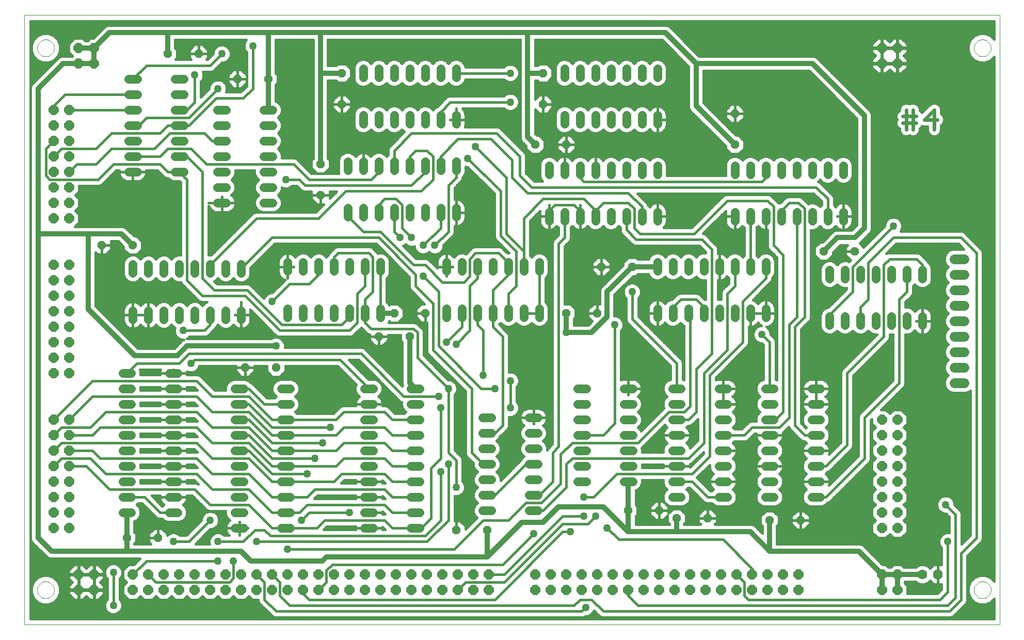
<source format=gtl>
G75*
%MOIN*%
%OFA0B0*%
%FSLAX24Y24*%
%IPPOS*%
%LPD*%
%AMOC8*
5,1,8,0,0,1.08239X$1,22.5*
%
%ADD10C,0.0000*%
%ADD11C,0.0230*%
%ADD12C,0.0560*%
%ADD13OC8,0.0560*%
%ADD14OC8,0.0630*%
%ADD15C,0.0630*%
%ADD16OC8,0.0640*%
%ADD17C,0.0640*%
%ADD18C,0.0160*%
%ADD19C,0.0500*%
%ADD20C,0.0320*%
D10*
X003890Y003890D02*
X003890Y043260D01*
X066882Y043260D01*
X066882Y003890D01*
X003890Y003890D01*
X004715Y006140D02*
X004717Y006187D01*
X004723Y006233D01*
X004733Y006279D01*
X004746Y006323D01*
X004764Y006367D01*
X004785Y006408D01*
X004809Y006448D01*
X004837Y006486D01*
X004868Y006521D01*
X004902Y006553D01*
X004938Y006582D01*
X004977Y006608D01*
X005017Y006631D01*
X005060Y006650D01*
X005104Y006666D01*
X005149Y006678D01*
X005195Y006686D01*
X005242Y006690D01*
X005288Y006690D01*
X005335Y006686D01*
X005381Y006678D01*
X005426Y006666D01*
X005470Y006650D01*
X005513Y006631D01*
X005553Y006608D01*
X005592Y006582D01*
X005628Y006553D01*
X005662Y006521D01*
X005693Y006486D01*
X005721Y006448D01*
X005745Y006408D01*
X005766Y006367D01*
X005784Y006323D01*
X005797Y006279D01*
X005807Y006233D01*
X005813Y006187D01*
X005815Y006140D01*
X005813Y006093D01*
X005807Y006047D01*
X005797Y006001D01*
X005784Y005957D01*
X005766Y005913D01*
X005745Y005872D01*
X005721Y005832D01*
X005693Y005794D01*
X005662Y005759D01*
X005628Y005727D01*
X005592Y005698D01*
X005553Y005672D01*
X005513Y005649D01*
X005470Y005630D01*
X005426Y005614D01*
X005381Y005602D01*
X005335Y005594D01*
X005288Y005590D01*
X005242Y005590D01*
X005195Y005594D01*
X005149Y005602D01*
X005104Y005614D01*
X005060Y005630D01*
X005017Y005649D01*
X004977Y005672D01*
X004938Y005698D01*
X004902Y005727D01*
X004868Y005759D01*
X004837Y005794D01*
X004809Y005832D01*
X004785Y005872D01*
X004764Y005913D01*
X004746Y005957D01*
X004733Y006001D01*
X004723Y006047D01*
X004717Y006093D01*
X004715Y006140D01*
X004715Y041140D02*
X004717Y041187D01*
X004723Y041233D01*
X004733Y041279D01*
X004746Y041323D01*
X004764Y041367D01*
X004785Y041408D01*
X004809Y041448D01*
X004837Y041486D01*
X004868Y041521D01*
X004902Y041553D01*
X004938Y041582D01*
X004977Y041608D01*
X005017Y041631D01*
X005060Y041650D01*
X005104Y041666D01*
X005149Y041678D01*
X005195Y041686D01*
X005242Y041690D01*
X005288Y041690D01*
X005335Y041686D01*
X005381Y041678D01*
X005426Y041666D01*
X005470Y041650D01*
X005513Y041631D01*
X005553Y041608D01*
X005592Y041582D01*
X005628Y041553D01*
X005662Y041521D01*
X005693Y041486D01*
X005721Y041448D01*
X005745Y041408D01*
X005766Y041367D01*
X005784Y041323D01*
X005797Y041279D01*
X005807Y041233D01*
X005813Y041187D01*
X005815Y041140D01*
X005813Y041093D01*
X005807Y041047D01*
X005797Y041001D01*
X005784Y040957D01*
X005766Y040913D01*
X005745Y040872D01*
X005721Y040832D01*
X005693Y040794D01*
X005662Y040759D01*
X005628Y040727D01*
X005592Y040698D01*
X005553Y040672D01*
X005513Y040649D01*
X005470Y040630D01*
X005426Y040614D01*
X005381Y040602D01*
X005335Y040594D01*
X005288Y040590D01*
X005242Y040590D01*
X005195Y040594D01*
X005149Y040602D01*
X005104Y040614D01*
X005060Y040630D01*
X005017Y040649D01*
X004977Y040672D01*
X004938Y040698D01*
X004902Y040727D01*
X004868Y040759D01*
X004837Y040794D01*
X004809Y040832D01*
X004785Y040872D01*
X004764Y040913D01*
X004746Y040957D01*
X004733Y041001D01*
X004723Y041047D01*
X004717Y041093D01*
X004715Y041140D01*
X065215Y041140D02*
X065217Y041187D01*
X065223Y041233D01*
X065233Y041279D01*
X065246Y041323D01*
X065264Y041367D01*
X065285Y041408D01*
X065309Y041448D01*
X065337Y041486D01*
X065368Y041521D01*
X065402Y041553D01*
X065438Y041582D01*
X065477Y041608D01*
X065517Y041631D01*
X065560Y041650D01*
X065604Y041666D01*
X065649Y041678D01*
X065695Y041686D01*
X065742Y041690D01*
X065788Y041690D01*
X065835Y041686D01*
X065881Y041678D01*
X065926Y041666D01*
X065970Y041650D01*
X066013Y041631D01*
X066053Y041608D01*
X066092Y041582D01*
X066128Y041553D01*
X066162Y041521D01*
X066193Y041486D01*
X066221Y041448D01*
X066245Y041408D01*
X066266Y041367D01*
X066284Y041323D01*
X066297Y041279D01*
X066307Y041233D01*
X066313Y041187D01*
X066315Y041140D01*
X066313Y041093D01*
X066307Y041047D01*
X066297Y041001D01*
X066284Y040957D01*
X066266Y040913D01*
X066245Y040872D01*
X066221Y040832D01*
X066193Y040794D01*
X066162Y040759D01*
X066128Y040727D01*
X066092Y040698D01*
X066053Y040672D01*
X066013Y040649D01*
X065970Y040630D01*
X065926Y040614D01*
X065881Y040602D01*
X065835Y040594D01*
X065788Y040590D01*
X065742Y040590D01*
X065695Y040594D01*
X065649Y040602D01*
X065604Y040614D01*
X065560Y040630D01*
X065517Y040649D01*
X065477Y040672D01*
X065438Y040698D01*
X065402Y040727D01*
X065368Y040759D01*
X065337Y040794D01*
X065309Y040832D01*
X065285Y040872D01*
X065264Y040913D01*
X065246Y040957D01*
X065233Y041001D01*
X065223Y041047D01*
X065217Y041093D01*
X065215Y041140D01*
X065215Y006140D02*
X065217Y006187D01*
X065223Y006233D01*
X065233Y006279D01*
X065246Y006323D01*
X065264Y006367D01*
X065285Y006408D01*
X065309Y006448D01*
X065337Y006486D01*
X065368Y006521D01*
X065402Y006553D01*
X065438Y006582D01*
X065477Y006608D01*
X065517Y006631D01*
X065560Y006650D01*
X065604Y006666D01*
X065649Y006678D01*
X065695Y006686D01*
X065742Y006690D01*
X065788Y006690D01*
X065835Y006686D01*
X065881Y006678D01*
X065926Y006666D01*
X065970Y006650D01*
X066013Y006631D01*
X066053Y006608D01*
X066092Y006582D01*
X066128Y006553D01*
X066162Y006521D01*
X066193Y006486D01*
X066221Y006448D01*
X066245Y006408D01*
X066266Y006367D01*
X066284Y006323D01*
X066297Y006279D01*
X066307Y006233D01*
X066313Y006187D01*
X066315Y006140D01*
X066313Y006093D01*
X066307Y006047D01*
X066297Y006001D01*
X066284Y005957D01*
X066266Y005913D01*
X066245Y005872D01*
X066221Y005832D01*
X066193Y005794D01*
X066162Y005759D01*
X066128Y005727D01*
X066092Y005698D01*
X066053Y005672D01*
X066013Y005649D01*
X065970Y005630D01*
X065926Y005614D01*
X065881Y005602D01*
X065835Y005594D01*
X065788Y005590D01*
X065742Y005590D01*
X065695Y005594D01*
X065649Y005602D01*
X065604Y005614D01*
X065560Y005630D01*
X065517Y005649D01*
X065477Y005672D01*
X065438Y005698D01*
X065402Y005727D01*
X065368Y005759D01*
X065337Y005794D01*
X065309Y005832D01*
X065285Y005872D01*
X065264Y005913D01*
X065246Y005957D01*
X065233Y006001D01*
X065223Y006047D01*
X065217Y006093D01*
X065215Y006140D01*
D11*
X062647Y035880D02*
X062647Y037151D01*
X062011Y036516D01*
X062859Y036516D01*
X061477Y036727D02*
X061266Y036727D01*
X060630Y036727D01*
X060630Y036304D02*
X061477Y036304D01*
X061266Y035880D02*
X061266Y037151D01*
X060842Y037151D02*
X060842Y035880D01*
D12*
X056765Y033545D02*
X056765Y032985D01*
X055765Y032985D02*
X055765Y033545D01*
X054765Y033545D02*
X054765Y032985D01*
X053765Y032985D02*
X053765Y033545D01*
X052765Y033545D02*
X052765Y032985D01*
X051765Y032985D02*
X051765Y033545D01*
X050765Y033545D02*
X050765Y032985D01*
X049765Y032985D02*
X049765Y033545D01*
X049765Y030545D02*
X049765Y029985D01*
X050765Y029985D02*
X050765Y030545D01*
X051765Y030545D02*
X051765Y029985D01*
X052765Y029985D02*
X052765Y030545D01*
X053765Y030545D02*
X053765Y029985D01*
X054765Y029985D02*
X054765Y030545D01*
X055765Y030545D02*
X055765Y029985D01*
X056765Y029985D02*
X056765Y030545D01*
X051765Y027295D02*
X051765Y026735D01*
X050765Y026735D02*
X050765Y027295D01*
X049765Y027295D02*
X049765Y026735D01*
X048765Y026735D02*
X048765Y027295D01*
X047765Y027295D02*
X047765Y026735D01*
X046765Y026735D02*
X046765Y027295D01*
X045765Y027295D02*
X045765Y026735D01*
X044765Y026735D02*
X044765Y027295D01*
X044765Y029985D02*
X044765Y030545D01*
X043765Y030545D02*
X043765Y029985D01*
X042765Y029985D02*
X042765Y030545D01*
X041765Y030545D02*
X041765Y029985D01*
X040765Y029985D02*
X040765Y030545D01*
X039765Y030545D02*
X039765Y029985D01*
X038765Y029985D02*
X038765Y030545D01*
X037765Y030545D02*
X037765Y029985D01*
X037140Y027295D02*
X037140Y026735D01*
X036140Y026735D02*
X036140Y027295D01*
X035140Y027295D02*
X035140Y026735D01*
X034140Y026735D02*
X034140Y027295D01*
X033140Y027295D02*
X033140Y026735D01*
X032140Y026735D02*
X032140Y027295D01*
X031140Y027295D02*
X031140Y026735D01*
X031140Y024295D02*
X031140Y023735D01*
X032140Y023735D02*
X032140Y024295D01*
X033140Y024295D02*
X033140Y023735D01*
X034140Y023735D02*
X034140Y024295D01*
X035140Y024295D02*
X035140Y023735D01*
X036140Y023735D02*
X036140Y024295D01*
X037140Y024295D02*
X037140Y023735D01*
X039610Y019140D02*
X040170Y019140D01*
X040170Y018140D02*
X039610Y018140D01*
X039610Y017140D02*
X040170Y017140D01*
X040170Y016140D02*
X039610Y016140D01*
X039610Y015140D02*
X040170Y015140D01*
X040170Y014140D02*
X039610Y014140D01*
X039610Y013140D02*
X040170Y013140D01*
X042610Y013140D02*
X043170Y013140D01*
X043170Y014140D02*
X042610Y014140D01*
X042610Y015140D02*
X043170Y015140D01*
X043170Y016140D02*
X042610Y016140D01*
X042610Y017140D02*
X043170Y017140D01*
X043170Y018140D02*
X042610Y018140D01*
X042610Y019140D02*
X043170Y019140D01*
X045735Y019140D02*
X046295Y019140D01*
X046295Y018140D02*
X045735Y018140D01*
X045735Y017140D02*
X046295Y017140D01*
X046295Y016140D02*
X045735Y016140D01*
X045735Y015140D02*
X046295Y015140D01*
X046295Y014140D02*
X045735Y014140D01*
X045735Y013140D02*
X046295Y013140D01*
X046295Y012140D02*
X045735Y012140D01*
X048735Y012140D02*
X049295Y012140D01*
X049295Y013140D02*
X048735Y013140D01*
X048735Y014140D02*
X049295Y014140D01*
X049295Y015140D02*
X048735Y015140D01*
X048735Y016140D02*
X049295Y016140D01*
X049295Y017140D02*
X048735Y017140D01*
X048735Y018140D02*
X049295Y018140D01*
X049295Y019140D02*
X048735Y019140D01*
X051735Y019140D02*
X052295Y019140D01*
X052295Y018140D02*
X051735Y018140D01*
X051735Y017140D02*
X052295Y017140D01*
X052295Y016140D02*
X051735Y016140D01*
X051735Y015140D02*
X052295Y015140D01*
X052295Y014140D02*
X051735Y014140D01*
X051735Y013140D02*
X052295Y013140D01*
X052295Y012140D02*
X051735Y012140D01*
X054735Y012140D02*
X055295Y012140D01*
X055295Y013140D02*
X054735Y013140D01*
X054735Y014140D02*
X055295Y014140D01*
X055295Y015140D02*
X054735Y015140D01*
X054735Y016140D02*
X055295Y016140D01*
X055295Y017140D02*
X054735Y017140D01*
X054735Y018140D02*
X055295Y018140D01*
X055295Y019140D02*
X054735Y019140D01*
X055890Y023235D02*
X055890Y023795D01*
X056890Y023795D02*
X056890Y023235D01*
X057890Y023235D02*
X057890Y023795D01*
X058890Y023795D02*
X058890Y023235D01*
X059890Y023235D02*
X059890Y023795D01*
X060890Y023795D02*
X060890Y023235D01*
X061890Y023235D02*
X061890Y023795D01*
X061890Y026235D02*
X061890Y026795D01*
X060890Y026795D02*
X060890Y026235D01*
X059890Y026235D02*
X059890Y026795D01*
X058890Y026795D02*
X058890Y026235D01*
X057890Y026235D02*
X057890Y026795D01*
X056890Y026795D02*
X056890Y026235D01*
X055890Y026235D02*
X055890Y026795D01*
X051765Y024295D02*
X051765Y023735D01*
X050765Y023735D02*
X050765Y024295D01*
X049765Y024295D02*
X049765Y023735D01*
X048765Y023735D02*
X048765Y024295D01*
X047765Y024295D02*
X047765Y023735D01*
X046765Y023735D02*
X046765Y024295D01*
X045765Y024295D02*
X045765Y023735D01*
X044765Y023735D02*
X044765Y024295D01*
X037045Y017265D02*
X036485Y017265D01*
X036485Y016265D02*
X037045Y016265D01*
X037045Y015265D02*
X036485Y015265D01*
X036485Y014265D02*
X037045Y014265D01*
X037045Y013265D02*
X036485Y013265D01*
X036485Y012265D02*
X037045Y012265D01*
X037045Y011265D02*
X036485Y011265D01*
X034045Y011265D02*
X033485Y011265D01*
X033485Y012265D02*
X034045Y012265D01*
X034045Y013265D02*
X033485Y013265D01*
X033485Y014265D02*
X034045Y014265D01*
X034045Y015265D02*
X033485Y015265D01*
X033485Y016265D02*
X034045Y016265D01*
X034045Y017265D02*
X033485Y017265D01*
X029420Y017140D02*
X028860Y017140D01*
X028860Y016140D02*
X029420Y016140D01*
X029420Y015140D02*
X028860Y015140D01*
X028860Y014140D02*
X029420Y014140D01*
X029420Y013140D02*
X028860Y013140D01*
X028860Y012140D02*
X029420Y012140D01*
X029420Y011140D02*
X028860Y011140D01*
X028860Y010140D02*
X029420Y010140D01*
X026420Y010140D02*
X025860Y010140D01*
X025860Y011140D02*
X026420Y011140D01*
X026420Y012140D02*
X025860Y012140D01*
X025860Y013140D02*
X026420Y013140D01*
X026420Y014140D02*
X025860Y014140D01*
X025860Y015140D02*
X026420Y015140D01*
X026420Y016140D02*
X025860Y016140D01*
X025860Y017140D02*
X026420Y017140D01*
X026420Y018140D02*
X025860Y018140D01*
X025860Y019140D02*
X026420Y019140D01*
X028860Y019140D02*
X029420Y019140D01*
X029420Y018140D02*
X028860Y018140D01*
X021045Y018140D02*
X020485Y018140D01*
X020485Y017140D02*
X021045Y017140D01*
X021045Y016140D02*
X020485Y016140D01*
X020485Y015140D02*
X021045Y015140D01*
X021045Y014140D02*
X020485Y014140D01*
X020485Y013140D02*
X021045Y013140D01*
X021045Y012140D02*
X020485Y012140D01*
X020485Y011140D02*
X021045Y011140D01*
X021045Y010140D02*
X020485Y010140D01*
X018045Y010140D02*
X017485Y010140D01*
X017485Y011140D02*
X018045Y011140D01*
X018045Y012140D02*
X017485Y012140D01*
X017485Y013140D02*
X018045Y013140D01*
X018045Y014140D02*
X017485Y014140D01*
X017485Y015140D02*
X018045Y015140D01*
X018045Y016140D02*
X017485Y016140D01*
X017485Y017140D02*
X018045Y017140D01*
X018045Y018140D02*
X017485Y018140D01*
X017485Y019140D02*
X018045Y019140D01*
X020485Y019140D02*
X021045Y019140D01*
X020890Y023735D02*
X020890Y024295D01*
X021890Y024295D02*
X021890Y023735D01*
X022890Y023735D02*
X022890Y024295D01*
X023890Y024295D02*
X023890Y023735D01*
X024890Y023735D02*
X024890Y024295D01*
X025890Y024295D02*
X025890Y023735D01*
X026890Y023735D02*
X026890Y024295D01*
X026890Y026735D02*
X026890Y027295D01*
X025890Y027295D02*
X025890Y026735D01*
X024890Y026735D02*
X024890Y027295D01*
X023890Y027295D02*
X023890Y026735D01*
X022890Y026735D02*
X022890Y027295D01*
X021890Y027295D02*
X021890Y026735D01*
X020890Y026735D02*
X020890Y027295D01*
X017890Y027170D02*
X017890Y026610D01*
X016890Y026610D02*
X016890Y027170D01*
X015890Y027170D02*
X015890Y026610D01*
X014890Y026610D02*
X014890Y027170D01*
X013890Y027170D02*
X013890Y026610D01*
X012890Y026610D02*
X012890Y027170D01*
X011890Y027170D02*
X011890Y026610D01*
X010890Y026610D02*
X010890Y027170D01*
X010890Y024170D02*
X010890Y023610D01*
X011890Y023610D02*
X011890Y024170D01*
X012890Y024170D02*
X012890Y023610D01*
X013890Y023610D02*
X013890Y024170D01*
X014890Y024170D02*
X014890Y023610D01*
X015890Y023610D02*
X015890Y024170D01*
X016890Y024170D02*
X016890Y023610D01*
X017890Y023610D02*
X017890Y024170D01*
X013795Y020140D02*
X013235Y020140D01*
X013235Y019140D02*
X013795Y019140D01*
X013795Y018140D02*
X013235Y018140D01*
X013235Y017140D02*
X013795Y017140D01*
X013795Y016140D02*
X013235Y016140D01*
X013235Y015140D02*
X013795Y015140D01*
X013795Y014140D02*
X013235Y014140D01*
X013235Y013140D02*
X013795Y013140D01*
X013795Y012140D02*
X013235Y012140D01*
X013235Y011140D02*
X013795Y011140D01*
X010795Y011140D02*
X010235Y011140D01*
X010235Y012140D02*
X010795Y012140D01*
X010795Y013140D02*
X010235Y013140D01*
X010235Y014140D02*
X010795Y014140D01*
X010795Y015140D02*
X010235Y015140D01*
X010235Y016140D02*
X010795Y016140D01*
X010795Y017140D02*
X010235Y017140D01*
X010235Y018140D02*
X010795Y018140D01*
X010795Y019140D02*
X010235Y019140D01*
X010235Y020140D02*
X010795Y020140D01*
X024765Y030235D02*
X024765Y030795D01*
X025765Y030795D02*
X025765Y030235D01*
X026765Y030235D02*
X026765Y030795D01*
X027765Y030795D02*
X027765Y030235D01*
X028765Y030235D02*
X028765Y030795D01*
X029765Y030795D02*
X029765Y030235D01*
X030765Y030235D02*
X030765Y030795D01*
X031765Y030795D02*
X031765Y030235D01*
X031765Y033235D02*
X031765Y033795D01*
X030765Y033795D02*
X030765Y033235D01*
X029765Y033235D02*
X029765Y033795D01*
X028765Y033795D02*
X028765Y033235D01*
X027765Y033235D02*
X027765Y033795D01*
X026765Y033795D02*
X026765Y033235D01*
X025765Y033235D02*
X025765Y033795D01*
X024765Y033795D02*
X024765Y033235D01*
X025765Y036235D02*
X025765Y036795D01*
X026765Y036795D02*
X026765Y036235D01*
X027765Y036235D02*
X027765Y036795D01*
X028765Y036795D02*
X028765Y036235D01*
X029765Y036235D02*
X029765Y036795D01*
X030765Y036795D02*
X030765Y036235D01*
X031765Y036235D02*
X031765Y036795D01*
X031765Y039235D02*
X031765Y039795D01*
X030765Y039795D02*
X030765Y039235D01*
X029765Y039235D02*
X029765Y039795D01*
X028765Y039795D02*
X028765Y039235D01*
X027765Y039235D02*
X027765Y039795D01*
X026765Y039795D02*
X026765Y039235D01*
X025765Y039235D02*
X025765Y039795D01*
X019920Y037140D02*
X019360Y037140D01*
X019360Y036140D02*
X019920Y036140D01*
X019920Y035140D02*
X019360Y035140D01*
X019360Y034140D02*
X019920Y034140D01*
X019920Y033140D02*
X019360Y033140D01*
X019360Y032140D02*
X019920Y032140D01*
X019920Y031140D02*
X019360Y031140D01*
X016920Y031140D02*
X016360Y031140D01*
X016360Y032140D02*
X016920Y032140D01*
X016920Y033140D02*
X016360Y033140D01*
X016360Y034140D02*
X016920Y034140D01*
X016920Y035140D02*
X016360Y035140D01*
X016360Y036140D02*
X016920Y036140D01*
X016920Y037140D02*
X016360Y037140D01*
X014170Y037140D02*
X013610Y037140D01*
X013610Y036140D02*
X014170Y036140D01*
X014170Y035140D02*
X013610Y035140D01*
X013610Y034140D02*
X014170Y034140D01*
X014170Y033140D02*
X013610Y033140D01*
X011170Y033140D02*
X010610Y033140D01*
X010610Y034140D02*
X011170Y034140D01*
X011170Y035140D02*
X010610Y035140D01*
X010610Y036140D02*
X011170Y036140D01*
X011170Y037140D02*
X010610Y037140D01*
X010610Y038140D02*
X011170Y038140D01*
X011170Y039140D02*
X010610Y039140D01*
X013610Y039140D02*
X014170Y039140D01*
X014170Y038140D02*
X013610Y038140D01*
X037765Y033545D02*
X037765Y032985D01*
X038765Y032985D02*
X038765Y033545D01*
X039765Y033545D02*
X039765Y032985D01*
X040765Y032985D02*
X040765Y033545D01*
X041765Y033545D02*
X041765Y032985D01*
X042765Y032985D02*
X042765Y033545D01*
X043765Y033545D02*
X043765Y032985D01*
X044765Y032985D02*
X044765Y033545D01*
X044765Y036235D02*
X044765Y036795D01*
X043765Y036795D02*
X043765Y036235D01*
X042765Y036235D02*
X042765Y036795D01*
X041765Y036795D02*
X041765Y036235D01*
X040765Y036235D02*
X040765Y036795D01*
X039765Y036795D02*
X039765Y036235D01*
X038765Y036235D02*
X038765Y036795D01*
X038765Y039235D02*
X038765Y039795D01*
X039765Y039795D02*
X039765Y039235D01*
X040765Y039235D02*
X040765Y039795D01*
X041765Y039795D02*
X041765Y039235D01*
X042765Y039235D02*
X042765Y039795D01*
X043765Y039795D02*
X043765Y039235D01*
X044765Y039235D02*
X044765Y039795D01*
D13*
X049765Y036890D03*
X049765Y034890D03*
X055515Y028015D03*
X057515Y028015D03*
X043140Y027015D03*
X041140Y027015D03*
X040890Y024015D03*
X038890Y024015D03*
X029765Y024015D03*
X027765Y024015D03*
X026765Y022515D03*
X028765Y022515D03*
X020140Y020515D03*
X018140Y020515D03*
X010890Y028390D03*
X008890Y028390D03*
X023015Y031640D03*
X023015Y033640D03*
X024390Y037515D03*
X024390Y039515D03*
X019640Y039140D03*
X017640Y039140D03*
X015140Y040765D03*
X013140Y040765D03*
X037390Y039515D03*
X037390Y037515D03*
X036890Y034890D03*
X038890Y034890D03*
X042890Y011265D03*
X044890Y011265D03*
X046015Y010765D03*
X048015Y010765D03*
X052015Y010640D03*
X054015Y010640D03*
X033765Y010015D03*
X031765Y010015D03*
X012515Y009515D03*
X010515Y009515D03*
D14*
X062890Y007140D03*
D15*
X061890Y007140D03*
D16*
X060265Y007140D03*
X059265Y007140D03*
X059265Y006140D03*
X060265Y006140D03*
X060265Y010140D03*
X059265Y010140D03*
X059265Y011140D03*
X060265Y011140D03*
X060265Y012140D03*
X059265Y012140D03*
X059265Y013140D03*
X060265Y013140D03*
X060265Y014140D03*
X059265Y014140D03*
X059265Y015140D03*
X060265Y015140D03*
X060265Y016140D03*
X059265Y016140D03*
X059265Y017140D03*
X060265Y017140D03*
X053890Y007140D03*
X053890Y006140D03*
X052890Y006140D03*
X051890Y006140D03*
X051890Y007140D03*
X052890Y007140D03*
X050890Y007140D03*
X049890Y007140D03*
X049890Y006140D03*
X050890Y006140D03*
X048890Y006140D03*
X047890Y006140D03*
X046890Y006140D03*
X046890Y007140D03*
X047890Y007140D03*
X048890Y007140D03*
X045890Y007140D03*
X044890Y007140D03*
X044890Y006140D03*
X045890Y006140D03*
X043890Y006140D03*
X042890Y006140D03*
X041890Y006140D03*
X041890Y007140D03*
X042890Y007140D03*
X043890Y007140D03*
X040890Y007140D03*
X039890Y007140D03*
X039890Y006140D03*
X040890Y006140D03*
X038890Y006140D03*
X037890Y006140D03*
X036890Y006140D03*
X036890Y007140D03*
X037890Y007140D03*
X038890Y007140D03*
X033890Y007140D03*
X032890Y007140D03*
X032890Y006140D03*
X033890Y006140D03*
X031890Y006140D03*
X030890Y006140D03*
X029890Y006140D03*
X029890Y007140D03*
X030890Y007140D03*
X031890Y007140D03*
X028890Y007140D03*
X027890Y007140D03*
X027890Y006140D03*
X028890Y006140D03*
X026890Y006140D03*
X025890Y006140D03*
X024890Y006140D03*
X024890Y007140D03*
X025890Y007140D03*
X026890Y007140D03*
X023890Y007140D03*
X022890Y007140D03*
X022890Y006140D03*
X023890Y006140D03*
X021890Y006140D03*
X020890Y006140D03*
X019890Y006140D03*
X019890Y007140D03*
X020890Y007140D03*
X021890Y007140D03*
X018890Y007140D03*
X017890Y007140D03*
X017890Y006140D03*
X018890Y006140D03*
X016890Y006140D03*
X015890Y006140D03*
X015890Y007140D03*
X016890Y007140D03*
X014890Y007140D03*
X013890Y007140D03*
X012890Y007140D03*
X012890Y006140D03*
X013890Y006140D03*
X014890Y006140D03*
X011890Y006140D03*
X010890Y006140D03*
X010890Y007140D03*
X011890Y007140D03*
X008390Y007140D03*
X007390Y007140D03*
X007390Y006140D03*
X008390Y006140D03*
X006765Y010140D03*
X005765Y010140D03*
X005765Y011140D03*
X006765Y011140D03*
X006765Y012140D03*
X005765Y012140D03*
X005765Y013140D03*
X006765Y013140D03*
X006765Y014140D03*
X005765Y014140D03*
X005765Y015140D03*
X006765Y015140D03*
X006765Y016140D03*
X005765Y016140D03*
X005765Y017140D03*
X006765Y017140D03*
X006765Y020140D03*
X005765Y020140D03*
X005765Y021140D03*
X006765Y021140D03*
X006765Y022140D03*
X005765Y022140D03*
X005765Y023140D03*
X006765Y023140D03*
X006765Y024140D03*
X005765Y024140D03*
X005765Y025140D03*
X006765Y025140D03*
X006765Y026140D03*
X005765Y026140D03*
X005765Y027140D03*
X006765Y027140D03*
X006765Y030140D03*
X005765Y030140D03*
X005765Y031140D03*
X006765Y031140D03*
X006765Y032140D03*
X005765Y032140D03*
X005765Y033140D03*
X006765Y033140D03*
X006765Y034140D03*
X005765Y034140D03*
X005765Y035140D03*
X006765Y035140D03*
X006765Y036140D03*
X005765Y036140D03*
X005765Y037140D03*
X006765Y037140D03*
X007390Y040140D03*
X008390Y040140D03*
X008390Y041140D03*
X007390Y041140D03*
X059265Y041140D03*
X060265Y041140D03*
X060265Y040140D03*
X059265Y040140D03*
D17*
X063945Y027515D02*
X064585Y027515D01*
X064585Y026515D02*
X063945Y026515D01*
X063945Y025515D02*
X064585Y025515D01*
X064585Y024515D02*
X063945Y024515D01*
X063945Y023515D02*
X064585Y023515D01*
X064585Y022515D02*
X063945Y022515D01*
X063945Y021515D02*
X064585Y021515D01*
X064585Y020515D02*
X063945Y020515D01*
X063945Y019515D02*
X064585Y019515D01*
D18*
X064887Y018948D02*
X064990Y018948D01*
X064948Y018972D02*
X064990Y019015D01*
X064990Y009681D01*
X064415Y009106D01*
X064415Y011095D01*
X064354Y011242D01*
X063960Y011636D01*
X063960Y011753D01*
X063873Y011963D01*
X063713Y012123D01*
X063503Y012210D01*
X063277Y012210D01*
X063067Y012123D01*
X062907Y011963D01*
X062820Y011753D01*
X062820Y011527D01*
X062907Y011317D01*
X063067Y011157D01*
X063277Y011070D01*
X063394Y011070D01*
X063615Y010849D01*
X063615Y009835D01*
X063402Y009835D01*
X063192Y009748D01*
X063032Y009588D01*
X062945Y009378D01*
X062945Y009152D01*
X063032Y008942D01*
X063115Y008859D01*
X063115Y007775D01*
X062890Y007775D01*
X062890Y007140D01*
X062890Y007140D01*
X062890Y006505D01*
X063115Y006505D01*
X063115Y006181D01*
X062849Y005915D01*
X060905Y005915D01*
X060905Y006405D01*
X060745Y006565D01*
X060745Y006660D01*
X061472Y006660D01*
X061530Y006602D01*
X061764Y006505D01*
X062016Y006505D01*
X062250Y006602D01*
X062390Y006742D01*
X062627Y006505D01*
X062890Y006505D01*
X062890Y007140D01*
X062890Y007140D01*
X062890Y007775D01*
X062627Y007775D01*
X062390Y007538D01*
X062250Y007678D01*
X062016Y007775D01*
X061764Y007775D01*
X061530Y007678D01*
X061472Y007620D01*
X060690Y007620D01*
X060530Y007780D01*
X060000Y007780D01*
X059840Y007620D01*
X059690Y007620D01*
X059530Y007780D01*
X059304Y007780D01*
X058172Y008912D01*
X058037Y009047D01*
X057860Y009120D01*
X052495Y009120D01*
X052495Y010271D01*
X052615Y010391D01*
X052615Y010889D01*
X052264Y011240D01*
X051766Y011240D01*
X051415Y010889D01*
X051415Y010391D01*
X051535Y010271D01*
X051535Y009799D01*
X051172Y010162D01*
X051037Y010297D01*
X050860Y010370D01*
X048469Y010370D01*
X048615Y010516D01*
X048615Y010765D01*
X048615Y011014D01*
X048264Y011365D01*
X048015Y011365D01*
X048015Y010765D01*
X048015Y010765D01*
X048615Y010765D01*
X048015Y010765D01*
X048015Y010765D01*
X048015Y010765D01*
X047415Y010765D01*
X047415Y011014D01*
X047766Y011365D01*
X048015Y011365D01*
X048015Y010765D01*
X047415Y010765D01*
X047415Y010516D01*
X047561Y010370D01*
X046495Y010370D01*
X046495Y010396D01*
X046615Y010516D01*
X046615Y011014D01*
X046264Y011365D01*
X045766Y011365D01*
X045490Y011089D01*
X045490Y011265D01*
X045490Y011514D01*
X045139Y011865D01*
X044890Y011865D01*
X044890Y011265D01*
X044890Y011265D01*
X045490Y011265D01*
X044890Y011265D01*
X044890Y011265D01*
X044890Y010665D01*
X045139Y010665D01*
X045415Y010941D01*
X045415Y010516D01*
X045535Y010396D01*
X045535Y010370D01*
X043370Y010370D01*
X043370Y010896D01*
X043490Y011016D01*
X043490Y011514D01*
X043370Y011634D01*
X043370Y012573D01*
X043510Y012631D01*
X043679Y012800D01*
X043770Y013021D01*
X043770Y013240D01*
X045135Y013240D01*
X045135Y013021D01*
X045226Y012800D01*
X045386Y012640D01*
X045226Y012480D01*
X045135Y012259D01*
X045135Y012021D01*
X045226Y011800D01*
X045395Y011631D01*
X045616Y011540D01*
X046414Y011540D01*
X046635Y011631D01*
X046804Y011800D01*
X046895Y012021D01*
X046895Y012259D01*
X046804Y012480D01*
X046644Y012640D01*
X046744Y012740D01*
X046849Y012740D01*
X047788Y011801D01*
X047935Y011740D01*
X048286Y011740D01*
X048395Y011631D01*
X048616Y011540D01*
X049414Y011540D01*
X049635Y011631D01*
X049804Y011800D01*
X049895Y012021D01*
X049895Y012259D01*
X049804Y012480D01*
X049637Y012647D01*
X049686Y012682D01*
X049753Y012749D01*
X049808Y012826D01*
X049851Y012910D01*
X049880Y012999D01*
X049895Y013093D01*
X049895Y013140D01*
X049895Y013187D01*
X049880Y013280D01*
X049851Y013370D01*
X049808Y013454D01*
X049753Y013531D01*
X049686Y013598D01*
X049637Y013633D01*
X049804Y013800D01*
X049895Y014021D01*
X049895Y014259D01*
X049804Y014480D01*
X049637Y014647D01*
X049686Y014682D01*
X049753Y014749D01*
X049808Y014826D01*
X049851Y014910D01*
X049880Y014999D01*
X049895Y015093D01*
X049895Y015140D01*
X049895Y015187D01*
X049880Y015280D01*
X049851Y015370D01*
X049808Y015454D01*
X049753Y015531D01*
X049686Y015598D01*
X049637Y015633D01*
X049744Y015740D01*
X050470Y015740D01*
X050617Y015801D01*
X051056Y016240D01*
X051143Y016240D01*
X051135Y016187D01*
X051135Y016140D01*
X052015Y016140D01*
X052895Y016140D01*
X052895Y016187D01*
X052880Y016280D01*
X052872Y016306D01*
X053243Y016678D01*
X053301Y016538D01*
X053926Y015913D01*
X054038Y015801D01*
X054185Y015740D01*
X054286Y015740D01*
X054393Y015633D01*
X054344Y015598D01*
X054277Y015531D01*
X054222Y015454D01*
X054179Y015370D01*
X054150Y015280D01*
X054135Y015187D01*
X054135Y015140D01*
X055015Y015140D01*
X055895Y015140D01*
X055895Y015187D01*
X055880Y015280D01*
X055851Y015370D01*
X055808Y015454D01*
X055753Y015531D01*
X055686Y015598D01*
X055637Y015633D01*
X055804Y015800D01*
X055895Y016021D01*
X055895Y016259D01*
X055804Y016480D01*
X055644Y016640D01*
X055804Y016800D01*
X055895Y017021D01*
X055895Y017259D01*
X055804Y017480D01*
X055637Y017647D01*
X055686Y017682D01*
X055753Y017749D01*
X055808Y017826D01*
X055851Y017910D01*
X055880Y017999D01*
X055895Y018093D01*
X055895Y018140D01*
X055895Y018187D01*
X055880Y018280D01*
X055851Y018370D01*
X055808Y018454D01*
X055753Y018531D01*
X055686Y018598D01*
X055628Y018640D01*
X055686Y018682D01*
X055753Y018749D01*
X055808Y018826D01*
X055851Y018910D01*
X055880Y018999D01*
X055895Y019093D01*
X055895Y019140D01*
X055895Y019187D01*
X055880Y019280D01*
X055851Y019370D01*
X055808Y019454D01*
X055753Y019531D01*
X055686Y019598D01*
X055609Y019653D01*
X055525Y019696D01*
X055435Y019725D01*
X055342Y019740D01*
X055015Y019740D01*
X055015Y019140D01*
X055015Y019140D01*
X055895Y019140D01*
X055015Y019140D01*
X055015Y019140D01*
X055015Y018740D01*
X055015Y018140D01*
X055015Y018140D01*
X055895Y018140D01*
X055015Y018140D01*
X055015Y018140D01*
X055015Y019140D01*
X055015Y019140D01*
X055015Y019140D01*
X054135Y019140D01*
X054135Y019187D01*
X054150Y019280D01*
X054179Y019370D01*
X054222Y019454D01*
X054277Y019531D01*
X054344Y019598D01*
X054421Y019653D01*
X054505Y019696D01*
X054594Y019725D01*
X054688Y019740D01*
X055015Y019740D01*
X055015Y019140D01*
X054135Y019140D01*
X054135Y019093D01*
X054150Y018999D01*
X054179Y018910D01*
X054222Y018826D01*
X054277Y018749D01*
X054344Y018682D01*
X054402Y018640D01*
X054344Y018598D01*
X054277Y018531D01*
X054222Y018454D01*
X054179Y018370D01*
X054150Y018280D01*
X054135Y018187D01*
X054135Y018140D01*
X055015Y018140D01*
X055015Y018140D01*
X054135Y018140D01*
X054135Y018093D01*
X054150Y017999D01*
X054179Y017910D01*
X054222Y017826D01*
X054277Y017749D01*
X054344Y017682D01*
X054393Y017647D01*
X054226Y017480D01*
X054135Y017259D01*
X054135Y017021D01*
X054226Y016800D01*
X054386Y016640D01*
X054359Y016612D01*
X054040Y016931D01*
X054040Y022974D01*
X054604Y023538D01*
X054665Y023685D01*
X054665Y029385D01*
X054884Y029385D01*
X055105Y029476D01*
X055265Y029636D01*
X055425Y029476D01*
X055646Y029385D01*
X055884Y029385D01*
X056105Y029476D01*
X056272Y029643D01*
X056307Y029594D01*
X056374Y029527D01*
X056451Y029472D01*
X056535Y029429D01*
X056624Y029400D01*
X056718Y029385D01*
X056765Y029385D01*
X056812Y029385D01*
X056905Y029400D01*
X056995Y029429D01*
X057079Y029472D01*
X057156Y029527D01*
X057223Y029594D01*
X057278Y029671D01*
X057321Y029755D01*
X057350Y029844D01*
X057365Y029938D01*
X057365Y030265D01*
X057365Y030592D01*
X057350Y030685D01*
X057321Y030775D01*
X057278Y030859D01*
X057223Y030936D01*
X057156Y031003D01*
X057079Y031058D01*
X056995Y031101D01*
X056905Y031130D01*
X056812Y031145D01*
X056765Y031145D01*
X056765Y030265D01*
X056765Y030265D01*
X057365Y030265D01*
X056765Y030265D01*
X056765Y030265D01*
X056765Y030265D01*
X056365Y030265D01*
X056365Y030265D01*
X056765Y030265D01*
X056765Y031145D01*
X056718Y031145D01*
X056624Y031130D01*
X056535Y031101D01*
X056451Y031058D01*
X056374Y031003D01*
X056307Y030936D01*
X056272Y030887D01*
X056165Y030994D01*
X056365Y030994D01*
X056165Y030994D02*
X056165Y031470D01*
X056104Y031617D01*
X055354Y032367D01*
X055242Y032479D01*
X055147Y032518D01*
X055265Y032636D01*
X055425Y032476D01*
X055646Y032385D01*
X055884Y032385D01*
X056105Y032476D01*
X056265Y032636D01*
X056425Y032476D01*
X056646Y032385D01*
X056884Y032385D01*
X057105Y032476D01*
X057274Y032645D01*
X057365Y032866D01*
X057365Y033664D01*
X057274Y033885D01*
X057105Y034054D01*
X056884Y034145D01*
X056646Y034145D01*
X056425Y034054D01*
X056265Y033894D01*
X056105Y034054D01*
X055884Y034145D01*
X055646Y034145D01*
X055425Y034054D01*
X055265Y033894D01*
X055105Y034054D01*
X054884Y034145D01*
X054646Y034145D01*
X054425Y034054D01*
X054265Y033894D01*
X054105Y034054D01*
X053884Y034145D01*
X053646Y034145D01*
X053425Y034054D01*
X053265Y033894D01*
X053105Y034054D01*
X052884Y034145D01*
X052646Y034145D01*
X052425Y034054D01*
X052265Y033894D01*
X052105Y034054D01*
X051884Y034145D01*
X051646Y034145D01*
X051425Y034054D01*
X051265Y033894D01*
X051105Y034054D01*
X050884Y034145D01*
X050646Y034145D01*
X050425Y034054D01*
X050265Y033894D01*
X050105Y034054D01*
X049884Y034145D01*
X049646Y034145D01*
X049425Y034054D01*
X049256Y033885D01*
X049165Y033664D01*
X049165Y032915D01*
X045365Y032915D01*
X045365Y033664D01*
X045274Y033885D01*
X045105Y034054D01*
X044884Y034145D01*
X044646Y034145D01*
X044425Y034054D01*
X044265Y033894D01*
X044105Y034054D01*
X043884Y034145D01*
X043646Y034145D01*
X043425Y034054D01*
X043265Y033894D01*
X043105Y034054D01*
X042884Y034145D01*
X042646Y034145D01*
X042425Y034054D01*
X042265Y033894D01*
X042105Y034054D01*
X041884Y034145D01*
X041646Y034145D01*
X041425Y034054D01*
X041258Y033887D01*
X041223Y033936D01*
X041156Y034003D01*
X041079Y034058D01*
X040995Y034101D01*
X040905Y034130D01*
X040812Y034145D01*
X040765Y034145D01*
X040765Y033265D01*
X040765Y033265D01*
X040765Y034145D01*
X040718Y034145D01*
X040624Y034130D01*
X040535Y034101D01*
X040451Y034058D01*
X040374Y034003D01*
X040307Y033936D01*
X040272Y033887D01*
X040105Y034054D01*
X039884Y034145D01*
X039646Y034145D01*
X039425Y034054D01*
X039258Y033887D01*
X039223Y033936D01*
X039156Y034003D01*
X039079Y034058D01*
X038995Y034101D01*
X038905Y034130D01*
X038812Y034145D01*
X038765Y034145D01*
X038765Y033265D01*
X038765Y033265D01*
X038765Y034145D01*
X038718Y034145D01*
X038624Y034130D01*
X038535Y034101D01*
X038451Y034058D01*
X038374Y034003D01*
X038307Y033936D01*
X038272Y033887D01*
X038105Y034054D01*
X037884Y034145D01*
X037646Y034145D01*
X037425Y034054D01*
X037256Y033885D01*
X037165Y033664D01*
X037165Y032866D01*
X037256Y032645D01*
X037361Y032540D01*
X036806Y032540D01*
X036290Y033056D01*
X036290Y034220D01*
X036229Y034367D01*
X034729Y035867D01*
X034617Y035979D01*
X034470Y036040D01*
X032333Y036040D01*
X032350Y036094D01*
X032365Y036188D01*
X032365Y036515D01*
X032365Y036842D01*
X032350Y036935D01*
X032321Y037025D01*
X032278Y037109D01*
X032223Y037186D01*
X032169Y037240D01*
X034859Y037240D01*
X034942Y037157D01*
X035152Y037070D01*
X035378Y037070D01*
X035588Y037157D01*
X035748Y037317D01*
X035835Y037527D01*
X035835Y037753D01*
X035748Y037963D01*
X035588Y038123D01*
X035378Y038210D01*
X035152Y038210D01*
X034942Y038123D01*
X034859Y038040D01*
X031310Y038040D01*
X031163Y037979D01*
X031051Y037867D01*
X030532Y037348D01*
X030425Y037304D01*
X030265Y037144D01*
X030105Y037304D01*
X029884Y037395D01*
X029646Y037395D01*
X029425Y037304D01*
X029265Y037144D01*
X029105Y037304D01*
X028884Y037395D01*
X028646Y037395D01*
X028425Y037304D01*
X028265Y037144D01*
X028105Y037304D01*
X027884Y037395D01*
X027646Y037395D01*
X027425Y037304D01*
X027265Y037144D01*
X027105Y037304D01*
X026884Y037395D01*
X026646Y037395D01*
X026425Y037304D01*
X026265Y037144D01*
X026105Y037304D01*
X025884Y037395D01*
X025646Y037395D01*
X025425Y037304D01*
X025256Y037135D01*
X025165Y036914D01*
X025165Y036116D01*
X025256Y035895D01*
X025425Y035726D01*
X025646Y035635D01*
X025884Y035635D01*
X026105Y035726D01*
X026265Y035886D01*
X026425Y035726D01*
X026646Y035635D01*
X026884Y035635D01*
X027105Y035726D01*
X027265Y035886D01*
X027425Y035726D01*
X027646Y035635D01*
X027884Y035635D01*
X028105Y035726D01*
X028265Y035886D01*
X028418Y035734D01*
X027538Y034854D01*
X027426Y034742D01*
X027365Y034595D01*
X027365Y034244D01*
X027265Y034144D01*
X027105Y034304D01*
X026884Y034395D01*
X026646Y034395D01*
X026425Y034304D01*
X026258Y034137D01*
X026223Y034186D01*
X026156Y034253D01*
X026079Y034308D01*
X025995Y034351D01*
X025905Y034380D01*
X025812Y034395D01*
X025765Y034395D01*
X025765Y033515D01*
X025765Y033515D01*
X025765Y034395D01*
X025718Y034395D01*
X025624Y034380D01*
X025535Y034351D01*
X025451Y034308D01*
X025374Y034253D01*
X025307Y034186D01*
X025272Y034137D01*
X025105Y034304D01*
X024884Y034395D01*
X024646Y034395D01*
X024425Y034304D01*
X024256Y034135D01*
X024165Y033914D01*
X024165Y033116D01*
X024196Y033040D01*
X022431Y033040D01*
X021492Y033979D01*
X021345Y034040D01*
X020520Y034040D01*
X020520Y034259D01*
X020429Y034480D01*
X020269Y034640D01*
X020429Y034800D01*
X020520Y035021D01*
X020520Y035259D01*
X020429Y035480D01*
X020269Y035640D01*
X020429Y035800D01*
X020520Y036021D01*
X020520Y036259D01*
X020429Y036480D01*
X020269Y036640D01*
X020429Y036800D01*
X020520Y037021D01*
X020520Y037259D01*
X020429Y037480D01*
X020260Y037649D01*
X020120Y037707D01*
X020120Y038771D01*
X020240Y038891D01*
X020240Y039389D01*
X020120Y039509D01*
X020120Y041660D01*
X022535Y041660D01*
X022535Y034009D01*
X022415Y033889D01*
X022415Y033391D01*
X022766Y033040D01*
X023264Y033040D01*
X023615Y033391D01*
X023615Y033889D01*
X023495Y034009D01*
X023495Y039035D01*
X024021Y039035D01*
X024141Y038915D01*
X024639Y038915D01*
X024990Y039266D01*
X024990Y039764D01*
X024639Y040115D01*
X024141Y040115D01*
X024021Y039995D01*
X023495Y039995D01*
X023495Y041660D01*
X035910Y041660D01*
X035910Y035295D01*
X035983Y035118D01*
X036118Y034983D01*
X036118Y034983D01*
X036290Y034811D01*
X036290Y034641D01*
X036641Y034290D01*
X037139Y034290D01*
X037490Y034641D01*
X037490Y035139D01*
X037139Y035490D01*
X036969Y035490D01*
X036870Y035589D01*
X036870Y037186D01*
X037141Y036915D01*
X037390Y036915D01*
X037639Y036915D01*
X037990Y037266D01*
X037990Y037515D01*
X037990Y037764D01*
X037639Y038115D01*
X037390Y038115D01*
X037390Y037515D01*
X037390Y037515D01*
X037990Y037515D01*
X037390Y037515D01*
X037390Y037515D01*
X037390Y038115D01*
X037141Y038115D01*
X036870Y037844D01*
X036870Y039035D01*
X037021Y039035D01*
X037141Y038915D01*
X037639Y038915D01*
X037990Y039266D01*
X037990Y039764D01*
X037639Y040115D01*
X037141Y040115D01*
X037021Y039995D01*
X036870Y039995D01*
X036870Y041660D01*
X045066Y041660D01*
X046785Y039941D01*
X046785Y037295D01*
X046858Y037118D01*
X049165Y034811D01*
X049165Y034641D01*
X049516Y034290D01*
X050014Y034290D01*
X050365Y034641D01*
X050365Y035139D01*
X050014Y035490D01*
X049844Y035490D01*
X047745Y037589D01*
X047745Y039660D01*
X054566Y039660D01*
X057660Y036566D01*
X057660Y029714D01*
X057316Y029370D01*
X056295Y029370D01*
X056118Y029297D01*
X055436Y028615D01*
X055266Y028615D01*
X054915Y028264D01*
X054915Y027766D01*
X055266Y027415D01*
X055764Y027415D01*
X056115Y027766D01*
X056115Y027936D01*
X056589Y028410D01*
X057061Y028410D01*
X056915Y028264D01*
X056915Y028015D01*
X057515Y028015D01*
X057515Y028015D01*
X056915Y028015D01*
X056915Y027766D01*
X057245Y027436D01*
X057163Y027354D01*
X057147Y027338D01*
X057009Y027395D01*
X056771Y027395D01*
X056550Y027304D01*
X056390Y027144D01*
X056230Y027304D01*
X056009Y027395D01*
X055771Y027395D01*
X055550Y027304D01*
X055381Y027135D01*
X055290Y026914D01*
X055290Y026116D01*
X055381Y025895D01*
X055550Y025726D01*
X055771Y025635D01*
X056009Y025635D01*
X056230Y025726D01*
X056390Y025886D01*
X056550Y025726D01*
X056771Y025635D01*
X056990Y025635D01*
X056990Y025556D01*
X055829Y024395D01*
X055771Y024395D01*
X055550Y024304D01*
X055381Y024135D01*
X055290Y023914D01*
X055290Y023116D01*
X055381Y022895D01*
X055550Y022726D01*
X055771Y022635D01*
X056009Y022635D01*
X056230Y022726D01*
X056390Y022886D01*
X056550Y022726D01*
X056771Y022635D01*
X057009Y022635D01*
X057230Y022726D01*
X057390Y022886D01*
X057550Y022726D01*
X057771Y022635D01*
X058009Y022635D01*
X058230Y022726D01*
X058390Y022886D01*
X058550Y022726D01*
X058771Y022635D01*
X058944Y022635D01*
X056676Y020367D01*
X056615Y020220D01*
X056615Y015681D01*
X055854Y014920D01*
X055880Y014999D01*
X055895Y015093D01*
X055895Y015140D01*
X055015Y015140D01*
X055015Y015140D01*
X055015Y015140D01*
X054135Y015140D01*
X054135Y015093D01*
X054150Y014999D01*
X054179Y014910D01*
X054222Y014826D01*
X054277Y014749D01*
X054344Y014682D01*
X054393Y014647D01*
X054226Y014480D01*
X054135Y014259D01*
X054135Y014021D01*
X054226Y013800D01*
X054393Y013633D01*
X054344Y013598D01*
X054277Y013531D01*
X054222Y013454D01*
X054179Y013370D01*
X054150Y013280D01*
X054135Y013187D01*
X054135Y013140D01*
X055015Y013140D01*
X055895Y013140D01*
X055895Y013187D01*
X055880Y013280D01*
X055851Y013370D01*
X055808Y013454D01*
X055753Y013531D01*
X055686Y013598D01*
X055637Y013633D01*
X055760Y013757D01*
X055867Y013801D01*
X057354Y015288D01*
X057415Y015435D01*
X057415Y015595D01*
X057415Y019974D01*
X059729Y022288D01*
X059790Y022435D01*
X059790Y022635D01*
X059990Y022635D01*
X059990Y019681D01*
X057801Y017492D01*
X057740Y017345D01*
X057740Y014806D01*
X055854Y012920D01*
X055880Y012999D01*
X055895Y013093D01*
X055895Y013140D01*
X055015Y013140D01*
X055015Y013140D01*
X055015Y013140D01*
X054135Y013140D01*
X054135Y013093D01*
X054150Y012999D01*
X054179Y012910D01*
X054222Y012826D01*
X054277Y012749D01*
X054344Y012682D01*
X054393Y012647D01*
X054226Y012480D01*
X054135Y012259D01*
X054135Y012021D01*
X054226Y011800D01*
X054395Y011631D01*
X054616Y011540D01*
X055414Y011540D01*
X055635Y011631D01*
X055760Y011757D01*
X055867Y011801D01*
X058367Y014301D01*
X058479Y014413D01*
X058540Y014560D01*
X058540Y017099D01*
X058625Y017184D01*
X058625Y016875D01*
X058860Y016640D01*
X058625Y016405D01*
X058625Y015875D01*
X058860Y015640D01*
X058625Y015405D01*
X058625Y014875D01*
X058860Y014640D01*
X058625Y014405D01*
X058625Y013875D01*
X058860Y013640D01*
X058625Y013405D01*
X058625Y012875D01*
X058860Y012640D01*
X058625Y012405D01*
X058625Y011875D01*
X058860Y011640D01*
X058625Y011405D01*
X058625Y010875D01*
X058860Y010640D01*
X058625Y010405D01*
X058625Y009875D01*
X059000Y009500D01*
X059530Y009500D01*
X059765Y009735D01*
X060000Y009500D01*
X060530Y009500D01*
X060905Y009875D01*
X060905Y010405D01*
X060670Y010640D01*
X060905Y010875D01*
X060905Y011405D01*
X060670Y011640D01*
X060905Y011875D01*
X060905Y012405D01*
X060670Y012640D01*
X060905Y012875D01*
X060905Y013405D01*
X060670Y013640D01*
X060905Y013875D01*
X060905Y014405D01*
X060670Y014640D01*
X060905Y014875D01*
X060905Y015405D01*
X060670Y015640D01*
X060905Y015875D01*
X060905Y016405D01*
X060670Y016640D01*
X060905Y016875D01*
X060905Y017405D01*
X060530Y017780D01*
X060000Y017780D01*
X059765Y017545D01*
X059530Y017780D01*
X059221Y017780D01*
X060617Y019176D01*
X060729Y019288D01*
X060790Y019435D01*
X060790Y022635D01*
X061009Y022635D01*
X061230Y022726D01*
X061397Y022893D01*
X061432Y022844D01*
X061499Y022777D01*
X061576Y022722D01*
X061660Y022679D01*
X061749Y022650D01*
X061843Y022635D01*
X061890Y022635D01*
X061937Y022635D01*
X062030Y022650D01*
X062120Y022679D01*
X062204Y022722D01*
X062281Y022777D01*
X062348Y022844D01*
X062403Y022921D01*
X062446Y023005D01*
X062475Y023094D01*
X062490Y023188D01*
X062490Y023515D01*
X062490Y023842D01*
X062475Y023935D01*
X062446Y024025D01*
X062403Y024109D01*
X062348Y024186D01*
X062281Y024253D01*
X062204Y024308D01*
X062120Y024351D01*
X062030Y024380D01*
X061937Y024395D01*
X061890Y024395D01*
X061890Y023515D01*
X061890Y023515D01*
X062490Y023515D01*
X061890Y023515D01*
X061890Y023515D01*
X061490Y023515D01*
X061490Y023515D01*
X061890Y023515D01*
X061890Y023515D01*
X061890Y024395D01*
X061843Y024395D01*
X061749Y024380D01*
X061660Y024351D01*
X061576Y024308D01*
X061499Y024253D01*
X061432Y024186D01*
X061397Y024137D01*
X061230Y024304D01*
X061009Y024395D01*
X060790Y024395D01*
X060790Y024724D01*
X061117Y025051D01*
X061229Y025163D01*
X061290Y025310D01*
X061290Y025786D01*
X061390Y025886D01*
X061550Y025726D01*
X061771Y025635D01*
X062009Y025635D01*
X062230Y025726D01*
X062399Y025895D01*
X062490Y026116D01*
X062490Y026914D01*
X062399Y027135D01*
X062273Y027260D01*
X062229Y027367D01*
X061854Y027742D01*
X061742Y027854D01*
X061595Y027915D01*
X059685Y027915D01*
X059549Y027859D01*
X060181Y028490D01*
X064224Y028490D01*
X064559Y028155D01*
X063818Y028155D01*
X063582Y028058D01*
X063402Y027878D01*
X063305Y027642D01*
X063305Y027388D01*
X063402Y027152D01*
X063540Y027015D01*
X063402Y026878D01*
X063305Y026642D01*
X063305Y026388D01*
X063402Y026152D01*
X063540Y026015D01*
X063402Y025878D01*
X063305Y025642D01*
X063305Y025388D01*
X063402Y025152D01*
X063540Y025015D01*
X063402Y024878D01*
X063305Y024642D01*
X063305Y024388D01*
X063402Y024152D01*
X063540Y024015D01*
X063402Y023878D01*
X063305Y023642D01*
X063305Y023388D01*
X063402Y023152D01*
X063540Y023015D01*
X063402Y022878D01*
X063305Y022642D01*
X063305Y022388D01*
X063402Y022152D01*
X063540Y022015D01*
X063402Y021878D01*
X063305Y021642D01*
X060790Y021642D01*
X060790Y021484D02*
X063305Y021484D01*
X063305Y021388D02*
X063402Y021152D01*
X063540Y021015D01*
X063402Y020878D01*
X063305Y020642D01*
X063305Y020388D01*
X063402Y020152D01*
X063540Y020015D01*
X063402Y019878D01*
X063305Y019642D01*
X063305Y019388D01*
X063402Y019152D01*
X063582Y018972D01*
X063818Y018875D01*
X064712Y018875D01*
X064948Y018972D01*
X064990Y018789D02*
X060230Y018789D01*
X060388Y018948D02*
X063643Y018948D01*
X063449Y019106D02*
X060547Y019106D01*
X060705Y019265D02*
X063356Y019265D01*
X063305Y019423D02*
X060785Y019423D01*
X060790Y019582D02*
X063305Y019582D01*
X063345Y019740D02*
X060790Y019740D01*
X060790Y019899D02*
X063423Y019899D01*
X063498Y020057D02*
X060790Y020057D01*
X060790Y020216D02*
X063376Y020216D01*
X063311Y020374D02*
X060790Y020374D01*
X060790Y020533D02*
X063305Y020533D01*
X063325Y020691D02*
X060790Y020691D01*
X060790Y020850D02*
X063391Y020850D01*
X063533Y021008D02*
X060790Y021008D01*
X060790Y021167D02*
X063397Y021167D01*
X063331Y021325D02*
X060790Y021325D01*
X060790Y021801D02*
X063371Y021801D01*
X063305Y021642D02*
X063305Y021388D01*
X063484Y021959D02*
X060790Y021959D01*
X060790Y022118D02*
X063437Y022118D01*
X063351Y022276D02*
X060790Y022276D01*
X060790Y022435D02*
X063305Y022435D01*
X063305Y022593D02*
X060790Y022593D01*
X061255Y022752D02*
X061535Y022752D01*
X061890Y022752D02*
X061890Y022752D01*
X061890Y022635D02*
X061890Y023515D01*
X061890Y023515D01*
X061890Y022635D01*
X061890Y022910D02*
X061890Y022910D01*
X061890Y023069D02*
X061890Y023069D01*
X061890Y023227D02*
X061890Y023227D01*
X061890Y023386D02*
X061890Y023386D01*
X061890Y023544D02*
X061890Y023544D01*
X061890Y023703D02*
X061890Y023703D01*
X061890Y023861D02*
X061890Y023861D01*
X061890Y024020D02*
X061890Y024020D01*
X061890Y024178D02*
X061890Y024178D01*
X061890Y024337D02*
X061890Y024337D01*
X062149Y024337D02*
X063326Y024337D01*
X063305Y024495D02*
X060790Y024495D01*
X060790Y024654D02*
X063310Y024654D01*
X063375Y024812D02*
X060878Y024812D01*
X061036Y024971D02*
X063495Y024971D01*
X063426Y025129D02*
X061195Y025129D01*
X061281Y025288D02*
X063346Y025288D01*
X063305Y025446D02*
X061290Y025446D01*
X061290Y025605D02*
X063305Y025605D01*
X063355Y025763D02*
X062267Y025763D01*
X062410Y025922D02*
X063446Y025922D01*
X063475Y026080D02*
X062475Y026080D01*
X062490Y026239D02*
X063367Y026239D01*
X063305Y026397D02*
X062490Y026397D01*
X062490Y026556D02*
X063305Y026556D01*
X063335Y026714D02*
X062490Y026714D01*
X062490Y026873D02*
X063400Y026873D01*
X063524Y027031D02*
X062442Y027031D01*
X062344Y027190D02*
X063387Y027190D01*
X063321Y027348D02*
X062237Y027348D01*
X062089Y027507D02*
X063305Y027507D01*
X063314Y027665D02*
X061931Y027665D01*
X061772Y027824D02*
X063380Y027824D01*
X063507Y027982D02*
X059673Y027982D01*
X059831Y028141D02*
X063783Y028141D01*
X064257Y028458D02*
X060148Y028458D01*
X059990Y028299D02*
X064415Y028299D01*
X064390Y028890D02*
X060015Y028890D01*
X058390Y027265D01*
X058390Y024890D01*
X057890Y024390D01*
X057890Y023515D01*
X058255Y022752D02*
X058525Y022752D01*
X058744Y022435D02*
X054040Y022435D01*
X054040Y022593D02*
X058902Y022593D01*
X058585Y022276D02*
X054040Y022276D01*
X054040Y022118D02*
X058427Y022118D01*
X058268Y021959D02*
X054040Y021959D01*
X054040Y021801D02*
X058110Y021801D01*
X057951Y021642D02*
X054040Y021642D01*
X054040Y021484D02*
X057793Y021484D01*
X057634Y021325D02*
X054040Y021325D01*
X054040Y021167D02*
X057476Y021167D01*
X057317Y021008D02*
X054040Y021008D01*
X054040Y020850D02*
X057159Y020850D01*
X057000Y020691D02*
X054040Y020691D01*
X054040Y020533D02*
X056842Y020533D01*
X056683Y020374D02*
X054040Y020374D01*
X054040Y020216D02*
X056615Y020216D01*
X056615Y020057D02*
X054040Y020057D01*
X054040Y019899D02*
X056615Y019899D01*
X056615Y019740D02*
X054040Y019740D01*
X054040Y019582D02*
X054328Y019582D01*
X054206Y019423D02*
X054040Y019423D01*
X054040Y019265D02*
X054147Y019265D01*
X054135Y019106D02*
X054040Y019106D01*
X054040Y018948D02*
X054167Y018948D01*
X054248Y018789D02*
X054040Y018789D01*
X054040Y018631D02*
X054389Y018631D01*
X054235Y018472D02*
X054040Y018472D01*
X054040Y018314D02*
X054161Y018314D01*
X054135Y018155D02*
X054040Y018155D01*
X054040Y017997D02*
X054151Y017997D01*
X054215Y017838D02*
X054040Y017838D01*
X054040Y017680D02*
X054348Y017680D01*
X054267Y017521D02*
X054040Y017521D01*
X054040Y017363D02*
X054178Y017363D01*
X054135Y017204D02*
X054040Y017204D01*
X054040Y017046D02*
X054135Y017046D01*
X054084Y016887D02*
X054190Y016887D01*
X054242Y016729D02*
X054298Y016729D01*
X054265Y016140D02*
X055015Y016140D01*
X054265Y016140D02*
X053640Y016765D01*
X053640Y023140D01*
X054265Y023765D01*
X054265Y030765D01*
X053890Y031140D01*
X053265Y031140D01*
X052765Y030640D01*
X052765Y030265D01*
X052265Y030890D02*
X052265Y028390D01*
X052890Y027765D01*
X052890Y017640D01*
X052390Y017140D01*
X052015Y017140D01*
X052640Y016640D02*
X053265Y017265D01*
X053265Y023265D01*
X053765Y023765D01*
X053765Y030265D01*
X054508Y031088D02*
X054492Y031104D01*
X054492Y031104D01*
X054229Y031367D01*
X054117Y031479D01*
X053970Y031540D01*
X053185Y031540D01*
X053038Y031479D01*
X052926Y031367D01*
X052704Y031145D01*
X052646Y031145D01*
X052596Y031125D01*
X052492Y031229D01*
X052117Y031604D01*
X051970Y031665D01*
X049185Y031665D01*
X049038Y031604D01*
X048926Y031492D01*
X046974Y029540D01*
X045169Y029540D01*
X045223Y029594D01*
X045278Y029671D01*
X045321Y029755D01*
X045350Y029844D01*
X045365Y029938D01*
X045365Y030265D01*
X045365Y030592D01*
X045350Y030685D01*
X045321Y030775D01*
X045278Y030859D01*
X045223Y030936D01*
X045156Y031003D01*
X045079Y031058D01*
X044995Y031101D01*
X044905Y031130D01*
X044812Y031145D01*
X044765Y031145D01*
X044765Y030265D01*
X044765Y030265D01*
X045365Y030265D01*
X044765Y030265D01*
X044765Y030265D01*
X044765Y031145D01*
X044718Y031145D01*
X044624Y031130D01*
X044535Y031101D01*
X044451Y031058D01*
X044374Y031003D01*
X044307Y030936D01*
X044272Y030887D01*
X044148Y031010D01*
X044104Y031117D01*
X043992Y031229D01*
X043481Y031740D01*
X054849Y031740D01*
X055365Y031224D01*
X055365Y030994D01*
X055165Y030994D01*
X055105Y031054D02*
X054884Y031145D01*
X054646Y031145D01*
X054508Y031088D01*
X054444Y031152D02*
X055365Y031152D01*
X055365Y030994D02*
X055265Y030894D01*
X055105Y031054D01*
X055279Y031311D02*
X054285Y031311D01*
X054229Y031367D02*
X054229Y031367D01*
X054127Y031469D02*
X055120Y031469D01*
X054962Y031628D02*
X052060Y031628D01*
X052252Y031469D02*
X053028Y031469D01*
X052870Y031311D02*
X052410Y031311D01*
X052569Y031152D02*
X052711Y031152D01*
X052265Y030890D02*
X051890Y031265D01*
X049265Y031265D01*
X047140Y029140D01*
X043640Y029140D01*
X043265Y029515D01*
X043265Y030765D01*
X042890Y031140D01*
X041265Y031140D01*
X040765Y030640D01*
X040015Y031390D01*
X037390Y031390D01*
X036140Y030140D01*
X036140Y027015D01*
X036140Y028015D01*
X035015Y029140D01*
X035015Y032765D01*
X033015Y034765D01*
X032515Y034015D02*
X034640Y031890D01*
X034640Y029015D01*
X035640Y028015D01*
X035640Y025765D01*
X035140Y025265D01*
X035140Y024015D01*
X035640Y023386D02*
X035800Y023226D01*
X036021Y023135D01*
X036259Y023135D01*
X036480Y023226D01*
X036640Y023386D01*
X036800Y023226D01*
X037021Y023135D01*
X037259Y023135D01*
X037480Y023226D01*
X037649Y023395D01*
X037740Y023616D01*
X037740Y024414D01*
X037649Y024635D01*
X037540Y024744D01*
X037540Y026286D01*
X037649Y026395D01*
X037740Y026616D01*
X037740Y027414D01*
X037649Y027635D01*
X037480Y027804D01*
X037259Y027895D01*
X037021Y027895D01*
X036800Y027804D01*
X036640Y027644D01*
X036540Y027744D01*
X036540Y029974D01*
X037166Y030601D01*
X037165Y030592D01*
X037165Y030265D01*
X037765Y030265D01*
X037765Y030640D01*
X038140Y031015D01*
X039390Y031015D01*
X039765Y030640D01*
X039765Y030265D01*
X039765Y030990D01*
X039765Y030990D01*
X039765Y030265D01*
X039765Y030265D01*
X039765Y029385D01*
X039812Y029385D01*
X039905Y029400D01*
X039995Y029429D01*
X040079Y029472D01*
X040156Y029527D01*
X040223Y029594D01*
X040258Y029643D01*
X040425Y029476D01*
X040646Y029385D01*
X040884Y029385D01*
X041105Y029476D01*
X041265Y029636D01*
X041425Y029476D01*
X041646Y029385D01*
X041884Y029385D01*
X042105Y029476D01*
X042265Y029636D01*
X042365Y029536D01*
X042365Y029310D01*
X042426Y029163D01*
X043051Y028538D01*
X043163Y028426D01*
X043310Y028365D01*
X047474Y028365D01*
X047865Y027974D01*
X047865Y027895D01*
X047646Y027895D01*
X047425Y027804D01*
X047265Y027644D01*
X047105Y027804D01*
X046884Y027895D01*
X046646Y027895D01*
X046425Y027804D01*
X046265Y027644D01*
X046105Y027804D01*
X045884Y027895D01*
X045646Y027895D01*
X045425Y027804D01*
X045265Y027644D01*
X045105Y027804D01*
X044884Y027895D01*
X044646Y027895D01*
X044425Y027804D01*
X044256Y027635D01*
X044198Y027495D01*
X043509Y027495D01*
X043389Y027615D01*
X042891Y027615D01*
X042540Y027264D01*
X042540Y027094D01*
X041243Y025797D01*
X041108Y025662D01*
X041035Y025485D01*
X041035Y024615D01*
X040890Y024615D01*
X040890Y024015D01*
X040890Y024015D01*
X040890Y024015D01*
X040290Y024015D01*
X040290Y024264D01*
X040641Y024615D01*
X040890Y024615D01*
X040890Y024015D01*
X040290Y024015D01*
X040290Y023766D01*
X040564Y023493D01*
X040316Y023245D01*
X039370Y023245D01*
X039370Y023646D01*
X039490Y023766D01*
X039490Y024264D01*
X039139Y024615D01*
X038790Y024615D01*
X038790Y028349D01*
X038992Y028551D01*
X039104Y028663D01*
X039165Y028810D01*
X039165Y029536D01*
X039272Y029643D01*
X039307Y029594D01*
X039374Y029527D01*
X039451Y029472D01*
X039535Y029429D01*
X039624Y029400D01*
X039718Y029385D01*
X039765Y029385D01*
X039765Y030265D01*
X039765Y030265D01*
X039765Y030201D02*
X039765Y030201D01*
X039765Y030043D02*
X039765Y030043D01*
X039765Y029884D02*
X039765Y029884D01*
X039765Y029726D02*
X039765Y029726D01*
X039765Y029567D02*
X039765Y029567D01*
X039765Y029409D02*
X039765Y029409D01*
X039932Y029409D02*
X040589Y029409D01*
X040334Y029567D02*
X040196Y029567D01*
X039598Y029409D02*
X039165Y029409D01*
X039165Y029250D02*
X042390Y029250D01*
X042365Y029409D02*
X041941Y029409D01*
X042196Y029567D02*
X042334Y029567D01*
X042765Y029390D02*
X043390Y028765D01*
X047640Y028765D01*
X048265Y028140D01*
X048265Y021390D01*
X047265Y020390D01*
X047265Y017640D01*
X046765Y017140D01*
X046015Y017140D01*
X045515Y017640D02*
X043515Y015640D01*
X039265Y015640D01*
X038515Y014890D01*
X038515Y013015D01*
X037265Y011765D01*
X036265Y011765D01*
X035140Y010640D01*
X033515Y010640D01*
X031640Y008765D01*
X020890Y008765D01*
X019765Y009640D02*
X019390Y010015D01*
X018765Y010015D01*
X018015Y009265D01*
X016390Y009265D01*
X016796Y009665D02*
X016713Y009748D01*
X016503Y009835D01*
X016277Y009835D01*
X016067Y009748D01*
X015907Y009588D01*
X015820Y009378D01*
X015820Y009152D01*
X015833Y009120D01*
X014936Y009120D01*
X015886Y010070D01*
X016003Y010070D01*
X016213Y010157D01*
X016373Y010317D01*
X016460Y010527D01*
X016460Y010753D01*
X016373Y010963D01*
X016213Y011123D01*
X016003Y011210D01*
X015777Y011210D01*
X015567Y011123D01*
X015407Y010963D01*
X015320Y010753D01*
X015320Y010636D01*
X014349Y009665D01*
X013921Y009665D01*
X013838Y009748D01*
X013628Y009835D01*
X013402Y009835D01*
X013192Y009748D01*
X013115Y009671D01*
X013115Y009764D01*
X012764Y010115D01*
X012515Y010115D01*
X012515Y009515D01*
X012515Y009515D01*
X012515Y009515D01*
X011915Y009515D01*
X011915Y009764D01*
X012266Y010115D01*
X012515Y010115D01*
X012515Y009515D01*
X011915Y009515D01*
X011915Y009266D01*
X012061Y009120D01*
X010995Y009120D01*
X010995Y009146D01*
X011115Y009266D01*
X011115Y009764D01*
X010995Y009884D01*
X010995Y010573D01*
X011135Y010631D01*
X011304Y010800D01*
X011395Y011021D01*
X011395Y011259D01*
X011304Y011480D01*
X011144Y011640D01*
X011244Y011740D01*
X011474Y011740D01*
X012413Y010801D01*
X012560Y010740D01*
X012786Y010740D01*
X012895Y010631D01*
X013116Y010540D01*
X013914Y010540D01*
X014135Y010631D01*
X014304Y010800D01*
X014395Y011021D01*
X014395Y011259D01*
X014304Y011480D01*
X014137Y011647D01*
X014186Y011682D01*
X014253Y011749D01*
X014308Y011826D01*
X014351Y011910D01*
X014380Y011999D01*
X014395Y012093D01*
X014395Y012140D01*
X014395Y012187D01*
X014387Y012240D01*
X014724Y012240D01*
X015551Y011413D01*
X015663Y011301D01*
X015810Y011240D01*
X016885Y011240D01*
X016885Y011021D01*
X016976Y010800D01*
X017143Y010633D01*
X017094Y010598D01*
X017027Y010531D01*
X016972Y010454D01*
X016929Y010370D01*
X016900Y010280D01*
X016885Y010187D01*
X016885Y010140D01*
X017765Y010140D01*
X017765Y010140D01*
X017765Y010540D01*
X017765Y010540D01*
X017765Y010140D01*
X018324Y010140D01*
X017765Y010140D01*
X017765Y010140D01*
X017765Y010140D01*
X017765Y009665D01*
X017765Y009665D01*
X017765Y010140D01*
X017765Y010140D01*
X016885Y010140D01*
X016885Y010093D01*
X016900Y009999D01*
X016929Y009910D01*
X016972Y009826D01*
X017027Y009749D01*
X017094Y009682D01*
X017118Y009665D01*
X016796Y009665D01*
X016698Y009755D02*
X017023Y009755D01*
X016928Y009913D02*
X015729Y009913D01*
X015570Y009755D02*
X016082Y009755D01*
X015915Y009596D02*
X015412Y009596D01*
X015253Y009438D02*
X015844Y009438D01*
X015820Y009279D02*
X015095Y009279D01*
X014936Y009121D02*
X015833Y009121D01*
X016007Y010072D02*
X016888Y010072D01*
X016892Y010230D02*
X016286Y010230D01*
X016403Y010389D02*
X016938Y010389D01*
X017043Y010547D02*
X016460Y010547D01*
X016460Y010706D02*
X017071Y010706D01*
X016950Y010864D02*
X016414Y010864D01*
X016314Y011023D02*
X016885Y011023D01*
X016885Y011181D02*
X016073Y011181D01*
X015707Y011181D02*
X014395Y011181D01*
X014395Y011023D02*
X015466Y011023D01*
X015366Y010864D02*
X014330Y010864D01*
X014209Y010706D02*
X015320Y010706D01*
X015231Y010547D02*
X013931Y010547D01*
X013515Y011140D02*
X012640Y011140D01*
X011640Y012140D01*
X010515Y012140D01*
X011160Y011657D02*
X011558Y011657D01*
X011716Y011498D02*
X011286Y011498D01*
X011362Y011340D02*
X011875Y011340D01*
X012033Y011181D02*
X011395Y011181D01*
X011395Y011023D02*
X012192Y011023D01*
X012350Y010864D02*
X011330Y010864D01*
X011209Y010706D02*
X012821Y010706D01*
X013099Y010547D02*
X010995Y010547D01*
X010995Y010389D02*
X015073Y010389D01*
X014914Y010230D02*
X010995Y010230D01*
X010995Y010072D02*
X012223Y010072D01*
X012064Y009913D02*
X010995Y009913D01*
X011115Y009755D02*
X011915Y009755D01*
X011915Y009596D02*
X011115Y009596D01*
X011115Y009438D02*
X011915Y009438D01*
X011915Y009279D02*
X011115Y009279D01*
X010995Y009121D02*
X012061Y009121D01*
X012515Y009596D02*
X012515Y009596D01*
X012515Y009755D02*
X012515Y009755D01*
X012515Y009913D02*
X012515Y009913D01*
X012515Y010072D02*
X012515Y010072D01*
X012807Y010072D02*
X014756Y010072D01*
X014597Y009913D02*
X012966Y009913D01*
X013115Y009755D02*
X013207Y009755D01*
X013515Y009265D02*
X014515Y009265D01*
X015890Y010640D01*
X015625Y011340D02*
X014362Y011340D01*
X014286Y011498D02*
X015466Y011498D01*
X015308Y011657D02*
X014150Y011657D01*
X014301Y011815D02*
X015149Y011815D01*
X014991Y011974D02*
X014372Y011974D01*
X014395Y012132D02*
X014832Y012132D01*
X014395Y012140D02*
X013515Y012140D01*
X013515Y012140D01*
X013515Y012140D01*
X012635Y012140D01*
X012635Y012187D01*
X012643Y012240D01*
X012106Y012240D01*
X012796Y011550D01*
X012893Y011647D01*
X012844Y011682D01*
X012777Y011749D01*
X012722Y011826D01*
X012679Y011910D01*
X012650Y011999D01*
X012635Y012093D01*
X012635Y012140D01*
X013515Y012140D01*
X014395Y012140D01*
X014890Y012640D02*
X015890Y011640D01*
X018390Y011640D01*
X019890Y010140D01*
X020765Y010140D01*
X022765Y010140D01*
X023265Y010640D01*
X027140Y010640D01*
X027640Y010140D01*
X029140Y010140D01*
X029515Y010140D01*
X030140Y010765D01*
X030140Y014015D01*
X030765Y014640D01*
X030765Y017890D01*
X031665Y017838D02*
X032365Y017838D01*
X032365Y017680D02*
X031665Y017680D01*
X031665Y017521D02*
X032365Y017521D01*
X032365Y017363D02*
X031665Y017363D01*
X031665Y017204D02*
X032365Y017204D01*
X032365Y017046D02*
X031665Y017046D01*
X031665Y016887D02*
X032365Y016887D01*
X032365Y016729D02*
X031665Y016729D01*
X031665Y016570D02*
X032365Y016570D01*
X032365Y016412D02*
X031665Y016412D01*
X031665Y016253D02*
X032365Y016253D01*
X032365Y016095D02*
X031665Y016095D01*
X031665Y015936D02*
X032365Y015936D01*
X032365Y015778D02*
X031665Y015778D01*
X031665Y015619D02*
X032365Y015619D01*
X032365Y015461D02*
X031665Y015461D01*
X031665Y015302D02*
X032365Y015302D01*
X032365Y015144D02*
X031702Y015144D01*
X031665Y015181D02*
X031665Y018734D01*
X031748Y018817D01*
X031835Y019027D01*
X031835Y019253D01*
X031748Y019463D01*
X031588Y019623D01*
X031378Y019710D01*
X031261Y019710D01*
X029665Y021306D01*
X029665Y022845D01*
X029604Y022992D01*
X029492Y023104D01*
X029492Y023104D01*
X029354Y023242D01*
X029242Y023354D01*
X029095Y023415D01*
X027407Y023415D01*
X027439Y023492D01*
X027516Y023415D01*
X028014Y023415D01*
X028365Y023766D01*
X028365Y024264D01*
X028014Y024615D01*
X027516Y024615D01*
X027439Y024538D01*
X027399Y024635D01*
X027290Y024744D01*
X027290Y026286D01*
X027399Y026395D01*
X027490Y026616D01*
X027490Y027414D01*
X027399Y027635D01*
X027230Y027804D01*
X027009Y027895D01*
X026771Y027895D01*
X026721Y027875D01*
X026479Y028117D01*
X026367Y028229D01*
X026220Y028290D01*
X024060Y028290D01*
X023913Y028229D01*
X023663Y027979D01*
X023551Y027867D01*
X023507Y027760D01*
X023390Y027644D01*
X023230Y027804D01*
X023009Y027895D01*
X022771Y027895D01*
X022550Y027804D01*
X022390Y027644D01*
X022230Y027804D01*
X022009Y027895D01*
X021771Y027895D01*
X021550Y027804D01*
X021383Y027637D01*
X021348Y027686D01*
X021281Y027753D01*
X021204Y027808D01*
X021120Y027851D01*
X021030Y027880D01*
X020937Y027895D01*
X020890Y027895D01*
X020890Y027015D01*
X020890Y027015D01*
X021290Y027015D01*
X021290Y027015D01*
X020890Y027015D01*
X020890Y027015D01*
X020890Y027015D01*
X020290Y027015D01*
X020290Y027342D01*
X020305Y027435D01*
X020334Y027525D01*
X020377Y027609D01*
X020432Y027686D01*
X020499Y027753D01*
X020576Y027808D01*
X020660Y027851D01*
X020749Y027880D01*
X020843Y027895D01*
X020890Y027895D01*
X020890Y027015D01*
X020890Y026271D01*
X020890Y027015D01*
X020890Y027015D01*
X020290Y027015D01*
X020290Y026688D01*
X020305Y026594D01*
X020334Y026505D01*
X020377Y026421D01*
X020432Y026344D01*
X020499Y026277D01*
X020576Y026222D01*
X020660Y026179D01*
X020719Y026160D01*
X020676Y026117D01*
X019894Y025335D01*
X019777Y025335D01*
X019567Y025248D01*
X019407Y025088D01*
X019363Y024983D01*
X018492Y025854D01*
X018345Y025915D01*
X016306Y025915D01*
X016152Y026069D01*
X016230Y026101D01*
X016390Y026261D01*
X016550Y026101D01*
X016771Y026010D01*
X017009Y026010D01*
X017230Y026101D01*
X017390Y026261D01*
X017550Y026101D01*
X017771Y026010D01*
X018009Y026010D01*
X018230Y026101D01*
X018399Y026270D01*
X018490Y026491D01*
X018490Y026924D01*
X020056Y028490D01*
X026599Y028490D01*
X028740Y026349D01*
X028740Y025685D01*
X028801Y025538D01*
X029724Y024615D01*
X029516Y024615D01*
X029165Y024264D01*
X029165Y024015D01*
X029765Y024015D01*
X029765Y023415D01*
X029865Y023415D01*
X029865Y021560D01*
X029926Y021413D01*
X032365Y018974D01*
X032365Y014935D01*
X032426Y014788D01*
X032885Y014329D01*
X032885Y014146D01*
X032976Y013925D01*
X033136Y013765D01*
X032976Y013605D01*
X032885Y013384D01*
X032885Y013146D01*
X032976Y012925D01*
X033136Y012765D01*
X032976Y012605D01*
X032885Y012384D01*
X032885Y012146D01*
X032976Y011925D01*
X033136Y011765D01*
X032976Y011605D01*
X032885Y011384D01*
X032885Y011146D01*
X032976Y010925D01*
X033105Y010796D01*
X032365Y010056D01*
X032365Y010264D01*
X032014Y010615D01*
X031765Y010615D01*
X031765Y010015D01*
X031765Y010015D01*
X031765Y010615D01*
X031665Y010615D01*
X031665Y012195D01*
X031878Y012195D01*
X032088Y012282D01*
X032248Y012442D01*
X032335Y012652D01*
X032335Y012878D01*
X032248Y013088D01*
X032165Y013171D01*
X032165Y014595D01*
X032104Y014742D01*
X031665Y015181D01*
X031861Y014985D02*
X032365Y014985D01*
X032410Y014827D02*
X032019Y014827D01*
X032135Y014668D02*
X032546Y014668D01*
X032705Y014510D02*
X032165Y014510D01*
X032165Y014351D02*
X032863Y014351D01*
X032885Y014193D02*
X032165Y014193D01*
X032165Y014034D02*
X032931Y014034D01*
X033026Y013876D02*
X032165Y013876D01*
X032165Y013717D02*
X033088Y013717D01*
X032957Y013559D02*
X032165Y013559D01*
X032165Y013400D02*
X032891Y013400D01*
X032885Y013242D02*
X032165Y013242D01*
X032250Y013083D02*
X032911Y013083D01*
X032977Y012925D02*
X032316Y012925D01*
X032335Y012766D02*
X033135Y012766D01*
X032979Y012608D02*
X032317Y012608D01*
X032251Y012449D02*
X032912Y012449D01*
X032885Y012291D02*
X032097Y012291D01*
X031665Y012132D02*
X032891Y012132D01*
X032956Y011974D02*
X031665Y011974D01*
X031665Y011815D02*
X033086Y011815D01*
X033028Y011657D02*
X031665Y011657D01*
X031665Y011498D02*
X032932Y011498D01*
X032885Y011340D02*
X031665Y011340D01*
X031665Y011181D02*
X032885Y011181D01*
X032936Y011023D02*
X031665Y011023D01*
X031665Y010864D02*
X033037Y010864D01*
X033015Y010706D02*
X031665Y010706D01*
X031765Y010547D02*
X031765Y010547D01*
X031765Y010389D02*
X031765Y010389D01*
X031765Y010230D02*
X031765Y010230D01*
X031765Y010072D02*
X031765Y010072D01*
X032082Y010547D02*
X032856Y010547D01*
X032698Y010389D02*
X032240Y010389D01*
X032365Y010230D02*
X032539Y010230D01*
X032381Y010072D02*
X032365Y010072D01*
X031265Y010640D02*
X031265Y014265D01*
X031765Y014515D02*
X031265Y015015D01*
X031265Y019140D01*
X029265Y021140D01*
X029265Y022765D01*
X029015Y023015D01*
X026265Y023015D01*
X025890Y023390D01*
X025890Y024015D01*
X025890Y024890D01*
X026390Y025390D01*
X026390Y027640D01*
X026140Y027890D01*
X024140Y027890D01*
X023890Y027640D01*
X023890Y027015D01*
X023412Y027665D02*
X023368Y027665D01*
X023533Y027824D02*
X023182Y027824D01*
X023666Y027982D02*
X019548Y027982D01*
X019706Y028141D02*
X023825Y028141D01*
X022598Y027824D02*
X022182Y027824D01*
X022368Y027665D02*
X022412Y027665D01*
X022890Y027015D02*
X022890Y026515D01*
X022265Y025890D01*
X021015Y025890D01*
X019890Y024765D01*
X019662Y025288D02*
X019058Y025288D01*
X018900Y025446D02*
X020005Y025446D01*
X020164Y025605D02*
X018741Y025605D01*
X018583Y025763D02*
X020322Y025763D01*
X020481Y025922D02*
X016299Y025922D01*
X016178Y026080D02*
X016602Y026080D01*
X016413Y026239D02*
X016367Y026239D01*
X016140Y025515D02*
X015390Y026265D01*
X015390Y033140D01*
X014390Y034140D01*
X013890Y034140D01*
X013140Y034640D02*
X012640Y034140D01*
X010890Y034140D01*
X010890Y033240D02*
X010890Y033140D01*
X011770Y033140D01*
X011770Y033187D01*
X011762Y033240D01*
X012474Y033240D01*
X012801Y032913D01*
X012913Y032801D01*
X013060Y032740D01*
X013161Y032740D01*
X013270Y032631D01*
X013491Y032540D01*
X013924Y032540D01*
X013990Y032474D01*
X013990Y027770D01*
X013771Y027770D01*
X013550Y027679D01*
X013390Y027519D01*
X013230Y027679D01*
X013009Y027770D01*
X012771Y027770D01*
X012550Y027679D01*
X012390Y027519D01*
X012230Y027679D01*
X012009Y027770D01*
X011771Y027770D01*
X011550Y027679D01*
X011390Y027519D01*
X011230Y027679D01*
X011009Y027770D01*
X010771Y027770D01*
X010550Y027679D01*
X010381Y027510D01*
X010290Y027289D01*
X010290Y026491D01*
X010381Y026270D01*
X010550Y026101D01*
X010771Y026010D01*
X011009Y026010D01*
X011230Y026101D01*
X011390Y026261D01*
X011550Y026101D01*
X011771Y026010D01*
X012009Y026010D01*
X012230Y026101D01*
X012390Y026261D01*
X012550Y026101D01*
X012771Y026010D01*
X013009Y026010D01*
X013230Y026101D01*
X013390Y026261D01*
X013550Y026101D01*
X013771Y026010D01*
X014009Y026010D01*
X014011Y026011D01*
X014051Y025913D01*
X015051Y024913D01*
X015163Y024801D01*
X015310Y024740D01*
X015698Y024740D01*
X015550Y024679D01*
X015390Y024519D01*
X015230Y024679D01*
X015009Y024770D01*
X014771Y024770D01*
X014550Y024679D01*
X014390Y024519D01*
X014230Y024679D01*
X014009Y024770D01*
X013771Y024770D01*
X013550Y024679D01*
X013390Y024519D01*
X013230Y024679D01*
X013009Y024770D01*
X012771Y024770D01*
X012550Y024679D01*
X012383Y024512D01*
X012348Y024561D01*
X012281Y024628D01*
X012204Y024683D01*
X012120Y024726D01*
X012030Y024755D01*
X011937Y024770D01*
X011890Y024770D01*
X011890Y023890D01*
X011890Y023890D01*
X011890Y023010D01*
X011937Y023010D01*
X012030Y023025D01*
X012120Y023054D01*
X012204Y023097D01*
X012281Y023152D01*
X012348Y023219D01*
X012383Y023268D01*
X012550Y023101D01*
X012771Y023010D01*
X013009Y023010D01*
X013230Y023101D01*
X013390Y023261D01*
X013550Y023101D01*
X013602Y023080D01*
X013570Y023003D01*
X013570Y022777D01*
X013657Y022567D01*
X013817Y022407D01*
X014027Y022320D01*
X014174Y022320D01*
X014118Y022297D01*
X013983Y022162D01*
X013566Y021745D01*
X011214Y021745D01*
X008495Y024464D01*
X008495Y027936D01*
X008641Y027790D01*
X008890Y027790D01*
X009139Y027790D01*
X009490Y028141D01*
X009490Y028390D01*
X009490Y028639D01*
X009469Y028660D01*
X009941Y028660D01*
X010290Y028311D01*
X010290Y028141D01*
X010641Y027790D01*
X011139Y027790D01*
X011490Y028141D01*
X011490Y028639D01*
X011139Y028990D01*
X010969Y028990D01*
X010547Y029412D01*
X010412Y029547D01*
X010235Y029620D01*
X007150Y029620D01*
X007405Y029875D01*
X007405Y030405D01*
X007170Y030640D01*
X007405Y030875D01*
X007405Y031405D01*
X007170Y031640D01*
X007405Y031875D01*
X007405Y032240D01*
X008720Y032240D01*
X008867Y032301D01*
X009806Y033240D01*
X010018Y033240D01*
X010010Y033187D01*
X010010Y033140D01*
X010890Y033140D01*
X010890Y033140D01*
X010890Y033140D01*
X011770Y033140D01*
X011770Y033093D01*
X011755Y032999D01*
X011726Y032910D01*
X011683Y032826D01*
X011628Y032749D01*
X011561Y032682D01*
X011484Y032627D01*
X011400Y032584D01*
X011310Y032555D01*
X011217Y032540D01*
X010890Y032540D01*
X010890Y033140D01*
X010890Y033140D01*
X010890Y033140D01*
X010890Y033240D01*
X010890Y033240D01*
X010890Y033213D02*
X010890Y033213D01*
X010890Y033140D02*
X010010Y033140D01*
X010010Y033093D01*
X010025Y032999D01*
X010054Y032910D01*
X010097Y032826D01*
X010152Y032749D01*
X010219Y032682D01*
X010296Y032627D01*
X010380Y032584D01*
X010469Y032555D01*
X010563Y032540D01*
X010890Y032540D01*
X010890Y033140D01*
X010890Y033054D02*
X010890Y033054D01*
X010890Y032896D02*
X010890Y032896D01*
X010890Y032737D02*
X010890Y032737D01*
X010890Y032579D02*
X010890Y032579D01*
X011384Y032579D02*
X013398Y032579D01*
X013164Y032737D02*
X011616Y032737D01*
X011719Y032896D02*
X012819Y032896D01*
X012660Y033054D02*
X011764Y033054D01*
X011766Y033213D02*
X012502Y033213D01*
X012640Y033640D02*
X013140Y033140D01*
X013890Y033140D01*
X014390Y032640D01*
X014390Y026140D01*
X015390Y025140D01*
X018140Y025140D01*
X020390Y022890D01*
X024890Y022890D01*
X025390Y023390D01*
X025390Y025265D01*
X025890Y025765D01*
X025890Y027015D01*
X026890Y027015D02*
X026890Y024015D01*
X027380Y024654D02*
X029686Y024654D01*
X029527Y024812D02*
X027290Y024812D01*
X027290Y024971D02*
X029369Y024971D01*
X029210Y025129D02*
X027290Y025129D01*
X027290Y025288D02*
X029052Y025288D01*
X028893Y025446D02*
X027290Y025446D01*
X027290Y025605D02*
X028774Y025605D01*
X028740Y025763D02*
X027290Y025763D01*
X027290Y025922D02*
X028740Y025922D01*
X028740Y026080D02*
X027290Y026080D01*
X027290Y026239D02*
X028740Y026239D01*
X028692Y026397D02*
X027399Y026397D01*
X027465Y026556D02*
X028534Y026556D01*
X028375Y026714D02*
X027490Y026714D01*
X027490Y026873D02*
X028217Y026873D01*
X028058Y027031D02*
X027490Y027031D01*
X027490Y027190D02*
X027900Y027190D01*
X027741Y027348D02*
X027490Y027348D01*
X027452Y027507D02*
X027583Y027507D01*
X027424Y027665D02*
X027368Y027665D01*
X027266Y027824D02*
X027182Y027824D01*
X027107Y027982D02*
X026614Y027982D01*
X026455Y028141D02*
X026949Y028141D01*
X026790Y028299D02*
X019865Y028299D01*
X020023Y028458D02*
X026632Y028458D01*
X026765Y028890D02*
X029140Y026515D01*
X029140Y025765D01*
X030265Y024640D01*
X030265Y021640D01*
X032765Y019140D01*
X032765Y015015D01*
X033515Y014265D01*
X033765Y014265D01*
X034394Y013765D02*
X034554Y013925D01*
X034645Y014146D01*
X034645Y014384D01*
X034554Y014605D01*
X034394Y014765D01*
X034554Y014925D01*
X034645Y015146D01*
X034645Y015384D01*
X034554Y015605D01*
X034394Y015765D01*
X034554Y015925D01*
X034598Y016032D01*
X034604Y016038D01*
X035104Y016538D01*
X035165Y016685D01*
X035165Y017320D01*
X035378Y017320D01*
X035588Y017407D01*
X035748Y017567D01*
X035835Y017777D01*
X035835Y018003D01*
X035748Y018213D01*
X035665Y018296D01*
X035665Y019234D01*
X035748Y019317D01*
X035835Y019527D01*
X035835Y019753D01*
X035748Y019963D01*
X035588Y020123D01*
X035378Y020210D01*
X035165Y020210D01*
X035165Y022595D01*
X035104Y022742D01*
X034992Y022854D01*
X034550Y023296D01*
X034640Y023386D01*
X034800Y023226D01*
X035021Y023135D01*
X035259Y023135D01*
X035480Y023226D01*
X035640Y023386D01*
X035639Y023386D02*
X035641Y023386D01*
X035799Y023227D02*
X035481Y023227D01*
X035094Y022752D02*
X037990Y022752D01*
X037990Y022910D02*
X034936Y022910D01*
X034777Y023069D02*
X037990Y023069D01*
X037990Y023227D02*
X037481Y023227D01*
X037639Y023386D02*
X037990Y023386D01*
X037990Y023544D02*
X037710Y023544D01*
X037740Y023703D02*
X037990Y023703D01*
X037990Y023861D02*
X037740Y023861D01*
X037740Y024020D02*
X037990Y024020D01*
X037990Y024178D02*
X037740Y024178D01*
X037740Y024337D02*
X037990Y024337D01*
X037990Y024495D02*
X037707Y024495D01*
X037630Y024654D02*
X037990Y024654D01*
X037990Y024812D02*
X037540Y024812D01*
X037540Y024971D02*
X037990Y024971D01*
X037990Y025129D02*
X037540Y025129D01*
X037540Y025288D02*
X037990Y025288D01*
X037990Y025446D02*
X037540Y025446D01*
X037540Y025605D02*
X037990Y025605D01*
X037990Y025763D02*
X037540Y025763D01*
X037540Y025922D02*
X037990Y025922D01*
X037990Y026080D02*
X037540Y026080D01*
X037540Y026239D02*
X037990Y026239D01*
X037990Y026397D02*
X037649Y026397D01*
X037715Y026556D02*
X037990Y026556D01*
X037990Y026714D02*
X037740Y026714D01*
X037740Y026873D02*
X037990Y026873D01*
X037990Y027031D02*
X037740Y027031D01*
X037740Y027190D02*
X037990Y027190D01*
X037990Y027348D02*
X037740Y027348D01*
X037702Y027507D02*
X037990Y027507D01*
X037990Y027665D02*
X037618Y027665D01*
X037432Y027824D02*
X037990Y027824D01*
X037990Y027982D02*
X036540Y027982D01*
X036540Y027824D02*
X036848Y027824D01*
X036662Y027665D02*
X036618Y027665D01*
X036540Y028141D02*
X037990Y028141D01*
X037990Y028299D02*
X036540Y028299D01*
X036540Y028458D02*
X037990Y028458D01*
X037990Y028595D02*
X037990Y015556D01*
X037676Y015242D01*
X037645Y015167D01*
X037645Y015384D01*
X037554Y015605D01*
X037394Y015765D01*
X037554Y015925D01*
X037645Y016146D01*
X037645Y016384D01*
X037554Y016605D01*
X037387Y016772D01*
X037436Y016807D01*
X037503Y016874D01*
X037558Y016951D01*
X037601Y017035D01*
X037630Y017124D01*
X037645Y017218D01*
X037645Y017265D01*
X037645Y017312D01*
X037630Y017405D01*
X037601Y017495D01*
X037558Y017579D01*
X037503Y017656D01*
X037436Y017723D01*
X037359Y017778D01*
X037275Y017821D01*
X037185Y017850D01*
X037092Y017865D01*
X036765Y017865D01*
X036765Y017265D01*
X036765Y017265D01*
X037645Y017265D01*
X036765Y017265D01*
X036765Y017265D01*
X036765Y017265D01*
X035885Y017265D01*
X035885Y017312D01*
X035900Y017405D01*
X035929Y017495D01*
X035972Y017579D01*
X036027Y017656D01*
X036094Y017723D01*
X036171Y017778D01*
X036255Y017821D01*
X036344Y017850D01*
X036438Y017865D01*
X036765Y017865D01*
X036765Y017265D01*
X036765Y016865D01*
X036765Y016865D01*
X036765Y017265D01*
X036765Y017265D01*
X035885Y017265D01*
X035885Y017218D01*
X035900Y017124D01*
X035929Y017035D01*
X035972Y016951D01*
X036027Y016874D01*
X036094Y016807D01*
X036143Y016772D01*
X035976Y016605D01*
X035885Y016384D01*
X035885Y016146D01*
X035976Y015925D01*
X036136Y015765D01*
X035976Y015605D01*
X035885Y015384D01*
X035885Y015146D01*
X035976Y014925D01*
X036136Y014765D01*
X035976Y014605D01*
X035932Y014498D01*
X035926Y014492D01*
X034645Y013211D01*
X034645Y013384D01*
X034554Y013605D01*
X034394Y013765D01*
X034442Y013717D02*
X035151Y013717D01*
X034993Y013559D02*
X034573Y013559D01*
X034639Y013400D02*
X034834Y013400D01*
X034676Y013242D02*
X034645Y013242D01*
X034504Y013876D02*
X035310Y013876D01*
X035468Y014034D02*
X034599Y014034D01*
X034645Y014193D02*
X035627Y014193D01*
X035785Y014351D02*
X034645Y014351D01*
X034593Y014510D02*
X035937Y014510D01*
X036039Y014668D02*
X034491Y014668D01*
X034455Y014827D02*
X036075Y014827D01*
X035952Y014985D02*
X034578Y014985D01*
X034644Y015144D02*
X035886Y015144D01*
X035885Y015302D02*
X034645Y015302D01*
X034613Y015461D02*
X035917Y015461D01*
X035990Y015619D02*
X034540Y015619D01*
X034406Y015778D02*
X036124Y015778D01*
X035972Y015936D02*
X034558Y015936D01*
X034660Y016095D02*
X035906Y016095D01*
X035885Y016253D02*
X034819Y016253D01*
X034977Y016412D02*
X035896Y016412D01*
X035962Y016570D02*
X035117Y016570D01*
X035165Y016729D02*
X036100Y016729D01*
X036018Y016887D02*
X035165Y016887D01*
X035165Y017046D02*
X035925Y017046D01*
X035887Y017204D02*
X035165Y017204D01*
X035481Y017363D02*
X035893Y017363D01*
X035942Y017521D02*
X035702Y017521D01*
X035795Y017680D02*
X036051Y017680D01*
X035835Y017838D02*
X036307Y017838D01*
X036765Y017838D02*
X036765Y017838D01*
X036765Y017680D02*
X036765Y017680D01*
X036765Y017521D02*
X036765Y017521D01*
X036765Y017363D02*
X036765Y017363D01*
X036765Y017204D02*
X036765Y017204D01*
X036765Y017046D02*
X036765Y017046D01*
X036765Y016887D02*
X036765Y016887D01*
X037430Y016729D02*
X037990Y016729D01*
X037990Y016887D02*
X037512Y016887D01*
X037605Y017046D02*
X037990Y017046D01*
X037990Y017204D02*
X037643Y017204D01*
X037637Y017363D02*
X037990Y017363D01*
X037990Y017521D02*
X037588Y017521D01*
X037479Y017680D02*
X037990Y017680D01*
X037990Y017838D02*
X037223Y017838D01*
X037990Y017997D02*
X035835Y017997D01*
X035772Y018155D02*
X037990Y018155D01*
X037990Y018314D02*
X035665Y018314D01*
X035665Y018472D02*
X037990Y018472D01*
X037990Y018631D02*
X035665Y018631D01*
X035665Y018789D02*
X037990Y018789D01*
X037990Y018948D02*
X035665Y018948D01*
X035665Y019106D02*
X037990Y019106D01*
X037990Y019265D02*
X035696Y019265D01*
X035792Y019423D02*
X037990Y019423D01*
X037990Y019582D02*
X035835Y019582D01*
X035835Y019740D02*
X037990Y019740D01*
X037990Y019899D02*
X035775Y019899D01*
X035654Y020057D02*
X037990Y020057D01*
X037990Y020216D02*
X035165Y020216D01*
X035165Y020374D02*
X037990Y020374D01*
X037990Y020533D02*
X035165Y020533D01*
X035165Y020691D02*
X037990Y020691D01*
X037990Y020850D02*
X035165Y020850D01*
X035165Y021008D02*
X037990Y021008D01*
X037990Y021167D02*
X035165Y021167D01*
X035165Y021325D02*
X037990Y021325D01*
X037990Y021484D02*
X035165Y021484D01*
X035165Y021642D02*
X037990Y021642D01*
X037990Y021801D02*
X035165Y021801D01*
X035165Y021959D02*
X037990Y021959D01*
X037990Y022118D02*
X035165Y022118D01*
X035165Y022276D02*
X037990Y022276D01*
X037990Y022435D02*
X035165Y022435D01*
X035165Y022593D02*
X037990Y022593D01*
X036799Y023227D02*
X036481Y023227D01*
X036639Y023386D02*
X036641Y023386D01*
X037140Y024015D02*
X036140Y024015D01*
X034799Y023227D02*
X034619Y023227D01*
X034639Y023386D02*
X034641Y023386D01*
X034140Y023140D02*
X034765Y022515D01*
X034765Y016765D01*
X034265Y016265D01*
X033765Y016265D01*
X035265Y017890D02*
X035265Y019640D01*
X034265Y019140D02*
X033390Y019140D01*
X030640Y021890D01*
X030640Y025390D01*
X029640Y026390D01*
X029765Y027140D02*
X029015Y027140D01*
X026890Y029265D01*
X025765Y029265D01*
X024765Y030265D01*
X024765Y030515D01*
X024640Y031890D02*
X022890Y030140D01*
X018890Y030140D01*
X015890Y027140D01*
X015890Y026890D01*
X015954Y027770D02*
X015790Y027770D01*
X015790Y030953D01*
X015804Y030910D01*
X015847Y030826D01*
X015902Y030749D01*
X015969Y030682D01*
X016046Y030627D01*
X016130Y030584D01*
X016219Y030555D01*
X016313Y030540D01*
X016640Y030540D01*
X016967Y030540D01*
X017060Y030555D01*
X017150Y030584D01*
X017234Y030627D01*
X017311Y030682D01*
X017378Y030749D01*
X017433Y030826D01*
X017476Y030910D01*
X017505Y030999D01*
X017520Y031093D01*
X017520Y031140D01*
X017520Y031187D01*
X017505Y031280D01*
X017476Y031370D01*
X017433Y031454D01*
X017378Y031531D01*
X017311Y031598D01*
X017262Y031633D01*
X017429Y031800D01*
X017520Y032021D01*
X017520Y032259D01*
X017429Y032480D01*
X017269Y032640D01*
X017429Y032800D01*
X017520Y033021D01*
X017520Y033240D01*
X018760Y033240D01*
X018760Y033021D01*
X018851Y032800D01*
X019011Y032640D01*
X018851Y032480D01*
X018760Y032259D01*
X018760Y032021D01*
X018851Y031800D01*
X019011Y031640D01*
X018851Y031480D01*
X018760Y031259D01*
X018760Y031021D01*
X018851Y030800D01*
X019020Y030631D01*
X019241Y030540D01*
X020039Y030540D01*
X020260Y030631D01*
X020429Y030800D01*
X020520Y031021D01*
X020520Y031259D01*
X020429Y031480D01*
X020269Y031640D01*
X020429Y031800D01*
X020520Y032021D01*
X020520Y032125D01*
X020652Y032070D01*
X020878Y032070D01*
X021088Y032157D01*
X021171Y032240D01*
X021474Y032240D01*
X021788Y031926D01*
X021935Y031865D01*
X022415Y031865D01*
X022415Y031640D01*
X023015Y031640D01*
X023615Y031640D01*
X023615Y031865D01*
X024049Y031865D01*
X023615Y031431D01*
X023615Y031640D01*
X023015Y031640D01*
X023015Y031640D01*
X023015Y031040D01*
X023224Y031040D01*
X022724Y030540D01*
X018810Y030540D01*
X018663Y030479D01*
X018551Y030367D01*
X015954Y027770D01*
X016008Y027824D02*
X015790Y027824D01*
X015790Y027982D02*
X016166Y027982D01*
X016325Y028141D02*
X015790Y028141D01*
X015790Y028299D02*
X016483Y028299D01*
X016642Y028458D02*
X015790Y028458D01*
X015790Y028616D02*
X016800Y028616D01*
X016959Y028775D02*
X015790Y028775D01*
X015790Y028933D02*
X017117Y028933D01*
X017276Y029092D02*
X015790Y029092D01*
X015790Y029250D02*
X017434Y029250D01*
X017593Y029409D02*
X015790Y029409D01*
X015790Y029567D02*
X017751Y029567D01*
X017910Y029726D02*
X015790Y029726D01*
X015790Y029884D02*
X018068Y029884D01*
X018227Y030043D02*
X015790Y030043D01*
X015790Y030201D02*
X018385Y030201D01*
X018544Y030360D02*
X015790Y030360D01*
X015790Y030518D02*
X018757Y030518D01*
X018975Y030677D02*
X017303Y030677D01*
X017438Y030835D02*
X018837Y030835D01*
X018771Y030994D02*
X017503Y030994D01*
X017520Y031140D02*
X016640Y031140D01*
X017520Y031140D01*
X017520Y031152D02*
X018760Y031152D01*
X018781Y031311D02*
X017495Y031311D01*
X017423Y031469D02*
X018847Y031469D01*
X018999Y031628D02*
X017270Y031628D01*
X017415Y031786D02*
X018865Y031786D01*
X018792Y031945D02*
X017488Y031945D01*
X017520Y032103D02*
X018760Y032103D01*
X018761Y032262D02*
X017519Y032262D01*
X017453Y032420D02*
X018827Y032420D01*
X018950Y032579D02*
X017330Y032579D01*
X017366Y032737D02*
X018914Y032737D01*
X018812Y032896D02*
X017468Y032896D01*
X017520Y033054D02*
X018760Y033054D01*
X018760Y033213D02*
X017520Y033213D01*
X015640Y033640D02*
X021265Y033640D01*
X022265Y032640D01*
X026265Y032640D01*
X026765Y033140D01*
X026765Y033515D01*
X027245Y034164D02*
X027285Y034164D01*
X027365Y034322D02*
X027060Y034322D01*
X027365Y034481D02*
X023495Y034481D01*
X023495Y034639D02*
X027383Y034639D01*
X027482Y034798D02*
X023495Y034798D01*
X023495Y034956D02*
X027640Y034956D01*
X027799Y035115D02*
X023495Y035115D01*
X023495Y035273D02*
X027957Y035273D01*
X028116Y035432D02*
X023495Y035432D01*
X023495Y035590D02*
X028274Y035590D01*
X028403Y035749D02*
X028127Y035749D01*
X027403Y035749D02*
X027127Y035749D01*
X026403Y035749D02*
X026127Y035749D01*
X025403Y035749D02*
X023495Y035749D01*
X023495Y035907D02*
X025251Y035907D01*
X025186Y036066D02*
X023495Y036066D01*
X023495Y036224D02*
X025165Y036224D01*
X025165Y036383D02*
X023495Y036383D01*
X023495Y036541D02*
X025165Y036541D01*
X025165Y036700D02*
X023495Y036700D01*
X023495Y036858D02*
X025165Y036858D01*
X025207Y037017D02*
X024740Y037017D01*
X024639Y036915D02*
X024990Y037266D01*
X024990Y037515D01*
X024990Y037764D01*
X024639Y038115D01*
X024390Y038115D01*
X024390Y037515D01*
X024390Y037515D01*
X024990Y037515D01*
X024390Y037515D01*
X024390Y037515D01*
X024390Y037515D01*
X023790Y037515D01*
X023790Y037764D01*
X024141Y038115D01*
X024390Y038115D01*
X024390Y037515D01*
X024390Y036915D01*
X024639Y036915D01*
X024390Y036915D02*
X024390Y037515D01*
X024390Y037515D01*
X023790Y037515D01*
X023790Y037266D01*
X024141Y036915D01*
X024390Y036915D01*
X024390Y037017D02*
X024390Y037017D01*
X024390Y037175D02*
X024390Y037175D01*
X024390Y037334D02*
X024390Y037334D01*
X024390Y037492D02*
X024390Y037492D01*
X024390Y037651D02*
X024390Y037651D01*
X024390Y037809D02*
X024390Y037809D01*
X024390Y037968D02*
X024390Y037968D01*
X024786Y037968D02*
X031152Y037968D01*
X030993Y037809D02*
X024944Y037809D01*
X024990Y037651D02*
X030835Y037651D01*
X030676Y037492D02*
X024990Y037492D01*
X024990Y037334D02*
X025497Y037334D01*
X025297Y037175D02*
X024899Y037175D01*
X026033Y037334D02*
X026497Y037334D01*
X026297Y037175D02*
X026233Y037175D01*
X027033Y037334D02*
X027497Y037334D01*
X027297Y037175D02*
X027233Y037175D01*
X028033Y037334D02*
X028497Y037334D01*
X028297Y037175D02*
X028233Y037175D01*
X029033Y037334D02*
X029497Y037334D01*
X029297Y037175D02*
X029233Y037175D01*
X030033Y037334D02*
X030497Y037334D01*
X030297Y037175D02*
X030233Y037175D01*
X030765Y037015D02*
X030765Y036515D01*
X030765Y037015D02*
X031390Y037640D01*
X035265Y037640D01*
X035835Y037651D02*
X035910Y037651D01*
X035910Y037809D02*
X035812Y037809D01*
X035744Y037968D02*
X035910Y037968D01*
X035910Y038126D02*
X035581Y038126D01*
X035910Y038285D02*
X023495Y038285D01*
X023495Y038443D02*
X035910Y038443D01*
X035910Y038602D02*
X023495Y038602D01*
X023495Y038760D02*
X025391Y038760D01*
X025425Y038726D02*
X025646Y038635D01*
X025884Y038635D01*
X026105Y038726D01*
X026265Y038886D01*
X026425Y038726D01*
X026646Y038635D01*
X026884Y038635D01*
X027105Y038726D01*
X027265Y038886D01*
X027425Y038726D01*
X027646Y038635D01*
X027884Y038635D01*
X028105Y038726D01*
X028265Y038886D01*
X028425Y038726D01*
X028646Y038635D01*
X028884Y038635D01*
X029105Y038726D01*
X029265Y038886D01*
X029425Y038726D01*
X029646Y038635D01*
X029884Y038635D01*
X030105Y038726D01*
X030265Y038886D01*
X030425Y038726D01*
X030646Y038635D01*
X030884Y038635D01*
X031105Y038726D01*
X031265Y038886D01*
X031425Y038726D01*
X031646Y038635D01*
X031884Y038635D01*
X032105Y038726D01*
X032274Y038895D01*
X032365Y039115D01*
X034859Y039115D01*
X034942Y039032D01*
X035152Y038945D01*
X035378Y038945D01*
X035588Y039032D01*
X035748Y039192D01*
X035835Y039402D01*
X035835Y039628D01*
X035748Y039838D01*
X035588Y039998D01*
X035378Y040085D01*
X035152Y040085D01*
X034942Y039998D01*
X034859Y039915D01*
X032365Y039915D01*
X032274Y040135D01*
X032105Y040304D01*
X031884Y040395D01*
X031646Y040395D01*
X031425Y040304D01*
X031265Y040144D01*
X031105Y040304D01*
X030884Y040395D01*
X030646Y040395D01*
X030425Y040304D01*
X030265Y040144D01*
X030105Y040304D01*
X029884Y040395D01*
X029646Y040395D01*
X029425Y040304D01*
X029265Y040144D01*
X029105Y040304D01*
X028884Y040395D01*
X028646Y040395D01*
X028425Y040304D01*
X028265Y040144D01*
X028105Y040304D01*
X027884Y040395D01*
X027646Y040395D01*
X027425Y040304D01*
X027265Y040144D01*
X027105Y040304D01*
X026884Y040395D01*
X026646Y040395D01*
X026425Y040304D01*
X026265Y040144D01*
X026105Y040304D01*
X025884Y040395D01*
X025646Y040395D01*
X025425Y040304D01*
X025256Y040135D01*
X025165Y039914D01*
X025165Y039116D01*
X025256Y038895D01*
X025425Y038726D01*
X025247Y038919D02*
X024642Y038919D01*
X024801Y039077D02*
X025181Y039077D01*
X025165Y039236D02*
X024959Y039236D01*
X024990Y039394D02*
X025165Y039394D01*
X025165Y039553D02*
X024990Y039553D01*
X024990Y039711D02*
X025165Y039711D01*
X025165Y039870D02*
X024884Y039870D01*
X024725Y040028D02*
X025212Y040028D01*
X025308Y040187D02*
X023495Y040187D01*
X023495Y040345D02*
X025525Y040345D01*
X026005Y040345D02*
X026525Y040345D01*
X026308Y040187D02*
X026222Y040187D01*
X027005Y040345D02*
X027525Y040345D01*
X027308Y040187D02*
X027222Y040187D01*
X028005Y040345D02*
X028525Y040345D01*
X028308Y040187D02*
X028222Y040187D01*
X029005Y040345D02*
X029525Y040345D01*
X029308Y040187D02*
X029222Y040187D01*
X030005Y040345D02*
X030525Y040345D01*
X030308Y040187D02*
X030222Y040187D01*
X031005Y040345D02*
X031525Y040345D01*
X031308Y040187D02*
X031222Y040187D01*
X032005Y040345D02*
X035910Y040345D01*
X035910Y040187D02*
X032222Y040187D01*
X032318Y040028D02*
X035014Y040028D01*
X035516Y040028D02*
X035910Y040028D01*
X035910Y039870D02*
X035717Y039870D01*
X035801Y039711D02*
X035910Y039711D01*
X035910Y039553D02*
X035835Y039553D01*
X035832Y039394D02*
X035910Y039394D01*
X035910Y039236D02*
X035766Y039236D01*
X035633Y039077D02*
X035910Y039077D01*
X035910Y038919D02*
X032283Y038919D01*
X032349Y039077D02*
X034897Y039077D01*
X035265Y039515D02*
X031765Y039515D01*
X031391Y038760D02*
X031139Y038760D01*
X030391Y038760D02*
X030139Y038760D01*
X029391Y038760D02*
X029139Y038760D01*
X028391Y038760D02*
X028139Y038760D01*
X027391Y038760D02*
X027139Y038760D01*
X026391Y038760D02*
X026139Y038760D01*
X024138Y038919D02*
X023495Y038919D01*
X023495Y038126D02*
X034949Y038126D01*
X035821Y037492D02*
X035910Y037492D01*
X035910Y037334D02*
X035755Y037334D01*
X035606Y037175D02*
X035910Y037175D01*
X035910Y037017D02*
X032324Y037017D01*
X032362Y036858D02*
X035910Y036858D01*
X035910Y036700D02*
X032365Y036700D01*
X032365Y036541D02*
X035910Y036541D01*
X035910Y036383D02*
X032365Y036383D01*
X032365Y036515D02*
X031765Y036515D01*
X031765Y037240D01*
X031765Y037240D01*
X031765Y036515D01*
X031765Y036515D01*
X032365Y036515D01*
X032365Y036224D02*
X035910Y036224D01*
X035910Y036066D02*
X032341Y036066D01*
X031765Y036066D02*
X031765Y036066D01*
X031765Y036040D02*
X031765Y036515D01*
X031765Y036515D01*
X031765Y036040D01*
X031765Y036040D01*
X031765Y036224D02*
X031765Y036224D01*
X031765Y036383D02*
X031765Y036383D01*
X031765Y036515D02*
X031765Y036515D01*
X031365Y036515D01*
X031365Y036515D01*
X031765Y036515D01*
X031765Y036515D01*
X031765Y036541D02*
X031765Y036541D01*
X031765Y036700D02*
X031765Y036700D01*
X031765Y036858D02*
X031765Y036858D01*
X031765Y037017D02*
X031765Y037017D01*
X031765Y037175D02*
X031765Y037175D01*
X032231Y037175D02*
X034924Y037175D01*
X034689Y035907D02*
X035910Y035907D01*
X035910Y035749D02*
X034847Y035749D01*
X035006Y035590D02*
X035910Y035590D01*
X035910Y035432D02*
X035164Y035432D01*
X035323Y035273D02*
X035919Y035273D01*
X035987Y035115D02*
X035481Y035115D01*
X035640Y034956D02*
X036145Y034956D01*
X036290Y034798D02*
X035798Y034798D01*
X035957Y034639D02*
X036292Y034639D01*
X036451Y034481D02*
X036115Y034481D01*
X036248Y034322D02*
X036609Y034322D01*
X036290Y034164D02*
X057660Y034164D01*
X057660Y034322D02*
X050046Y034322D01*
X050204Y034481D02*
X057660Y034481D01*
X057660Y034639D02*
X050363Y034639D01*
X050365Y034798D02*
X057660Y034798D01*
X057660Y034956D02*
X050365Y034956D01*
X050365Y035115D02*
X057660Y035115D01*
X057660Y035273D02*
X050230Y035273D01*
X050072Y035432D02*
X057660Y035432D01*
X057660Y035590D02*
X049744Y035590D01*
X049585Y035749D02*
X057660Y035749D01*
X057660Y035907D02*
X049427Y035907D01*
X049268Y036066D02*
X057660Y036066D01*
X057660Y036224D02*
X049110Y036224D01*
X048951Y036383D02*
X049424Y036383D01*
X049516Y036290D02*
X049165Y036641D01*
X049165Y036890D01*
X049765Y036890D01*
X049765Y036890D01*
X049765Y037490D01*
X050014Y037490D01*
X050365Y037139D01*
X050365Y036890D01*
X049765Y036890D01*
X049765Y036890D01*
X049765Y036890D01*
X049765Y037490D01*
X049516Y037490D01*
X049165Y037139D01*
X049165Y036890D01*
X049765Y036890D01*
X050365Y036890D01*
X050365Y036641D01*
X050014Y036290D01*
X049765Y036290D01*
X049765Y036890D01*
X049765Y036890D01*
X049765Y036290D01*
X049516Y036290D01*
X049765Y036383D02*
X049765Y036383D01*
X049765Y036541D02*
X049765Y036541D01*
X049765Y036700D02*
X049765Y036700D01*
X049765Y036858D02*
X049765Y036858D01*
X049765Y037017D02*
X049765Y037017D01*
X049765Y037175D02*
X049765Y037175D01*
X049765Y037334D02*
X049765Y037334D01*
X050170Y037334D02*
X056893Y037334D01*
X056734Y037492D02*
X047842Y037492D01*
X047745Y037651D02*
X056576Y037651D01*
X056417Y037809D02*
X047745Y037809D01*
X047745Y037968D02*
X056259Y037968D01*
X056100Y038126D02*
X047745Y038126D01*
X047745Y038285D02*
X055942Y038285D01*
X055783Y038443D02*
X047745Y038443D01*
X047745Y038602D02*
X055625Y038602D01*
X055466Y038760D02*
X047745Y038760D01*
X047745Y038919D02*
X055308Y038919D01*
X055149Y039077D02*
X047745Y039077D01*
X047745Y039236D02*
X054991Y039236D01*
X054832Y039394D02*
X047745Y039394D01*
X047745Y039553D02*
X054674Y039553D01*
X055556Y040028D02*
X058625Y040028D01*
X058625Y040120D02*
X058625Y039875D01*
X059000Y039500D01*
X059245Y039500D01*
X059245Y040120D01*
X059285Y040120D01*
X059285Y040160D01*
X060245Y040160D01*
X060245Y041120D01*
X060285Y041120D01*
X060285Y041160D01*
X060905Y041160D01*
X060905Y041405D01*
X060530Y041780D01*
X060285Y041780D01*
X060285Y041160D01*
X060245Y041160D01*
X060245Y041780D01*
X060000Y041780D01*
X059765Y041545D01*
X059530Y041780D01*
X059285Y041780D01*
X059285Y041160D01*
X059245Y041160D01*
X059245Y041780D01*
X059000Y041780D01*
X058625Y041405D01*
X058625Y041160D01*
X059245Y041160D01*
X059245Y041120D01*
X058625Y041120D01*
X058625Y040875D01*
X058860Y040640D01*
X058625Y040405D01*
X058625Y040160D01*
X059245Y040160D01*
X059245Y041120D01*
X059285Y041120D01*
X059285Y041160D01*
X060245Y041160D01*
X060245Y041120D01*
X059625Y041120D01*
X059285Y041120D01*
X059285Y040500D01*
X059285Y040160D01*
X059245Y040160D01*
X059245Y040120D01*
X058625Y040120D01*
X058625Y040187D02*
X055397Y040187D01*
X055239Y040345D02*
X058625Y040345D01*
X058723Y040504D02*
X055080Y040504D01*
X055037Y040547D02*
X054860Y040620D01*
X047464Y040620D01*
X045537Y042547D01*
X045360Y042620D01*
X009295Y042620D01*
X009118Y042547D01*
X008983Y042412D01*
X008983Y042412D01*
X008351Y041780D01*
X008125Y041780D01*
X007965Y041620D01*
X007815Y041620D01*
X007655Y041780D01*
X007125Y041780D01*
X006750Y041405D01*
X006750Y040875D01*
X006985Y040640D01*
X006965Y040620D01*
X006295Y040620D01*
X006118Y040547D01*
X004358Y038787D01*
X004285Y038610D01*
X004285Y009420D01*
X004358Y009243D01*
X004493Y009108D01*
X005368Y008233D01*
X005545Y008160D01*
X011344Y008160D01*
X010964Y007780D01*
X010625Y007780D01*
X010250Y007405D01*
X010250Y006875D01*
X010485Y006640D01*
X010250Y006405D01*
X010250Y005875D01*
X010625Y005500D01*
X011155Y005500D01*
X011390Y005735D01*
X011625Y005500D01*
X012155Y005500D01*
X012390Y005735D01*
X012625Y005500D01*
X013155Y005500D01*
X013390Y005735D01*
X013625Y005500D01*
X014155Y005500D01*
X014390Y005735D01*
X014625Y005500D01*
X015155Y005500D01*
X015390Y005735D01*
X015625Y005500D01*
X016155Y005500D01*
X016390Y005735D01*
X016625Y005500D01*
X017155Y005500D01*
X017390Y005735D01*
X017625Y005500D01*
X018155Y005500D01*
X018390Y005735D01*
X018625Y005500D01*
X018990Y005500D01*
X018990Y005435D01*
X019051Y005288D01*
X019801Y004538D01*
X019913Y004426D01*
X020060Y004365D01*
X039970Y004365D01*
X040117Y004426D01*
X040136Y004445D01*
X040253Y004445D01*
X040463Y004532D01*
X040623Y004692D01*
X040667Y004797D01*
X040926Y004538D01*
X041038Y004426D01*
X041185Y004365D01*
X063720Y004365D01*
X063867Y004426D01*
X064617Y005176D01*
X064729Y005288D01*
X064790Y005435D01*
X064790Y008349D01*
X065617Y009176D01*
X065729Y009288D01*
X065790Y009435D01*
X065790Y027970D01*
X065729Y028117D01*
X064729Y029117D01*
X064617Y029229D01*
X064470Y029290D01*
X060471Y029290D01*
X060498Y029317D01*
X060585Y029527D01*
X060585Y029753D01*
X060498Y029963D01*
X060338Y030123D01*
X060128Y030210D01*
X059902Y030210D01*
X059692Y030123D01*
X059532Y029963D01*
X059445Y029753D01*
X059445Y029636D01*
X058094Y028285D01*
X057841Y028537D01*
X057922Y028618D01*
X058412Y029108D01*
X058547Y029243D01*
X058620Y029420D01*
X058620Y036860D01*
X058547Y037037D01*
X055172Y040412D01*
X055037Y040547D01*
X055714Y039870D02*
X058630Y039870D01*
X058789Y039711D02*
X055873Y039711D01*
X056031Y039553D02*
X058947Y039553D01*
X059245Y039553D02*
X059285Y039553D01*
X059285Y039500D02*
X059530Y039500D01*
X059765Y039735D01*
X060000Y039500D01*
X060245Y039500D01*
X060245Y040120D01*
X060285Y040120D01*
X060285Y040160D01*
X060905Y040160D01*
X060905Y040405D01*
X060670Y040640D01*
X060905Y040875D01*
X060905Y041120D01*
X060285Y041120D01*
X060285Y040500D01*
X060285Y040160D01*
X060245Y040160D01*
X060245Y040120D01*
X059625Y040120D01*
X059285Y040120D01*
X059285Y039500D01*
X059285Y039711D02*
X059245Y039711D01*
X059245Y039870D02*
X059285Y039870D01*
X059285Y040028D02*
X059245Y040028D01*
X059245Y040187D02*
X059285Y040187D01*
X059285Y040345D02*
X059245Y040345D01*
X059245Y040504D02*
X059285Y040504D01*
X059285Y040662D02*
X059245Y040662D01*
X059245Y040821D02*
X059285Y040821D01*
X059285Y040979D02*
X059245Y040979D01*
X059245Y041138D02*
X046946Y041138D01*
X046788Y041296D02*
X058625Y041296D01*
X058674Y041455D02*
X046629Y041455D01*
X046471Y041613D02*
X058833Y041613D01*
X058991Y041772D02*
X046312Y041772D01*
X046154Y041930D02*
X065242Y041930D01*
X065238Y041928D02*
X064977Y041667D01*
X064835Y041325D01*
X064835Y040955D01*
X064977Y040613D01*
X065238Y040352D01*
X065580Y040210D01*
X065950Y040210D01*
X066292Y040352D01*
X066502Y040562D01*
X066502Y006718D01*
X066292Y006928D01*
X065950Y007070D01*
X065580Y007070D01*
X065238Y006928D01*
X064977Y006667D01*
X064835Y006325D01*
X064835Y005955D01*
X064977Y005613D01*
X065238Y005352D01*
X065580Y005210D01*
X065950Y005210D01*
X066292Y005352D01*
X066502Y005562D01*
X066502Y004270D01*
X004270Y004270D01*
X004270Y042880D01*
X066502Y042880D01*
X066502Y041718D01*
X066292Y041928D01*
X065950Y042070D01*
X065580Y042070D01*
X065238Y041928D01*
X065081Y041772D02*
X060539Y041772D01*
X060697Y041613D02*
X064954Y041613D01*
X064889Y041455D02*
X060856Y041455D01*
X060905Y041296D02*
X064835Y041296D01*
X064835Y041138D02*
X060285Y041138D01*
X060245Y041138D02*
X059285Y041138D01*
X059285Y041296D02*
X059245Y041296D01*
X059245Y041455D02*
X059285Y041455D01*
X059285Y041613D02*
X059245Y041613D01*
X059245Y041772D02*
X059285Y041772D01*
X059539Y041772D02*
X059991Y041772D01*
X059833Y041613D02*
X059697Y041613D01*
X060245Y041613D02*
X060285Y041613D01*
X060285Y041455D02*
X060245Y041455D01*
X060245Y041296D02*
X060285Y041296D01*
X060285Y040979D02*
X060245Y040979D01*
X060245Y040821D02*
X060285Y040821D01*
X060285Y040662D02*
X060245Y040662D01*
X060245Y040504D02*
X060285Y040504D01*
X060285Y040345D02*
X060245Y040345D01*
X060245Y040187D02*
X060285Y040187D01*
X060285Y040120D02*
X060905Y040120D01*
X060905Y039875D01*
X060530Y039500D01*
X060285Y039500D01*
X060285Y040120D01*
X060285Y040028D02*
X060245Y040028D01*
X060245Y039870D02*
X060285Y039870D01*
X060285Y039711D02*
X060245Y039711D01*
X060245Y039553D02*
X060285Y039553D01*
X060583Y039553D02*
X066502Y039553D01*
X066502Y039711D02*
X060741Y039711D01*
X060900Y039870D02*
X066502Y039870D01*
X066502Y040028D02*
X060905Y040028D01*
X060905Y040187D02*
X066502Y040187D01*
X066502Y040345D02*
X066276Y040345D01*
X066444Y040504D02*
X066502Y040504D01*
X065254Y040345D02*
X060905Y040345D01*
X060807Y040504D02*
X065086Y040504D01*
X064956Y040662D02*
X060692Y040662D01*
X060851Y040821D02*
X064891Y040821D01*
X064835Y040979D02*
X060905Y040979D01*
X060285Y041772D02*
X060245Y041772D01*
X058838Y040662D02*
X047422Y040662D01*
X047263Y040821D02*
X058679Y040821D01*
X058625Y040979D02*
X047105Y040979D01*
X046381Y040345D02*
X045005Y040345D01*
X045105Y040304D02*
X044884Y040395D01*
X044646Y040395D01*
X044425Y040304D01*
X044265Y040144D01*
X044105Y040304D01*
X043884Y040395D01*
X043646Y040395D01*
X043425Y040304D01*
X043265Y040144D01*
X043105Y040304D01*
X042884Y040395D01*
X042646Y040395D01*
X042425Y040304D01*
X042265Y040144D01*
X042105Y040304D01*
X041884Y040395D01*
X041646Y040395D01*
X041425Y040304D01*
X041265Y040144D01*
X041105Y040304D01*
X040884Y040395D01*
X040646Y040395D01*
X040425Y040304D01*
X040265Y040144D01*
X040105Y040304D01*
X039884Y040395D01*
X039646Y040395D01*
X039425Y040304D01*
X039265Y040144D01*
X039105Y040304D01*
X038884Y040395D01*
X038646Y040395D01*
X038425Y040304D01*
X038256Y040135D01*
X038165Y039914D01*
X038165Y039116D01*
X038256Y038895D01*
X038425Y038726D01*
X038646Y038635D01*
X038884Y038635D01*
X039105Y038726D01*
X039265Y038886D01*
X039425Y038726D01*
X039646Y038635D01*
X039884Y038635D01*
X040105Y038726D01*
X040265Y038886D01*
X040425Y038726D01*
X040646Y038635D01*
X040884Y038635D01*
X041105Y038726D01*
X041265Y038886D01*
X041425Y038726D01*
X041646Y038635D01*
X041884Y038635D01*
X042105Y038726D01*
X042265Y038886D01*
X042425Y038726D01*
X042646Y038635D01*
X042884Y038635D01*
X043105Y038726D01*
X043265Y038886D01*
X043425Y038726D01*
X043646Y038635D01*
X043884Y038635D01*
X044105Y038726D01*
X044265Y038886D01*
X044425Y038726D01*
X044646Y038635D01*
X044884Y038635D01*
X045105Y038726D01*
X045274Y038895D01*
X045365Y039116D01*
X045365Y039914D01*
X045274Y040135D01*
X045105Y040304D01*
X045222Y040187D02*
X046540Y040187D01*
X046698Y040028D02*
X045318Y040028D01*
X045365Y039870D02*
X046785Y039870D01*
X046785Y039711D02*
X045365Y039711D01*
X045365Y039553D02*
X046785Y039553D01*
X046785Y039394D02*
X045365Y039394D01*
X045365Y039236D02*
X046785Y039236D01*
X046785Y039077D02*
X045349Y039077D01*
X045283Y038919D02*
X046785Y038919D01*
X046785Y038760D02*
X045139Y038760D01*
X044391Y038760D02*
X044139Y038760D01*
X043391Y038760D02*
X043139Y038760D01*
X042391Y038760D02*
X042139Y038760D01*
X041391Y038760D02*
X041139Y038760D01*
X040391Y038760D02*
X040139Y038760D01*
X039391Y038760D02*
X039139Y038760D01*
X038391Y038760D02*
X036870Y038760D01*
X036870Y038602D02*
X046785Y038602D01*
X046785Y038443D02*
X036870Y038443D01*
X036870Y038285D02*
X046785Y038285D01*
X046785Y038126D02*
X036870Y038126D01*
X036870Y037968D02*
X036994Y037968D01*
X037390Y037968D02*
X037390Y037968D01*
X037390Y037809D02*
X037390Y037809D01*
X037390Y037651D02*
X037390Y037651D01*
X037390Y037515D02*
X037390Y036915D01*
X037390Y037515D01*
X037390Y037515D01*
X037390Y037492D02*
X037390Y037492D01*
X037390Y037334D02*
X037390Y037334D01*
X037390Y037175D02*
X037390Y037175D01*
X037390Y037017D02*
X037390Y037017D01*
X037740Y037017D02*
X038207Y037017D01*
X038165Y036914D02*
X038165Y036116D01*
X038256Y035895D01*
X038425Y035726D01*
X038646Y035635D01*
X038884Y035635D01*
X039105Y035726D01*
X039265Y035886D01*
X039425Y035726D01*
X039646Y035635D01*
X039884Y035635D01*
X040105Y035726D01*
X040265Y035886D01*
X040425Y035726D01*
X040646Y035635D01*
X040884Y035635D01*
X041105Y035726D01*
X041265Y035886D01*
X041425Y035726D01*
X041646Y035635D01*
X041884Y035635D01*
X042105Y035726D01*
X042265Y035886D01*
X042425Y035726D01*
X042646Y035635D01*
X042884Y035635D01*
X043105Y035726D01*
X043265Y035886D01*
X043425Y035726D01*
X043646Y035635D01*
X043884Y035635D01*
X044105Y035726D01*
X044272Y035893D01*
X044307Y035844D01*
X044374Y035777D01*
X044451Y035722D01*
X044535Y035679D01*
X044624Y035650D01*
X044718Y035635D01*
X044765Y035635D01*
X044812Y035635D01*
X044905Y035650D01*
X044995Y035679D01*
X045079Y035722D01*
X045156Y035777D01*
X045223Y035844D01*
X045278Y035921D01*
X045321Y036005D01*
X045350Y036094D01*
X045365Y036188D01*
X045365Y036515D01*
X045365Y036842D01*
X045350Y036935D01*
X045321Y037025D01*
X045278Y037109D01*
X045223Y037186D01*
X045156Y037253D01*
X045079Y037308D01*
X044995Y037351D01*
X044905Y037380D01*
X044812Y037395D01*
X044765Y037395D01*
X044765Y036515D01*
X045365Y036515D01*
X044765Y036515D01*
X044765Y036515D01*
X044765Y036515D01*
X044765Y035635D01*
X044765Y036515D01*
X044765Y036515D01*
X044765Y037395D01*
X044718Y037395D01*
X044624Y037380D01*
X044535Y037351D01*
X044451Y037308D01*
X044374Y037253D01*
X044307Y037186D01*
X044272Y037137D01*
X044105Y037304D01*
X043884Y037395D01*
X043646Y037395D01*
X043425Y037304D01*
X043265Y037144D01*
X043105Y037304D01*
X042884Y037395D01*
X042646Y037395D01*
X042425Y037304D01*
X042265Y037144D01*
X042105Y037304D01*
X041884Y037395D01*
X041646Y037395D01*
X041425Y037304D01*
X041265Y037144D01*
X041105Y037304D01*
X040884Y037395D01*
X040646Y037395D01*
X040425Y037304D01*
X040265Y037144D01*
X040105Y037304D01*
X039884Y037395D01*
X039646Y037395D01*
X039425Y037304D01*
X039265Y037144D01*
X039105Y037304D01*
X038884Y037395D01*
X038646Y037395D01*
X038425Y037304D01*
X038256Y037135D01*
X038165Y036914D01*
X038165Y036858D02*
X036870Y036858D01*
X036870Y036700D02*
X038165Y036700D01*
X038165Y036541D02*
X036870Y036541D01*
X036870Y036383D02*
X038165Y036383D01*
X038165Y036224D02*
X036870Y036224D01*
X036870Y036066D02*
X038186Y036066D01*
X038251Y035907D02*
X036870Y035907D01*
X036870Y035749D02*
X038403Y035749D01*
X038641Y035490D02*
X038290Y035139D01*
X038290Y034890D01*
X038890Y034890D01*
X039490Y034890D01*
X039490Y035139D01*
X039139Y035490D01*
X038890Y035490D01*
X038890Y034890D01*
X038890Y034890D01*
X038890Y034890D01*
X039490Y034890D01*
X039490Y034641D01*
X039139Y034290D01*
X038890Y034290D01*
X038890Y034890D01*
X038890Y034890D01*
X038890Y034890D01*
X038890Y035490D01*
X038641Y035490D01*
X038583Y035432D02*
X037197Y035432D01*
X037355Y035273D02*
X038425Y035273D01*
X038290Y035115D02*
X037490Y035115D01*
X037490Y034956D02*
X038290Y034956D01*
X038290Y034890D02*
X038290Y034641D01*
X038641Y034290D01*
X038890Y034290D01*
X038890Y034890D01*
X038290Y034890D01*
X038290Y034798D02*
X037490Y034798D01*
X037488Y034639D02*
X038292Y034639D01*
X038451Y034481D02*
X037329Y034481D01*
X037171Y034322D02*
X038609Y034322D01*
X038890Y034322D02*
X038890Y034322D01*
X038890Y034481D02*
X038890Y034481D01*
X038890Y034639D02*
X038890Y034639D01*
X038890Y034798D02*
X038890Y034798D01*
X038890Y034956D02*
X038890Y034956D01*
X038890Y035115D02*
X038890Y035115D01*
X038890Y035273D02*
X038890Y035273D01*
X038890Y035432D02*
X038890Y035432D01*
X039197Y035432D02*
X048545Y035432D01*
X048386Y035590D02*
X036870Y035590D01*
X036870Y037017D02*
X037040Y037017D01*
X036881Y037175D02*
X036870Y037175D01*
X037899Y037175D02*
X038297Y037175D01*
X038497Y037334D02*
X037990Y037334D01*
X037990Y037492D02*
X046785Y037492D01*
X046785Y037334D02*
X045030Y037334D01*
X045231Y037175D02*
X046834Y037175D01*
X046960Y037017D02*
X045324Y037017D01*
X045362Y036858D02*
X047118Y036858D01*
X047277Y036700D02*
X045365Y036700D01*
X045365Y036541D02*
X047435Y036541D01*
X047594Y036383D02*
X045365Y036383D01*
X045365Y036224D02*
X047752Y036224D01*
X047911Y036066D02*
X045341Y036066D01*
X045268Y035907D02*
X048069Y035907D01*
X048228Y035749D02*
X045116Y035749D01*
X044765Y035749D02*
X044765Y035749D01*
X044765Y035907D02*
X044765Y035907D01*
X044765Y036066D02*
X044765Y036066D01*
X044765Y036224D02*
X044765Y036224D01*
X044765Y036383D02*
X044765Y036383D01*
X044765Y036541D02*
X044765Y036541D01*
X044765Y036700D02*
X044765Y036700D01*
X044765Y036858D02*
X044765Y036858D01*
X044765Y037017D02*
X044765Y037017D01*
X044765Y037175D02*
X044765Y037175D01*
X044765Y037334D02*
X044765Y037334D01*
X044500Y037334D02*
X044033Y037334D01*
X044233Y037175D02*
X044299Y037175D01*
X043497Y037334D02*
X043033Y037334D01*
X043233Y037175D02*
X043297Y037175D01*
X042497Y037334D02*
X042033Y037334D01*
X042233Y037175D02*
X042297Y037175D01*
X041497Y037334D02*
X041033Y037334D01*
X041233Y037175D02*
X041297Y037175D01*
X040497Y037334D02*
X040033Y037334D01*
X040233Y037175D02*
X040297Y037175D01*
X039497Y037334D02*
X039033Y037334D01*
X039233Y037175D02*
X039297Y037175D01*
X037990Y037651D02*
X046785Y037651D01*
X046785Y037809D02*
X037944Y037809D01*
X037786Y037968D02*
X046785Y037968D01*
X048000Y037334D02*
X049360Y037334D01*
X049202Y037175D02*
X048159Y037175D01*
X048317Y037017D02*
X049165Y037017D01*
X049165Y036858D02*
X048476Y036858D01*
X048634Y036700D02*
X049165Y036700D01*
X049265Y036541D02*
X048793Y036541D01*
X050106Y036383D02*
X057660Y036383D01*
X057660Y036541D02*
X050265Y036541D01*
X050365Y036700D02*
X057527Y036700D01*
X057368Y036858D02*
X050365Y036858D01*
X050365Y037017D02*
X057210Y037017D01*
X057051Y037175D02*
X050328Y037175D01*
X048703Y035273D02*
X039355Y035273D01*
X039490Y035115D02*
X048862Y035115D01*
X049020Y034956D02*
X039490Y034956D01*
X039490Y034798D02*
X049165Y034798D01*
X049167Y034639D02*
X039488Y034639D01*
X039329Y034481D02*
X049326Y034481D01*
X049484Y034322D02*
X039171Y034322D01*
X039153Y034005D02*
X039377Y034005D01*
X038765Y034005D02*
X038765Y034005D01*
X038765Y033847D02*
X038765Y033847D01*
X038765Y033688D02*
X038765Y033688D01*
X038765Y033530D02*
X038765Y033530D01*
X038765Y033371D02*
X038765Y033371D01*
X038377Y034005D02*
X038153Y034005D01*
X037377Y034005D02*
X036290Y034005D01*
X036290Y033847D02*
X037240Y033847D01*
X037175Y033688D02*
X036290Y033688D01*
X036290Y033530D02*
X037165Y033530D01*
X037165Y033371D02*
X036290Y033371D01*
X036290Y033213D02*
X037165Y033213D01*
X037165Y033054D02*
X036292Y033054D01*
X036450Y032896D02*
X037165Y032896D01*
X037218Y032737D02*
X036609Y032737D01*
X036767Y032579D02*
X037323Y032579D01*
X036640Y032140D02*
X035890Y032890D01*
X035890Y034140D01*
X034390Y035640D01*
X028890Y035640D01*
X027765Y034515D01*
X027765Y033515D01*
X028765Y033515D02*
X028765Y034140D01*
X029140Y034515D01*
X029890Y034515D01*
X030265Y034140D01*
X030265Y032640D01*
X029515Y031890D01*
X024640Y031890D01*
X023970Y031786D02*
X023615Y031786D01*
X023615Y031628D02*
X023812Y031628D01*
X023653Y031469D02*
X023615Y031469D01*
X023015Y031469D02*
X023015Y031469D01*
X023015Y031311D02*
X023015Y031311D01*
X023015Y031152D02*
X023015Y031152D01*
X023015Y031040D02*
X023015Y031640D01*
X023015Y031640D01*
X023015Y031640D01*
X022415Y031640D01*
X022415Y031391D01*
X022766Y031040D01*
X023015Y031040D01*
X023178Y030994D02*
X020509Y030994D01*
X020520Y031152D02*
X022654Y031152D01*
X022496Y031311D02*
X020499Y031311D01*
X020433Y031469D02*
X022415Y031469D01*
X022415Y031628D02*
X020281Y031628D01*
X020415Y031786D02*
X022415Y031786D01*
X023015Y031628D02*
X023015Y031628D01*
X022015Y032265D02*
X021640Y032640D01*
X020765Y032640D01*
X020572Y032103D02*
X020520Y032103D01*
X020488Y031945D02*
X021770Y031945D01*
X021611Y032103D02*
X020958Y032103D01*
X022015Y032265D02*
X028890Y032265D01*
X029765Y033140D01*
X029765Y033515D01*
X030765Y033515D02*
X030765Y034140D01*
X031890Y035265D01*
X034015Y035265D01*
X035390Y033890D01*
X035390Y032765D01*
X036390Y031765D01*
X042890Y031765D01*
X043765Y030890D01*
X043765Y030265D01*
X044165Y030994D02*
X044365Y030994D01*
X044069Y031152D02*
X048586Y031152D01*
X048428Y030994D02*
X045165Y030994D01*
X045291Y030835D02*
X048269Y030835D01*
X048111Y030677D02*
X045352Y030677D01*
X045365Y030518D02*
X047952Y030518D01*
X047794Y030360D02*
X045365Y030360D01*
X045365Y030201D02*
X047635Y030201D01*
X047477Y030043D02*
X045365Y030043D01*
X045356Y029884D02*
X047318Y029884D01*
X047160Y029726D02*
X045306Y029726D01*
X045196Y029567D02*
X047001Y029567D01*
X047727Y029162D02*
X049166Y030601D01*
X049165Y030592D01*
X049165Y030265D01*
X049765Y030265D01*
X049765Y029385D01*
X049812Y029385D01*
X049905Y029400D01*
X049995Y029429D01*
X050079Y029472D01*
X050156Y029527D01*
X050223Y029594D01*
X050258Y029643D01*
X050365Y029536D01*
X050365Y027744D01*
X050265Y027644D01*
X050105Y027804D01*
X049884Y027895D01*
X049646Y027895D01*
X049425Y027804D01*
X049258Y027637D01*
X049223Y027686D01*
X049156Y027753D01*
X049079Y027808D01*
X048995Y027851D01*
X048905Y027880D01*
X048812Y027895D01*
X048765Y027895D01*
X048765Y027015D01*
X048765Y027015D01*
X048765Y027895D01*
X048718Y027895D01*
X048665Y027887D01*
X048665Y028220D01*
X048604Y028367D01*
X048492Y028479D01*
X047867Y029104D01*
X047727Y029162D01*
X047816Y029250D02*
X050365Y029250D01*
X050365Y029092D02*
X047879Y029092D01*
X048038Y028933D02*
X050365Y028933D01*
X050365Y028775D02*
X048196Y028775D01*
X048355Y028616D02*
X050365Y028616D01*
X050365Y028458D02*
X048513Y028458D01*
X048632Y028299D02*
X050365Y028299D01*
X050365Y028141D02*
X048665Y028141D01*
X048665Y027982D02*
X050365Y027982D01*
X050365Y027824D02*
X050057Y027824D01*
X050243Y027665D02*
X050287Y027665D01*
X050765Y027015D02*
X050765Y030265D01*
X049765Y030265D02*
X049765Y030265D01*
X049765Y030265D01*
X049765Y029385D01*
X049718Y029385D01*
X049624Y029400D01*
X049535Y029429D01*
X049451Y029472D01*
X049374Y029527D01*
X049307Y029594D01*
X049252Y029671D01*
X049209Y029755D01*
X049180Y029844D01*
X049165Y029938D01*
X049165Y030265D01*
X049765Y030265D01*
X049765Y030201D02*
X049765Y030201D01*
X049765Y030043D02*
X049765Y030043D01*
X049765Y029884D02*
X049765Y029884D01*
X049765Y029726D02*
X049765Y029726D01*
X049765Y029567D02*
X049765Y029567D01*
X049765Y029409D02*
X049765Y029409D01*
X049932Y029409D02*
X050365Y029409D01*
X050334Y029567D02*
X050196Y029567D01*
X049598Y029409D02*
X047974Y029409D01*
X048133Y029567D02*
X049334Y029567D01*
X049224Y029726D02*
X048291Y029726D01*
X048450Y029884D02*
X049174Y029884D01*
X049165Y030043D02*
X048608Y030043D01*
X048767Y030201D02*
X049165Y030201D01*
X049165Y030360D02*
X048925Y030360D01*
X049084Y030518D02*
X049165Y030518D01*
X048745Y031311D02*
X043910Y031311D01*
X043752Y031469D02*
X048903Y031469D01*
X049095Y031628D02*
X043593Y031628D01*
X044765Y030994D02*
X044765Y030994D01*
X044765Y030835D02*
X044765Y030835D01*
X044765Y030677D02*
X044765Y030677D01*
X044765Y030518D02*
X044765Y030518D01*
X044765Y030360D02*
X044765Y030360D01*
X042765Y030265D02*
X042765Y029390D01*
X042498Y029092D02*
X039165Y029092D01*
X039165Y028933D02*
X042656Y028933D01*
X042815Y028775D02*
X039150Y028775D01*
X039057Y028616D02*
X042973Y028616D01*
X043132Y028458D02*
X038898Y028458D01*
X038790Y028299D02*
X047540Y028299D01*
X047699Y028141D02*
X038790Y028141D01*
X038790Y027982D02*
X047857Y027982D01*
X047473Y027824D02*
X047057Y027824D01*
X047243Y027665D02*
X047287Y027665D01*
X046473Y027824D02*
X046057Y027824D01*
X046243Y027665D02*
X046287Y027665D01*
X045473Y027824D02*
X045057Y027824D01*
X045243Y027665D02*
X045287Y027665D01*
X044473Y027824D02*
X038790Y027824D01*
X038790Y027665D02*
X044287Y027665D01*
X044203Y027507D02*
X043497Y027507D01*
X042783Y027507D02*
X041497Y027507D01*
X041389Y027615D02*
X041140Y027615D01*
X041140Y027015D01*
X041740Y027015D01*
X041740Y027264D01*
X041389Y027615D01*
X041140Y027615D02*
X040891Y027615D01*
X040540Y027264D01*
X040540Y027015D01*
X041140Y027015D01*
X041140Y027015D01*
X041140Y027015D01*
X041740Y027015D01*
X041740Y026766D01*
X041389Y026415D01*
X041140Y026415D01*
X041140Y027015D01*
X041140Y027015D01*
X041140Y027015D01*
X041140Y027615D01*
X041140Y027507D02*
X041140Y027507D01*
X041140Y027348D02*
X041140Y027348D01*
X041140Y027190D02*
X041140Y027190D01*
X041140Y027031D02*
X041140Y027031D01*
X041140Y027015D02*
X040540Y027015D01*
X040540Y026766D01*
X040891Y026415D01*
X041140Y026415D01*
X041140Y027015D01*
X041140Y026873D02*
X041140Y026873D01*
X041140Y026714D02*
X041140Y026714D01*
X041140Y026556D02*
X041140Y026556D01*
X041529Y026556D02*
X042002Y026556D01*
X042160Y026714D02*
X041688Y026714D01*
X041740Y026873D02*
X042319Y026873D01*
X042477Y027031D02*
X041740Y027031D01*
X041740Y027190D02*
X042540Y027190D01*
X042625Y027348D02*
X041655Y027348D01*
X040783Y027507D02*
X038790Y027507D01*
X038790Y027348D02*
X040625Y027348D01*
X040540Y027190D02*
X038790Y027190D01*
X038790Y027031D02*
X040540Y027031D01*
X040540Y026873D02*
X038790Y026873D01*
X038790Y026714D02*
X040592Y026714D01*
X040751Y026556D02*
X038790Y026556D01*
X038790Y026397D02*
X041843Y026397D01*
X041685Y026239D02*
X038790Y026239D01*
X038790Y026080D02*
X041526Y026080D01*
X041368Y025922D02*
X038790Y025922D01*
X038790Y025763D02*
X041209Y025763D01*
X041243Y025797D02*
X041243Y025797D01*
X041084Y025605D02*
X038790Y025605D01*
X038790Y025446D02*
X041035Y025446D01*
X041035Y025288D02*
X038790Y025288D01*
X038790Y025129D02*
X041035Y025129D01*
X041035Y024971D02*
X038790Y024971D01*
X038790Y024812D02*
X041035Y024812D01*
X041035Y024654D02*
X038790Y024654D01*
X039258Y024495D02*
X040522Y024495D01*
X040363Y024337D02*
X039417Y024337D01*
X039490Y024178D02*
X040290Y024178D01*
X040290Y024020D02*
X039490Y024020D01*
X039490Y023861D02*
X040290Y023861D01*
X040354Y023703D02*
X039426Y023703D01*
X039370Y023544D02*
X040512Y023544D01*
X040457Y023386D02*
X039370Y023386D01*
X040890Y024020D02*
X040890Y024020D01*
X040890Y024178D02*
X040890Y024178D01*
X040890Y024337D02*
X040890Y024337D01*
X040890Y024495D02*
X040890Y024495D01*
X041995Y024495D02*
X042740Y024495D01*
X042740Y024337D02*
X041995Y024337D01*
X041995Y024178D02*
X042740Y024178D01*
X042740Y024020D02*
X041995Y024020D01*
X041995Y023861D02*
X042740Y023861D01*
X042740Y023703D02*
X042384Y023703D01*
X042338Y023748D02*
X042128Y023835D01*
X041995Y023835D01*
X041995Y023860D01*
X041995Y025191D01*
X043219Y026415D01*
X043389Y026415D01*
X043509Y026535D01*
X044198Y026535D01*
X044256Y026395D01*
X044425Y026226D01*
X044646Y026135D01*
X044884Y026135D01*
X045105Y026226D01*
X045265Y026386D01*
X045425Y026226D01*
X045646Y026135D01*
X045884Y026135D01*
X046105Y026226D01*
X046265Y026386D01*
X046425Y026226D01*
X046646Y026135D01*
X046884Y026135D01*
X047105Y026226D01*
X047265Y026386D01*
X047425Y026226D01*
X047646Y026135D01*
X047865Y026135D01*
X047865Y024895D01*
X047826Y024895D01*
X047604Y025117D01*
X047492Y025229D01*
X047345Y025290D01*
X046185Y025290D01*
X046038Y025229D01*
X045704Y024895D01*
X045646Y024895D01*
X045425Y024804D01*
X045258Y024637D01*
X045223Y024686D01*
X045156Y024753D01*
X045079Y024808D01*
X044995Y024851D01*
X044905Y024880D01*
X044812Y024895D01*
X044765Y024895D01*
X044765Y024015D01*
X044765Y024015D01*
X044765Y023135D01*
X044812Y023135D01*
X044905Y023150D01*
X044995Y023179D01*
X045079Y023222D01*
X045156Y023277D01*
X045223Y023344D01*
X045258Y023393D01*
X045425Y023226D01*
X045646Y023135D01*
X045884Y023135D01*
X046105Y023226D01*
X046265Y023386D01*
X046425Y023226D01*
X046490Y023199D01*
X046490Y019709D01*
X046415Y019740D01*
X046490Y019740D01*
X046415Y019740D02*
X046415Y020845D01*
X046354Y020992D01*
X046242Y021104D01*
X043540Y023806D01*
X043540Y024984D01*
X043623Y025067D01*
X043710Y025277D01*
X043710Y025503D01*
X043623Y025713D01*
X043463Y025873D01*
X043253Y025960D01*
X043027Y025960D01*
X042817Y025873D01*
X042657Y025713D01*
X042570Y025503D01*
X042570Y025277D01*
X042657Y025067D01*
X042740Y024984D01*
X042740Y023560D01*
X042801Y023413D01*
X045615Y020599D01*
X045615Y019740D01*
X042415Y019740D01*
X042415Y019708D02*
X042415Y022859D01*
X042498Y022942D01*
X042585Y023152D01*
X042585Y023378D01*
X042498Y023588D01*
X042338Y023748D01*
X042516Y023544D02*
X042747Y023544D01*
X042829Y023386D02*
X042582Y023386D01*
X042585Y023227D02*
X042987Y023227D01*
X043146Y023069D02*
X042551Y023069D01*
X042466Y022910D02*
X043304Y022910D01*
X043463Y022752D02*
X042415Y022752D01*
X042415Y022593D02*
X043621Y022593D01*
X043780Y022435D02*
X042415Y022435D01*
X042415Y022276D02*
X043938Y022276D01*
X044097Y022118D02*
X042415Y022118D01*
X042415Y021959D02*
X044255Y021959D01*
X044414Y021801D02*
X042415Y021801D01*
X042415Y021642D02*
X044572Y021642D01*
X044731Y021484D02*
X042415Y021484D01*
X042415Y021325D02*
X044889Y021325D01*
X045048Y021167D02*
X042415Y021167D01*
X042415Y021008D02*
X045206Y021008D01*
X045365Y020850D02*
X042415Y020850D01*
X042415Y020691D02*
X045523Y020691D01*
X045615Y020533D02*
X042415Y020533D01*
X042415Y020374D02*
X045615Y020374D01*
X045615Y020216D02*
X042415Y020216D01*
X042415Y020057D02*
X045615Y020057D01*
X045615Y019899D02*
X042415Y019899D01*
X042469Y019725D02*
X042415Y019708D01*
X042469Y019725D02*
X042563Y019740D01*
X042890Y019740D01*
X042890Y019140D01*
X042890Y019140D01*
X043770Y019140D01*
X043770Y019187D01*
X043755Y019280D01*
X043726Y019370D01*
X043683Y019454D01*
X043628Y019531D01*
X043561Y019598D01*
X043484Y019653D01*
X043400Y019696D01*
X043310Y019725D01*
X043217Y019740D01*
X042890Y019740D01*
X042890Y019140D01*
X042890Y019140D01*
X042890Y018740D01*
X042890Y018740D01*
X042890Y019140D01*
X042890Y019140D01*
X042415Y019140D01*
X042415Y019140D01*
X042890Y019140D01*
X042890Y019140D01*
X043770Y019140D01*
X043770Y019093D01*
X043755Y018999D01*
X043726Y018910D01*
X043683Y018826D01*
X043628Y018749D01*
X043561Y018682D01*
X043512Y018647D01*
X043679Y018480D01*
X043770Y018259D01*
X043770Y018021D01*
X043679Y017800D01*
X043519Y017640D01*
X043679Y017480D01*
X043770Y017259D01*
X043770Y017021D01*
X043679Y016800D01*
X043519Y016640D01*
X043679Y016480D01*
X043711Y016402D01*
X045192Y017883D01*
X045135Y018021D01*
X045135Y018259D01*
X045226Y018480D01*
X045386Y018640D01*
X045226Y018800D01*
X045135Y019021D01*
X045135Y019259D01*
X045226Y019480D01*
X045395Y019649D01*
X045615Y019740D01*
X045328Y019582D02*
X043577Y019582D01*
X043699Y019423D02*
X045203Y019423D01*
X045137Y019265D02*
X043758Y019265D01*
X043770Y019106D02*
X045135Y019106D01*
X045165Y018948D02*
X043738Y018948D01*
X043657Y018789D02*
X045237Y018789D01*
X045377Y018631D02*
X043528Y018631D01*
X043682Y018472D02*
X045223Y018472D01*
X045157Y018314D02*
X043748Y018314D01*
X043770Y018155D02*
X045135Y018155D01*
X045145Y017997D02*
X043760Y017997D01*
X043694Y017838D02*
X045147Y017838D01*
X044989Y017680D02*
X043558Y017680D01*
X043638Y017521D02*
X044830Y017521D01*
X044672Y017363D02*
X043727Y017363D01*
X043770Y017204D02*
X044513Y017204D01*
X044355Y017046D02*
X043770Y017046D01*
X043715Y016887D02*
X044196Y016887D01*
X044038Y016729D02*
X043607Y016729D01*
X043589Y016570D02*
X043879Y016570D01*
X043721Y016412D02*
X043707Y016412D01*
X044218Y015778D02*
X045257Y015778D01*
X045277Y015749D02*
X045344Y015682D01*
X045393Y015647D01*
X045226Y015480D01*
X045135Y015259D01*
X045135Y015040D01*
X043770Y015040D01*
X043770Y015259D01*
X043750Y015309D01*
X043854Y015413D01*
X045234Y016793D01*
X045393Y016633D01*
X045344Y016598D01*
X045277Y016531D01*
X045222Y016454D01*
X045179Y016370D01*
X045150Y016280D01*
X045135Y016187D01*
X045135Y016140D01*
X046015Y016140D01*
X046895Y016140D01*
X046895Y016187D01*
X046880Y016280D01*
X046851Y016370D01*
X046808Y016454D01*
X046753Y016531D01*
X046686Y016598D01*
X046637Y016633D01*
X046744Y016740D01*
X046845Y016740D01*
X046992Y016801D01*
X047104Y016913D01*
X047104Y016913D01*
X047365Y017174D01*
X047365Y015806D01*
X046873Y015313D01*
X046804Y015480D01*
X046637Y015647D01*
X046686Y015682D01*
X046753Y015749D01*
X046808Y015826D01*
X046851Y015910D01*
X046880Y015999D01*
X046895Y016093D01*
X046895Y016140D01*
X046015Y016140D01*
X046015Y016140D01*
X046015Y016140D01*
X045135Y016140D01*
X045135Y016093D01*
X045150Y015999D01*
X045179Y015910D01*
X045222Y015826D01*
X045277Y015749D01*
X045365Y015619D02*
X044060Y015619D01*
X043901Y015461D02*
X045218Y015461D01*
X045153Y015302D02*
X043752Y015302D01*
X043770Y015144D02*
X045135Y015144D01*
X045170Y015936D02*
X044377Y015936D01*
X044535Y016095D02*
X045135Y016095D01*
X045145Y016253D02*
X044694Y016253D01*
X044852Y016412D02*
X045200Y016412D01*
X045316Y016570D02*
X045011Y016570D01*
X045169Y016729D02*
X045298Y016729D01*
X045515Y017640D02*
X046515Y017640D01*
X046890Y018015D01*
X046890Y023890D01*
X046765Y024015D01*
X046266Y023386D02*
X046264Y023386D01*
X046106Y023227D02*
X046424Y023227D01*
X046490Y023069D02*
X044277Y023069D01*
X044119Y023227D02*
X044443Y023227D01*
X044451Y023222D02*
X044535Y023179D01*
X044624Y023150D01*
X044718Y023135D01*
X044765Y023135D01*
X044765Y024015D01*
X044765Y024015D01*
X044765Y024015D01*
X044165Y024015D01*
X044165Y024342D01*
X044180Y024435D01*
X044209Y024525D01*
X044252Y024609D01*
X044307Y024686D01*
X044374Y024753D01*
X044451Y024808D01*
X044535Y024851D01*
X044624Y024880D01*
X044718Y024895D01*
X044765Y024895D01*
X044765Y024015D01*
X044165Y024015D01*
X044165Y023688D01*
X044180Y023594D01*
X044209Y023505D01*
X044252Y023421D01*
X044307Y023344D01*
X044374Y023277D01*
X044451Y023222D01*
X044277Y023386D02*
X043960Y023386D01*
X043802Y023544D02*
X044196Y023544D01*
X044165Y023703D02*
X043643Y023703D01*
X043540Y023861D02*
X044165Y023861D01*
X044165Y024020D02*
X043540Y024020D01*
X043540Y024178D02*
X044165Y024178D01*
X044165Y024337D02*
X043540Y024337D01*
X043540Y024495D02*
X044199Y024495D01*
X044284Y024654D02*
X043540Y024654D01*
X043540Y024812D02*
X044458Y024812D01*
X044765Y024812D02*
X044765Y024812D01*
X044765Y024654D02*
X044765Y024654D01*
X044765Y024495D02*
X044765Y024495D01*
X044765Y024337D02*
X044765Y024337D01*
X044765Y024178D02*
X044765Y024178D01*
X044765Y024020D02*
X044765Y024020D01*
X044765Y023861D02*
X044765Y023861D01*
X044765Y023703D02*
X044765Y023703D01*
X044765Y023544D02*
X044765Y023544D01*
X044765Y023386D02*
X044765Y023386D01*
X044765Y023227D02*
X044765Y023227D01*
X045087Y023227D02*
X045424Y023227D01*
X045266Y023386D02*
X045253Y023386D01*
X045765Y024015D02*
X045765Y024390D01*
X046265Y024890D01*
X047265Y024890D01*
X047765Y024390D01*
X047765Y024015D01*
X047750Y024971D02*
X047865Y024971D01*
X047865Y025129D02*
X047592Y025129D01*
X047604Y025117D02*
X047604Y025117D01*
X047351Y025288D02*
X047865Y025288D01*
X047865Y025446D02*
X043710Y025446D01*
X043710Y025288D02*
X046179Y025288D01*
X045938Y025129D02*
X043649Y025129D01*
X043540Y024971D02*
X045780Y024971D01*
X045445Y024812D02*
X045072Y024812D01*
X045246Y024654D02*
X045275Y024654D01*
X043668Y025605D02*
X047865Y025605D01*
X047865Y025763D02*
X043573Y025763D01*
X043346Y025922D02*
X047865Y025922D01*
X047865Y026080D02*
X042884Y026080D01*
X042934Y025922D02*
X042725Y025922D01*
X042707Y025763D02*
X042567Y025763D01*
X042612Y025605D02*
X042408Y025605D01*
X042250Y025446D02*
X042570Y025446D01*
X042570Y025288D02*
X042091Y025288D01*
X041995Y025129D02*
X042631Y025129D01*
X042740Y024971D02*
X041995Y024971D01*
X041995Y024812D02*
X042740Y024812D01*
X042740Y024654D02*
X041995Y024654D01*
X043140Y025390D02*
X043140Y023640D01*
X046015Y020765D01*
X046015Y019140D01*
X046415Y019899D02*
X046490Y019899D01*
X046490Y020057D02*
X046415Y020057D01*
X046415Y020216D02*
X046490Y020216D01*
X046490Y020374D02*
X046415Y020374D01*
X046415Y020533D02*
X046490Y020533D01*
X046490Y020691D02*
X046415Y020691D01*
X046413Y020850D02*
X046490Y020850D01*
X046490Y021008D02*
X046338Y021008D01*
X046490Y021167D02*
X046179Y021167D01*
X046021Y021325D02*
X046490Y021325D01*
X046490Y021484D02*
X045862Y021484D01*
X045704Y021642D02*
X046490Y021642D01*
X046490Y021801D02*
X045545Y021801D01*
X045387Y021959D02*
X046490Y021959D01*
X046490Y022118D02*
X045228Y022118D01*
X045070Y022276D02*
X046490Y022276D01*
X046490Y022435D02*
X044911Y022435D01*
X044753Y022593D02*
X046490Y022593D01*
X046490Y022752D02*
X044594Y022752D01*
X044436Y022910D02*
X046490Y022910D01*
X048665Y024895D02*
X048665Y026143D01*
X048718Y026135D01*
X048765Y026135D01*
X048812Y026135D01*
X048905Y026150D01*
X048995Y026179D01*
X049079Y026222D01*
X049156Y026277D01*
X049223Y026344D01*
X049258Y026393D01*
X049365Y026286D01*
X049365Y025931D01*
X048926Y025492D01*
X048865Y025345D01*
X048865Y024895D01*
X048665Y024895D01*
X048665Y024971D02*
X048865Y024971D01*
X048865Y025129D02*
X048665Y025129D01*
X048665Y025288D02*
X048865Y025288D01*
X048907Y025446D02*
X048665Y025446D01*
X048665Y025605D02*
X049039Y025605D01*
X049197Y025763D02*
X048665Y025763D01*
X048665Y025922D02*
X049356Y025922D01*
X049365Y026080D02*
X048665Y026080D01*
X048765Y026135D02*
X048765Y027015D01*
X048765Y026135D01*
X048765Y026239D02*
X048765Y026239D01*
X048765Y026397D02*
X048765Y026397D01*
X048765Y026556D02*
X048765Y026556D01*
X048765Y026714D02*
X048765Y026714D01*
X048765Y026873D02*
X048765Y026873D01*
X048765Y027015D02*
X048765Y027015D01*
X048765Y027031D02*
X048765Y027031D01*
X048765Y027190D02*
X048765Y027190D01*
X048765Y027348D02*
X048765Y027348D01*
X048765Y027507D02*
X048765Y027507D01*
X048765Y027665D02*
X048765Y027665D01*
X048765Y027824D02*
X048765Y027824D01*
X049049Y027824D02*
X049473Y027824D01*
X049287Y027665D02*
X049238Y027665D01*
X049765Y027015D02*
X049765Y025765D01*
X049265Y025265D01*
X049265Y021640D01*
X047765Y020140D01*
X047765Y015640D01*
X046765Y014640D01*
X039265Y014640D01*
X038890Y014265D01*
X038890Y012765D01*
X037390Y011265D01*
X036765Y011265D01*
X036765Y012265D02*
X037140Y012265D01*
X038015Y013140D01*
X038015Y015015D01*
X038390Y015390D01*
X038390Y028515D01*
X038765Y028890D01*
X038765Y030265D01*
X037765Y030265D02*
X037765Y030990D01*
X037765Y030990D01*
X037765Y030265D01*
X037765Y030265D01*
X037765Y029385D01*
X037812Y029385D01*
X037905Y029400D01*
X037995Y029429D01*
X038079Y029472D01*
X038156Y029527D01*
X038223Y029594D01*
X038258Y029643D01*
X038365Y029536D01*
X038365Y029056D01*
X038051Y028742D01*
X037990Y028595D01*
X037999Y028616D02*
X036540Y028616D01*
X036540Y028775D02*
X038084Y028775D01*
X038242Y028933D02*
X036540Y028933D01*
X036540Y029092D02*
X038365Y029092D01*
X038365Y029250D02*
X036540Y029250D01*
X036540Y029409D02*
X037598Y029409D01*
X037624Y029400D02*
X037718Y029385D01*
X037765Y029385D01*
X037765Y030265D01*
X037765Y030265D01*
X037765Y030265D01*
X037165Y030265D01*
X037165Y029938D01*
X037180Y029844D01*
X037209Y029755D01*
X037252Y029671D01*
X037307Y029594D01*
X037374Y029527D01*
X037451Y029472D01*
X037535Y029429D01*
X037624Y029400D01*
X037765Y029409D02*
X037765Y029409D01*
X037765Y029567D02*
X037765Y029567D01*
X037765Y029726D02*
X037765Y029726D01*
X037765Y029884D02*
X037765Y029884D01*
X037765Y030043D02*
X037765Y030043D01*
X037765Y030201D02*
X037765Y030201D01*
X037765Y030360D02*
X037765Y030360D01*
X037765Y030518D02*
X037765Y030518D01*
X037765Y030677D02*
X037765Y030677D01*
X037765Y030835D02*
X037765Y030835D01*
X037165Y030518D02*
X037084Y030518D01*
X037165Y030360D02*
X036925Y030360D01*
X036767Y030201D02*
X037165Y030201D01*
X037165Y030043D02*
X036608Y030043D01*
X036540Y029884D02*
X037174Y029884D01*
X037224Y029726D02*
X036540Y029726D01*
X036540Y029567D02*
X037334Y029567D01*
X037932Y029409D02*
X038365Y029409D01*
X038334Y029567D02*
X038196Y029567D01*
X039196Y029567D02*
X039334Y029567D01*
X039765Y030360D02*
X039765Y030360D01*
X039765Y030518D02*
X039765Y030518D01*
X039765Y030677D02*
X039765Y030677D01*
X039765Y030835D02*
X039765Y030835D01*
X040765Y030640D02*
X040765Y030265D01*
X041196Y029567D02*
X041334Y029567D01*
X041589Y029409D02*
X040941Y029409D01*
X037140Y027015D02*
X037140Y024015D01*
X034140Y024015D02*
X034140Y025515D01*
X035140Y026515D01*
X035140Y027015D01*
X035140Y027265D01*
X034515Y027890D01*
X033015Y027890D01*
X032640Y027515D01*
X032640Y026390D01*
X032265Y026015D01*
X030890Y026015D01*
X029765Y027140D01*
X029925Y027507D02*
X030578Y027507D01*
X030584Y027525D02*
X030555Y027435D01*
X030540Y027342D01*
X030540Y027015D01*
X031140Y027015D01*
X031140Y027015D01*
X031140Y027895D01*
X031187Y027895D01*
X031280Y027880D01*
X031370Y027851D01*
X031454Y027808D01*
X031531Y027753D01*
X031598Y027686D01*
X031633Y027637D01*
X031800Y027804D01*
X032021Y027895D01*
X032259Y027895D01*
X032397Y027838D01*
X032413Y027854D01*
X032788Y028229D01*
X032935Y028290D01*
X034595Y028290D01*
X034742Y028229D01*
X034854Y028117D01*
X034854Y028117D01*
X035076Y027895D01*
X035194Y027895D01*
X034301Y028788D01*
X034240Y028935D01*
X034240Y031724D01*
X032519Y033445D01*
X032402Y033445D01*
X032365Y033460D01*
X032365Y033116D01*
X032274Y032895D01*
X032165Y032786D01*
X032165Y032685D01*
X032104Y032538D01*
X031992Y032426D01*
X031665Y032099D01*
X031665Y031387D01*
X031718Y031395D01*
X031765Y031395D01*
X031765Y030515D01*
X031765Y030515D01*
X032365Y030515D01*
X032365Y030842D01*
X032350Y030935D01*
X032321Y031025D01*
X032278Y031109D01*
X032223Y031186D01*
X032156Y031253D01*
X032079Y031308D01*
X031995Y031351D01*
X031905Y031380D01*
X031812Y031395D01*
X031765Y031395D01*
X031765Y030515D01*
X031765Y030515D01*
X032365Y030515D01*
X032365Y030188D01*
X032350Y030094D01*
X032321Y030005D01*
X032278Y029921D01*
X032223Y029844D01*
X032156Y029777D01*
X032079Y029722D01*
X031995Y029679D01*
X031905Y029650D01*
X031812Y029635D01*
X031765Y029635D01*
X031765Y030515D01*
X031765Y030515D01*
X031665Y030515D01*
X031665Y030515D01*
X031765Y030515D01*
X031765Y030515D01*
X031765Y029635D01*
X031718Y029635D01*
X031665Y029643D01*
X031665Y029185D01*
X031604Y029038D01*
X031492Y028926D01*
X030960Y028394D01*
X030960Y028277D01*
X030873Y028067D01*
X030713Y027907D01*
X030503Y027820D01*
X030277Y027820D01*
X030067Y027907D01*
X030015Y027959D01*
X029963Y027907D01*
X029753Y027820D01*
X029527Y027820D01*
X029317Y027907D01*
X029157Y028067D01*
X029070Y028277D01*
X029070Y028348D01*
X029003Y028320D01*
X028777Y028320D01*
X028567Y028407D01*
X028515Y028459D01*
X028463Y028407D01*
X028358Y028363D01*
X029181Y027540D01*
X029845Y027540D01*
X029992Y027479D01*
X030104Y027367D01*
X030104Y027367D01*
X030540Y026931D01*
X030540Y027015D01*
X031140Y027015D01*
X031540Y027015D01*
X031540Y027015D01*
X031140Y027015D01*
X031140Y027015D01*
X031140Y027015D01*
X031140Y027895D01*
X031093Y027895D01*
X030999Y027880D01*
X030910Y027851D01*
X030826Y027808D01*
X030749Y027753D01*
X030682Y027686D01*
X030627Y027609D01*
X030584Y027525D01*
X030667Y027665D02*
X029056Y027665D01*
X028897Y027824D02*
X029518Y027824D01*
X029762Y027824D02*
X030268Y027824D01*
X030512Y027824D02*
X030856Y027824D01*
X030788Y027982D02*
X032541Y027982D01*
X032700Y028141D02*
X030904Y028141D01*
X030960Y028299D02*
X034790Y028299D01*
X034830Y028141D02*
X034949Y028141D01*
X034989Y027982D02*
X035107Y027982D01*
X034632Y028458D02*
X031023Y028458D01*
X031182Y028616D02*
X034473Y028616D01*
X034315Y028775D02*
X031340Y028775D01*
X031499Y028933D02*
X034241Y028933D01*
X034240Y029092D02*
X031626Y029092D01*
X031665Y029250D02*
X034240Y029250D01*
X034240Y029409D02*
X031665Y029409D01*
X031665Y029567D02*
X034240Y029567D01*
X034240Y029726D02*
X032085Y029726D01*
X032252Y029884D02*
X034240Y029884D01*
X034240Y030043D02*
X032333Y030043D01*
X032365Y030201D02*
X034240Y030201D01*
X034240Y030360D02*
X032365Y030360D01*
X032365Y030518D02*
X034240Y030518D01*
X034240Y030677D02*
X032365Y030677D01*
X032365Y030835D02*
X034240Y030835D01*
X034240Y030994D02*
X032331Y030994D01*
X032247Y031152D02*
X034240Y031152D01*
X034240Y031311D02*
X032075Y031311D01*
X031765Y031311D02*
X031765Y031311D01*
X031765Y031152D02*
X031765Y031152D01*
X031765Y030994D02*
X031765Y030994D01*
X031765Y030835D02*
X031765Y030835D01*
X031765Y030677D02*
X031765Y030677D01*
X031765Y030518D02*
X031765Y030518D01*
X031765Y030360D02*
X031765Y030360D01*
X031765Y030201D02*
X031765Y030201D01*
X031765Y030043D02*
X031765Y030043D01*
X031765Y029884D02*
X031765Y029884D01*
X031765Y029726D02*
X031765Y029726D01*
X031265Y029265D02*
X031265Y032265D01*
X031765Y032765D01*
X031765Y033515D01*
X032365Y033371D02*
X032593Y033371D01*
X032752Y033213D02*
X032365Y033213D01*
X032339Y033054D02*
X032910Y033054D01*
X033069Y032896D02*
X032274Y032896D01*
X032165Y032737D02*
X033227Y032737D01*
X033386Y032579D02*
X032121Y032579D01*
X031986Y032420D02*
X033544Y032420D01*
X033703Y032262D02*
X031827Y032262D01*
X031669Y032103D02*
X033861Y032103D01*
X034020Y031945D02*
X031665Y031945D01*
X031665Y031786D02*
X034178Y031786D01*
X034240Y031628D02*
X031665Y031628D01*
X031665Y031469D02*
X034240Y031469D01*
X036640Y032140D02*
X055015Y032140D01*
X055765Y031390D01*
X055765Y030265D01*
X056196Y029567D02*
X056334Y029567D01*
X056598Y029409D02*
X055941Y029409D01*
X056071Y029250D02*
X054665Y029250D01*
X054665Y029092D02*
X055913Y029092D01*
X055754Y028933D02*
X054665Y028933D01*
X054665Y028775D02*
X055596Y028775D01*
X055437Y028616D02*
X054665Y028616D01*
X054665Y028458D02*
X055109Y028458D01*
X054951Y028299D02*
X054665Y028299D01*
X054665Y028141D02*
X054915Y028141D01*
X054915Y027982D02*
X054665Y027982D01*
X054665Y027824D02*
X054915Y027824D01*
X055016Y027665D02*
X054665Y027665D01*
X054665Y027507D02*
X055175Y027507D01*
X055436Y027190D02*
X054665Y027190D01*
X054665Y027348D02*
X055657Y027348D01*
X055855Y027507D02*
X057175Y027507D01*
X057157Y027348D02*
X057123Y027348D01*
X057016Y027665D02*
X056014Y027665D01*
X056115Y027824D02*
X056915Y027824D01*
X056915Y027982D02*
X056161Y027982D01*
X056319Y028141D02*
X056915Y028141D01*
X056951Y028299D02*
X056478Y028299D01*
X056765Y029385D02*
X056765Y030265D01*
X056765Y029385D01*
X056765Y029409D02*
X056765Y029409D01*
X056765Y029567D02*
X056765Y029567D01*
X056765Y029726D02*
X056765Y029726D01*
X056765Y029884D02*
X056765Y029884D01*
X056765Y030043D02*
X056765Y030043D01*
X056765Y030201D02*
X056765Y030201D01*
X056765Y030265D02*
X056765Y030265D01*
X056765Y030360D02*
X056765Y030360D01*
X056765Y030518D02*
X056765Y030518D01*
X056765Y030677D02*
X056765Y030677D01*
X056765Y030835D02*
X056765Y030835D01*
X056765Y030994D02*
X056765Y030994D01*
X057165Y030994D02*
X057660Y030994D01*
X057660Y031152D02*
X056165Y031152D01*
X056165Y031311D02*
X057660Y031311D01*
X057660Y031469D02*
X056165Y031469D01*
X056093Y031628D02*
X057660Y031628D01*
X057660Y031786D02*
X055935Y031786D01*
X055776Y031945D02*
X057660Y031945D01*
X057660Y032103D02*
X055618Y032103D01*
X055459Y032262D02*
X057660Y032262D01*
X057660Y032420D02*
X056969Y032420D01*
X057207Y032579D02*
X057660Y032579D01*
X057660Y032737D02*
X057312Y032737D01*
X057365Y032896D02*
X057660Y032896D01*
X057660Y033054D02*
X057365Y033054D01*
X057365Y033213D02*
X057660Y033213D01*
X057660Y033371D02*
X057365Y033371D01*
X057365Y033530D02*
X057660Y033530D01*
X057660Y033688D02*
X057355Y033688D01*
X057290Y033847D02*
X057660Y033847D01*
X057660Y034005D02*
X057153Y034005D01*
X056377Y034005D02*
X056153Y034005D01*
X055377Y034005D02*
X055153Y034005D01*
X054377Y034005D02*
X054153Y034005D01*
X053377Y034005D02*
X053153Y034005D01*
X052377Y034005D02*
X052153Y034005D01*
X051377Y034005D02*
X051153Y034005D01*
X050377Y034005D02*
X050153Y034005D01*
X049377Y034005D02*
X045153Y034005D01*
X045290Y033847D02*
X049240Y033847D01*
X049175Y033688D02*
X045355Y033688D01*
X045365Y033530D02*
X049165Y033530D01*
X049165Y033371D02*
X045365Y033371D01*
X045365Y033213D02*
X049165Y033213D01*
X049165Y033054D02*
X045365Y033054D01*
X044377Y034005D02*
X044153Y034005D01*
X043377Y034005D02*
X043153Y034005D01*
X042377Y034005D02*
X042153Y034005D01*
X041377Y034005D02*
X041153Y034005D01*
X040765Y034005D02*
X040765Y034005D01*
X040765Y033847D02*
X040765Y033847D01*
X040765Y033688D02*
X040765Y033688D01*
X040765Y033530D02*
X040765Y033530D01*
X040765Y033371D02*
X040765Y033371D01*
X039765Y033265D02*
X039765Y032765D01*
X040015Y032515D01*
X051515Y032515D01*
X051765Y032765D01*
X051765Y033265D01*
X055207Y032579D02*
X055323Y032579D01*
X055301Y032420D02*
X055561Y032420D01*
X055354Y032367D02*
X055354Y032367D01*
X055969Y032420D02*
X056561Y032420D01*
X056323Y032579D02*
X056207Y032579D01*
X058620Y032579D02*
X066502Y032579D01*
X066502Y032737D02*
X058620Y032737D01*
X058620Y032896D02*
X066502Y032896D01*
X066502Y033054D02*
X058620Y033054D01*
X058620Y033213D02*
X066502Y033213D01*
X066502Y033371D02*
X058620Y033371D01*
X058620Y033530D02*
X066502Y033530D01*
X066502Y033688D02*
X058620Y033688D01*
X058620Y033847D02*
X066502Y033847D01*
X066502Y034005D02*
X058620Y034005D01*
X058620Y034164D02*
X066502Y034164D01*
X066502Y034322D02*
X058620Y034322D01*
X058620Y034481D02*
X066502Y034481D01*
X066502Y034639D02*
X058620Y034639D01*
X058620Y034798D02*
X066502Y034798D01*
X066502Y034956D02*
X058620Y034956D01*
X058620Y035115D02*
X066502Y035115D01*
X066502Y035273D02*
X058620Y035273D01*
X058620Y035432D02*
X066502Y035432D01*
X066502Y035590D02*
X062972Y035590D01*
X063015Y035634D02*
X063082Y035793D01*
X063082Y036137D01*
X063105Y036147D01*
X063227Y036269D01*
X063294Y036429D01*
X063294Y036602D01*
X063227Y036762D01*
X063105Y036884D01*
X063082Y036894D01*
X063082Y037238D01*
X063081Y037239D01*
X063015Y037397D01*
X062893Y037520D01*
X062738Y037584D01*
X062733Y037586D01*
X062560Y037586D01*
X062558Y037585D01*
X062400Y037520D01*
X062278Y037397D01*
X061849Y036968D01*
X061846Y036974D01*
X061724Y037096D01*
X061701Y037106D01*
X061701Y037238D01*
X061634Y037397D01*
X061512Y037520D01*
X061352Y037586D01*
X061179Y037586D01*
X061054Y037534D01*
X060928Y037586D01*
X060755Y037586D01*
X060595Y037520D01*
X060473Y037397D01*
X060407Y037238D01*
X060407Y037106D01*
X060384Y037096D01*
X060261Y036974D01*
X060195Y036814D01*
X060195Y036641D01*
X060247Y036516D01*
X060195Y036390D01*
X060195Y036217D01*
X060261Y036057D01*
X060384Y035935D01*
X060407Y035925D01*
X060407Y035793D01*
X060473Y035634D01*
X060595Y035511D01*
X060755Y035445D01*
X060928Y035445D01*
X061054Y035497D01*
X061179Y035445D01*
X061352Y035445D01*
X061512Y035511D01*
X061634Y035634D01*
X061701Y035793D01*
X061701Y035925D01*
X061724Y035935D01*
X061846Y036057D01*
X061866Y036105D01*
X061925Y036081D01*
X062212Y036081D01*
X062212Y035793D01*
X062278Y035634D01*
X062400Y035511D01*
X062560Y035445D01*
X062733Y035445D01*
X062893Y035511D01*
X063015Y035634D01*
X063063Y035749D02*
X066502Y035749D01*
X066502Y035907D02*
X063082Y035907D01*
X063082Y036066D02*
X066502Y036066D01*
X066502Y036224D02*
X063182Y036224D01*
X063274Y036383D02*
X066502Y036383D01*
X066502Y036541D02*
X063294Y036541D01*
X063253Y036700D02*
X066502Y036700D01*
X066502Y036858D02*
X063131Y036858D01*
X063082Y037017D02*
X066502Y037017D01*
X066502Y037175D02*
X063082Y037175D01*
X063042Y037334D02*
X066502Y037334D01*
X066502Y037492D02*
X062921Y037492D01*
X062373Y037492D02*
X061540Y037492D01*
X061661Y037334D02*
X062214Y037334D01*
X062278Y037397D02*
X062278Y037397D01*
X062056Y037175D02*
X061701Y037175D01*
X061803Y037017D02*
X061897Y037017D01*
X061850Y036066D02*
X062212Y036066D01*
X062212Y035907D02*
X061701Y035907D01*
X061682Y035749D02*
X062230Y035749D01*
X062321Y035590D02*
X061591Y035590D01*
X060517Y035590D02*
X058620Y035590D01*
X058620Y035749D02*
X060425Y035749D01*
X060407Y035907D02*
X058620Y035907D01*
X058620Y036066D02*
X060258Y036066D01*
X060195Y036224D02*
X058620Y036224D01*
X058620Y036383D02*
X060195Y036383D01*
X060236Y036541D02*
X058620Y036541D01*
X058620Y036700D02*
X060195Y036700D01*
X060213Y036858D02*
X058620Y036858D01*
X058555Y037017D02*
X060304Y037017D01*
X060407Y037175D02*
X058409Y037175D01*
X058250Y037334D02*
X060447Y037334D01*
X060568Y037492D02*
X058092Y037492D01*
X057933Y037651D02*
X066502Y037651D01*
X066502Y037809D02*
X057775Y037809D01*
X057616Y037968D02*
X066502Y037968D01*
X066502Y038126D02*
X057458Y038126D01*
X057299Y038285D02*
X066502Y038285D01*
X066502Y038443D02*
X057141Y038443D01*
X056982Y038602D02*
X066502Y038602D01*
X066502Y038760D02*
X056824Y038760D01*
X056665Y038919D02*
X066502Y038919D01*
X066502Y039077D02*
X056507Y039077D01*
X056348Y039236D02*
X066502Y039236D01*
X066502Y039394D02*
X056190Y039394D01*
X059583Y039553D02*
X059947Y039553D01*
X059789Y039711D02*
X059741Y039711D01*
X066288Y041930D02*
X066502Y041930D01*
X066502Y041772D02*
X066449Y041772D01*
X066502Y042089D02*
X045995Y042089D01*
X045837Y042247D02*
X066502Y042247D01*
X066502Y042406D02*
X045678Y042406D01*
X045496Y042564D02*
X066502Y042564D01*
X066502Y042723D02*
X004270Y042723D01*
X004270Y042564D02*
X009159Y042564D01*
X008977Y042406D02*
X004270Y042406D01*
X004270Y042247D02*
X008818Y042247D01*
X008660Y042089D02*
X004270Y042089D01*
X004270Y041930D02*
X004742Y041930D01*
X004738Y041928D02*
X004477Y041667D01*
X004335Y041325D01*
X004335Y040955D01*
X004477Y040613D01*
X004738Y040352D01*
X005080Y040210D01*
X005450Y040210D01*
X005792Y040352D01*
X006053Y040613D01*
X006195Y040955D01*
X006195Y041325D01*
X006053Y041667D01*
X005792Y041928D01*
X005450Y042070D01*
X005080Y042070D01*
X004738Y041928D01*
X004581Y041772D02*
X004270Y041772D01*
X004270Y041613D02*
X004454Y041613D01*
X004389Y041455D02*
X004270Y041455D01*
X004270Y041296D02*
X004335Y041296D01*
X004335Y041138D02*
X004270Y041138D01*
X004270Y040979D02*
X004335Y040979D01*
X004391Y040821D02*
X004270Y040821D01*
X004270Y040662D02*
X004456Y040662D01*
X004586Y040504D02*
X004270Y040504D01*
X004270Y040345D02*
X004754Y040345D01*
X004270Y040187D02*
X005758Y040187D01*
X005776Y040345D02*
X005916Y040345D01*
X005944Y040504D02*
X006075Y040504D01*
X006074Y040662D02*
X006963Y040662D01*
X006804Y040821D02*
X006139Y040821D01*
X006195Y040979D02*
X006750Y040979D01*
X006750Y041138D02*
X006195Y041138D01*
X006195Y041296D02*
X006750Y041296D01*
X006799Y041455D02*
X006141Y041455D01*
X006076Y041613D02*
X006958Y041613D01*
X007116Y041772D02*
X005949Y041772D01*
X005788Y041930D02*
X008501Y041930D01*
X008116Y041772D02*
X007664Y041772D01*
X005599Y040028D02*
X004270Y040028D01*
X004270Y039870D02*
X005441Y039870D01*
X005282Y039711D02*
X004270Y039711D01*
X004270Y039553D02*
X005124Y039553D01*
X004965Y039394D02*
X004270Y039394D01*
X004270Y039236D02*
X004807Y039236D01*
X004648Y039077D02*
X004270Y039077D01*
X004270Y038919D02*
X004490Y038919D01*
X004347Y038760D02*
X004270Y038760D01*
X004270Y038602D02*
X004285Y038602D01*
X004270Y038443D02*
X004285Y038443D01*
X004270Y038285D02*
X004285Y038285D01*
X004270Y038126D02*
X004285Y038126D01*
X004270Y037968D02*
X004285Y037968D01*
X004270Y037809D02*
X004285Y037809D01*
X004270Y037651D02*
X004285Y037651D01*
X004270Y037492D02*
X004285Y037492D01*
X004270Y037334D02*
X004285Y037334D01*
X004270Y037175D02*
X004285Y037175D01*
X004270Y037017D02*
X004285Y037017D01*
X004270Y036858D02*
X004285Y036858D01*
X004270Y036700D02*
X004285Y036700D01*
X004270Y036541D02*
X004285Y036541D01*
X004270Y036383D02*
X004285Y036383D01*
X004270Y036224D02*
X004285Y036224D01*
X004270Y036066D02*
X004285Y036066D01*
X004270Y035907D02*
X004285Y035907D01*
X004270Y035749D02*
X004285Y035749D01*
X004270Y035590D02*
X004285Y035590D01*
X004270Y035432D02*
X004285Y035432D01*
X004270Y035273D02*
X004285Y035273D01*
X004270Y035115D02*
X004285Y035115D01*
X004270Y034956D02*
X004285Y034956D01*
X004270Y034798D02*
X004285Y034798D01*
X004270Y034639D02*
X004285Y034639D01*
X004270Y034481D02*
X004285Y034481D01*
X004270Y034322D02*
X004285Y034322D01*
X004270Y034164D02*
X004285Y034164D01*
X004270Y034005D02*
X004285Y034005D01*
X004270Y033847D02*
X004285Y033847D01*
X004270Y033688D02*
X004285Y033688D01*
X004270Y033530D02*
X004285Y033530D01*
X004270Y033371D02*
X004285Y033371D01*
X004270Y033213D02*
X004285Y033213D01*
X004270Y033054D02*
X004285Y033054D01*
X004270Y032896D02*
X004285Y032896D01*
X004270Y032737D02*
X004285Y032737D01*
X004270Y032579D02*
X004285Y032579D01*
X004270Y032420D02*
X004285Y032420D01*
X004270Y032262D02*
X004285Y032262D01*
X004270Y032103D02*
X004285Y032103D01*
X004270Y031945D02*
X004285Y031945D01*
X004270Y031786D02*
X004285Y031786D01*
X004270Y031628D02*
X004285Y031628D01*
X004270Y031469D02*
X004285Y031469D01*
X004270Y031311D02*
X004285Y031311D01*
X004270Y031152D02*
X004285Y031152D01*
X004270Y030994D02*
X004285Y030994D01*
X004270Y030835D02*
X004285Y030835D01*
X004270Y030677D02*
X004285Y030677D01*
X004270Y030518D02*
X004285Y030518D01*
X004270Y030360D02*
X004285Y030360D01*
X004270Y030201D02*
X004285Y030201D01*
X004270Y030043D02*
X004285Y030043D01*
X004270Y029884D02*
X004285Y029884D01*
X004270Y029726D02*
X004285Y029726D01*
X004270Y029567D02*
X004285Y029567D01*
X004270Y029409D02*
X004285Y029409D01*
X004270Y029250D02*
X004285Y029250D01*
X004270Y029092D02*
X004285Y029092D01*
X004270Y028933D02*
X004285Y028933D01*
X004270Y028775D02*
X004285Y028775D01*
X004270Y028616D02*
X004285Y028616D01*
X004270Y028458D02*
X004285Y028458D01*
X004270Y028299D02*
X004285Y028299D01*
X004270Y028141D02*
X004285Y028141D01*
X004270Y027982D02*
X004285Y027982D01*
X004270Y027824D02*
X004285Y027824D01*
X004270Y027665D02*
X004285Y027665D01*
X004270Y027507D02*
X004285Y027507D01*
X004270Y027348D02*
X004285Y027348D01*
X004270Y027190D02*
X004285Y027190D01*
X004270Y027031D02*
X004285Y027031D01*
X004270Y026873D02*
X004285Y026873D01*
X004270Y026714D02*
X004285Y026714D01*
X004270Y026556D02*
X004285Y026556D01*
X004270Y026397D02*
X004285Y026397D01*
X004270Y026239D02*
X004285Y026239D01*
X004270Y026080D02*
X004285Y026080D01*
X004270Y025922D02*
X004285Y025922D01*
X004270Y025763D02*
X004285Y025763D01*
X004270Y025605D02*
X004285Y025605D01*
X004270Y025446D02*
X004285Y025446D01*
X004270Y025288D02*
X004285Y025288D01*
X004270Y025129D02*
X004285Y025129D01*
X004270Y024971D02*
X004285Y024971D01*
X004270Y024812D02*
X004285Y024812D01*
X004270Y024654D02*
X004285Y024654D01*
X004270Y024495D02*
X004285Y024495D01*
X004270Y024337D02*
X004285Y024337D01*
X004270Y024178D02*
X004285Y024178D01*
X004270Y024020D02*
X004285Y024020D01*
X004270Y023861D02*
X004285Y023861D01*
X004270Y023703D02*
X004285Y023703D01*
X004270Y023544D02*
X004285Y023544D01*
X004270Y023386D02*
X004285Y023386D01*
X004270Y023227D02*
X004285Y023227D01*
X004270Y023069D02*
X004285Y023069D01*
X004270Y022910D02*
X004285Y022910D01*
X004270Y022752D02*
X004285Y022752D01*
X004270Y022593D02*
X004285Y022593D01*
X004270Y022435D02*
X004285Y022435D01*
X004270Y022276D02*
X004285Y022276D01*
X004270Y022118D02*
X004285Y022118D01*
X004270Y021959D02*
X004285Y021959D01*
X004270Y021801D02*
X004285Y021801D01*
X004270Y021642D02*
X004285Y021642D01*
X004270Y021484D02*
X004285Y021484D01*
X004270Y021325D02*
X004285Y021325D01*
X004270Y021167D02*
X004285Y021167D01*
X004270Y021008D02*
X004285Y021008D01*
X004270Y020850D02*
X004285Y020850D01*
X004270Y020691D02*
X004285Y020691D01*
X004270Y020533D02*
X004285Y020533D01*
X004270Y020374D02*
X004285Y020374D01*
X004270Y020216D02*
X004285Y020216D01*
X004270Y020057D02*
X004285Y020057D01*
X004270Y019899D02*
X004285Y019899D01*
X004270Y019740D02*
X004285Y019740D01*
X004270Y019582D02*
X004285Y019582D01*
X004270Y019423D02*
X004285Y019423D01*
X004270Y019265D02*
X004285Y019265D01*
X004270Y019106D02*
X004285Y019106D01*
X004270Y018948D02*
X004285Y018948D01*
X004270Y018789D02*
X004285Y018789D01*
X004270Y018631D02*
X004285Y018631D01*
X004270Y018472D02*
X004285Y018472D01*
X004270Y018314D02*
X004285Y018314D01*
X004270Y018155D02*
X004285Y018155D01*
X004270Y017997D02*
X004285Y017997D01*
X004270Y017838D02*
X004285Y017838D01*
X004270Y017680D02*
X004285Y017680D01*
X004270Y017521D02*
X004285Y017521D01*
X004270Y017363D02*
X004285Y017363D01*
X004270Y017204D02*
X004285Y017204D01*
X004270Y017046D02*
X004285Y017046D01*
X004270Y016887D02*
X004285Y016887D01*
X004270Y016729D02*
X004285Y016729D01*
X004270Y016570D02*
X004285Y016570D01*
X004270Y016412D02*
X004285Y016412D01*
X004270Y016253D02*
X004285Y016253D01*
X004270Y016095D02*
X004285Y016095D01*
X004270Y015936D02*
X004285Y015936D01*
X004270Y015778D02*
X004285Y015778D01*
X004270Y015619D02*
X004285Y015619D01*
X004270Y015461D02*
X004285Y015461D01*
X004270Y015302D02*
X004285Y015302D01*
X004270Y015144D02*
X004285Y015144D01*
X004270Y014985D02*
X004285Y014985D01*
X004270Y014827D02*
X004285Y014827D01*
X004270Y014668D02*
X004285Y014668D01*
X004270Y014510D02*
X004285Y014510D01*
X004270Y014351D02*
X004285Y014351D01*
X004270Y014193D02*
X004285Y014193D01*
X004270Y014034D02*
X004285Y014034D01*
X004270Y013876D02*
X004285Y013876D01*
X004270Y013717D02*
X004285Y013717D01*
X004270Y013559D02*
X004285Y013559D01*
X004270Y013400D02*
X004285Y013400D01*
X004270Y013242D02*
X004285Y013242D01*
X004270Y013083D02*
X004285Y013083D01*
X004270Y012925D02*
X004285Y012925D01*
X004270Y012766D02*
X004285Y012766D01*
X004270Y012608D02*
X004285Y012608D01*
X004270Y012449D02*
X004285Y012449D01*
X004270Y012291D02*
X004285Y012291D01*
X004270Y012132D02*
X004285Y012132D01*
X004270Y011974D02*
X004285Y011974D01*
X004270Y011815D02*
X004285Y011815D01*
X004270Y011657D02*
X004285Y011657D01*
X004270Y011498D02*
X004285Y011498D01*
X004270Y011340D02*
X004285Y011340D01*
X004270Y011181D02*
X004285Y011181D01*
X004270Y011023D02*
X004285Y011023D01*
X004270Y010864D02*
X004285Y010864D01*
X004270Y010706D02*
X004285Y010706D01*
X004270Y010547D02*
X004285Y010547D01*
X004270Y010389D02*
X004285Y010389D01*
X004270Y010230D02*
X004285Y010230D01*
X004270Y010072D02*
X004285Y010072D01*
X004270Y009913D02*
X004285Y009913D01*
X004270Y009755D02*
X004285Y009755D01*
X004270Y009596D02*
X004285Y009596D01*
X004270Y009438D02*
X004285Y009438D01*
X004270Y009279D02*
X004343Y009279D01*
X004270Y009121D02*
X004481Y009121D01*
X004639Y008962D02*
X004270Y008962D01*
X004270Y008804D02*
X004798Y008804D01*
X004956Y008645D02*
X004270Y008645D01*
X004270Y008487D02*
X005115Y008487D01*
X005273Y008328D02*
X004270Y008328D01*
X004270Y008170D02*
X005522Y008170D01*
X004270Y008011D02*
X011195Y008011D01*
X011037Y007853D02*
X004270Y007853D01*
X004270Y007694D02*
X007039Y007694D01*
X007125Y007780D02*
X006750Y007405D01*
X006750Y007160D01*
X007370Y007160D01*
X007370Y007780D01*
X007125Y007780D01*
X007370Y007694D02*
X007410Y007694D01*
X007410Y007780D02*
X007410Y007160D01*
X007370Y007160D01*
X007370Y007120D01*
X006750Y007120D01*
X006750Y006875D01*
X006985Y006640D01*
X006750Y006405D01*
X006750Y006160D01*
X007370Y006160D01*
X007370Y007120D01*
X007410Y007120D01*
X007410Y007160D01*
X008370Y007160D01*
X008370Y007780D01*
X008125Y007780D01*
X007890Y007545D01*
X007655Y007780D01*
X007410Y007780D01*
X007410Y007536D02*
X007370Y007536D01*
X007370Y007377D02*
X007410Y007377D01*
X007410Y007219D02*
X007370Y007219D01*
X007410Y007120D02*
X008030Y007120D01*
X008370Y007120D01*
X008370Y007160D01*
X008410Y007160D01*
X009030Y007160D01*
X009030Y007405D01*
X008655Y007780D01*
X008410Y007780D01*
X008410Y007160D01*
X008410Y007120D01*
X009030Y007120D01*
X009030Y006875D01*
X008795Y006640D01*
X009030Y006405D01*
X009030Y006160D01*
X008410Y006160D01*
X008410Y006120D01*
X009030Y006120D01*
X009030Y005875D01*
X008655Y005500D01*
X008410Y005500D01*
X008410Y006120D01*
X008370Y006120D01*
X008370Y005500D01*
X008125Y005500D01*
X007890Y005735D01*
X007655Y005500D01*
X007410Y005500D01*
X007410Y006120D01*
X007410Y006160D01*
X007370Y006160D01*
X007370Y006120D01*
X007410Y006120D01*
X007750Y006120D01*
X008370Y006120D01*
X008370Y006160D01*
X008370Y007120D01*
X008410Y007120D01*
X008410Y006500D01*
X008410Y006160D01*
X008370Y006160D01*
X007410Y006160D01*
X007410Y006500D01*
X007410Y007120D01*
X007410Y007060D02*
X007370Y007060D01*
X007370Y006902D02*
X007410Y006902D01*
X007410Y006743D02*
X007370Y006743D01*
X007370Y006585D02*
X007410Y006585D01*
X007410Y006426D02*
X007370Y006426D01*
X007370Y006268D02*
X007410Y006268D01*
X007370Y006120D02*
X006750Y006120D01*
X006750Y005875D01*
X007125Y005500D01*
X007370Y005500D01*
X007370Y006120D01*
X007370Y006109D02*
X007410Y006109D01*
X007410Y005951D02*
X007370Y005951D01*
X007370Y005792D02*
X007410Y005792D01*
X007410Y005634D02*
X007370Y005634D01*
X006991Y005634D02*
X006062Y005634D01*
X006053Y005613D02*
X006195Y005955D01*
X006195Y006325D01*
X006053Y006667D01*
X005792Y006928D01*
X005450Y007070D01*
X005080Y007070D01*
X004738Y006928D01*
X004477Y006667D01*
X004335Y006325D01*
X004335Y005955D01*
X004477Y005613D01*
X004738Y005352D01*
X005080Y005210D01*
X005450Y005210D01*
X005792Y005352D01*
X006053Y005613D01*
X006127Y005792D02*
X006833Y005792D01*
X006750Y005951D02*
X006193Y005951D01*
X006195Y006109D02*
X006750Y006109D01*
X006750Y006268D02*
X006195Y006268D01*
X006153Y006426D02*
X006771Y006426D01*
X006929Y006585D02*
X006088Y006585D01*
X005977Y006743D02*
X006882Y006743D01*
X006750Y006902D02*
X005819Y006902D01*
X005474Y007060D02*
X006750Y007060D01*
X006750Y007219D02*
X004270Y007219D01*
X004270Y007377D02*
X006750Y007377D01*
X006880Y007536D02*
X004270Y007536D01*
X004270Y007060D02*
X005056Y007060D01*
X004711Y006902D02*
X004270Y006902D01*
X004270Y006743D02*
X004553Y006743D01*
X004442Y006585D02*
X004270Y006585D01*
X004270Y006426D02*
X004377Y006426D01*
X004335Y006268D02*
X004270Y006268D01*
X004270Y006109D02*
X004335Y006109D01*
X004337Y005951D02*
X004270Y005951D01*
X004270Y005792D02*
X004403Y005792D01*
X004468Y005634D02*
X004270Y005634D01*
X004270Y005475D02*
X004615Y005475D01*
X004823Y005317D02*
X004270Y005317D01*
X004270Y005158D02*
X009070Y005158D01*
X009070Y005253D02*
X009070Y005027D01*
X009157Y004817D01*
X009317Y004657D01*
X009527Y004570D01*
X009753Y004570D01*
X009963Y004657D01*
X010123Y004817D01*
X010210Y005027D01*
X010210Y005253D01*
X010123Y005463D01*
X010040Y005546D01*
X010040Y006859D01*
X010123Y006942D01*
X010210Y007152D01*
X010210Y007378D01*
X010123Y007588D01*
X009963Y007748D01*
X009753Y007835D01*
X009527Y007835D01*
X009317Y007748D01*
X009157Y007588D01*
X009070Y007378D01*
X009070Y007152D01*
X009157Y006942D01*
X009240Y006859D01*
X009240Y005546D01*
X009157Y005463D01*
X009070Y005253D01*
X009096Y005317D02*
X005707Y005317D01*
X005915Y005475D02*
X009169Y005475D01*
X009240Y005634D02*
X008789Y005634D01*
X008947Y005792D02*
X009240Y005792D01*
X009240Y005951D02*
X009030Y005951D01*
X009030Y006109D02*
X009240Y006109D01*
X009240Y006268D02*
X009030Y006268D01*
X009009Y006426D02*
X009240Y006426D01*
X009240Y006585D02*
X008851Y006585D01*
X008898Y006743D02*
X009240Y006743D01*
X009197Y006902D02*
X009030Y006902D01*
X009030Y007060D02*
X009108Y007060D01*
X009070Y007219D02*
X009030Y007219D01*
X009030Y007377D02*
X009070Y007377D01*
X009135Y007536D02*
X008900Y007536D01*
X008741Y007694D02*
X009263Y007694D01*
X009640Y007265D02*
X009640Y005140D01*
X010210Y005158D02*
X019181Y005158D01*
X019039Y005317D02*
X010184Y005317D01*
X010111Y005475D02*
X018990Y005475D01*
X019390Y005515D02*
X020140Y004765D01*
X039890Y004765D01*
X040140Y005015D01*
X040444Y004524D02*
X040940Y004524D01*
X040926Y004538D02*
X040926Y004538D01*
X040782Y004683D02*
X040614Y004683D01*
X041184Y004366D02*
X039971Y004366D01*
X039390Y005140D02*
X039765Y005515D01*
X040515Y005515D01*
X041265Y004765D01*
X063640Y004765D01*
X064390Y005515D01*
X064390Y008515D01*
X065390Y009515D01*
X065390Y027890D01*
X064390Y028890D01*
X064566Y029250D02*
X066502Y029250D01*
X066502Y029092D02*
X064754Y029092D01*
X064913Y028933D02*
X066502Y028933D01*
X066502Y028775D02*
X065071Y028775D01*
X065230Y028616D02*
X066502Y028616D01*
X066502Y028458D02*
X065388Y028458D01*
X065547Y028299D02*
X066502Y028299D01*
X066502Y028141D02*
X065705Y028141D01*
X065785Y027982D02*
X066502Y027982D01*
X066502Y027824D02*
X065790Y027824D01*
X065790Y027665D02*
X066502Y027665D01*
X066502Y027507D02*
X065790Y027507D01*
X065790Y027348D02*
X066502Y027348D01*
X066502Y027190D02*
X065790Y027190D01*
X065790Y027031D02*
X066502Y027031D01*
X066502Y026873D02*
X065790Y026873D01*
X065790Y026714D02*
X066502Y026714D01*
X066502Y026556D02*
X065790Y026556D01*
X065790Y026397D02*
X066502Y026397D01*
X066502Y026239D02*
X065790Y026239D01*
X065790Y026080D02*
X066502Y026080D01*
X066502Y025922D02*
X065790Y025922D01*
X065790Y025763D02*
X066502Y025763D01*
X066502Y025605D02*
X065790Y025605D01*
X065790Y025446D02*
X066502Y025446D01*
X066502Y025288D02*
X065790Y025288D01*
X065790Y025129D02*
X066502Y025129D01*
X066502Y024971D02*
X065790Y024971D01*
X065790Y024812D02*
X066502Y024812D01*
X066502Y024654D02*
X065790Y024654D01*
X065790Y024495D02*
X066502Y024495D01*
X066502Y024337D02*
X065790Y024337D01*
X065790Y024178D02*
X066502Y024178D01*
X066502Y024020D02*
X065790Y024020D01*
X065790Y023861D02*
X066502Y023861D01*
X066502Y023703D02*
X065790Y023703D01*
X065790Y023544D02*
X066502Y023544D01*
X066502Y023386D02*
X065790Y023386D01*
X065790Y023227D02*
X066502Y023227D01*
X066502Y023069D02*
X065790Y023069D01*
X065790Y022910D02*
X066502Y022910D01*
X066502Y022752D02*
X065790Y022752D01*
X065790Y022593D02*
X066502Y022593D01*
X066502Y022435D02*
X065790Y022435D01*
X065790Y022276D02*
X066502Y022276D01*
X066502Y022118D02*
X065790Y022118D01*
X065790Y021959D02*
X066502Y021959D01*
X066502Y021801D02*
X065790Y021801D01*
X065790Y021642D02*
X066502Y021642D01*
X066502Y021484D02*
X065790Y021484D01*
X065790Y021325D02*
X066502Y021325D01*
X066502Y021167D02*
X065790Y021167D01*
X065790Y021008D02*
X066502Y021008D01*
X066502Y020850D02*
X065790Y020850D01*
X065790Y020691D02*
X066502Y020691D01*
X066502Y020533D02*
X065790Y020533D01*
X065790Y020374D02*
X066502Y020374D01*
X066502Y020216D02*
X065790Y020216D01*
X065790Y020057D02*
X066502Y020057D01*
X066502Y019899D02*
X065790Y019899D01*
X065790Y019740D02*
X066502Y019740D01*
X066502Y019582D02*
X065790Y019582D01*
X065790Y019423D02*
X066502Y019423D01*
X066502Y019265D02*
X065790Y019265D01*
X065790Y019106D02*
X066502Y019106D01*
X066502Y018948D02*
X065790Y018948D01*
X065790Y018789D02*
X066502Y018789D01*
X066502Y018631D02*
X065790Y018631D01*
X065790Y018472D02*
X066502Y018472D01*
X066502Y018314D02*
X065790Y018314D01*
X065790Y018155D02*
X066502Y018155D01*
X066502Y017997D02*
X065790Y017997D01*
X065790Y017838D02*
X066502Y017838D01*
X066502Y017680D02*
X065790Y017680D01*
X065790Y017521D02*
X066502Y017521D01*
X066502Y017363D02*
X065790Y017363D01*
X065790Y017204D02*
X066502Y017204D01*
X066502Y017046D02*
X065790Y017046D01*
X065790Y016887D02*
X066502Y016887D01*
X066502Y016729D02*
X065790Y016729D01*
X065790Y016570D02*
X066502Y016570D01*
X066502Y016412D02*
X065790Y016412D01*
X065790Y016253D02*
X066502Y016253D01*
X066502Y016095D02*
X065790Y016095D01*
X065790Y015936D02*
X066502Y015936D01*
X066502Y015778D02*
X065790Y015778D01*
X065790Y015619D02*
X066502Y015619D01*
X066502Y015461D02*
X065790Y015461D01*
X065790Y015302D02*
X066502Y015302D01*
X066502Y015144D02*
X065790Y015144D01*
X065790Y014985D02*
X066502Y014985D01*
X066502Y014827D02*
X065790Y014827D01*
X065790Y014668D02*
X066502Y014668D01*
X066502Y014510D02*
X065790Y014510D01*
X065790Y014351D02*
X066502Y014351D01*
X066502Y014193D02*
X065790Y014193D01*
X065790Y014034D02*
X066502Y014034D01*
X066502Y013876D02*
X065790Y013876D01*
X065790Y013717D02*
X066502Y013717D01*
X066502Y013559D02*
X065790Y013559D01*
X065790Y013400D02*
X066502Y013400D01*
X066502Y013242D02*
X065790Y013242D01*
X065790Y013083D02*
X066502Y013083D01*
X066502Y012925D02*
X065790Y012925D01*
X065790Y012766D02*
X066502Y012766D01*
X066502Y012608D02*
X065790Y012608D01*
X065790Y012449D02*
X066502Y012449D01*
X066502Y012291D02*
X065790Y012291D01*
X065790Y012132D02*
X066502Y012132D01*
X066502Y011974D02*
X065790Y011974D01*
X065790Y011815D02*
X066502Y011815D01*
X066502Y011657D02*
X065790Y011657D01*
X065790Y011498D02*
X066502Y011498D01*
X066502Y011340D02*
X065790Y011340D01*
X065790Y011181D02*
X066502Y011181D01*
X066502Y011023D02*
X065790Y011023D01*
X065790Y010864D02*
X066502Y010864D01*
X066502Y010706D02*
X065790Y010706D01*
X065790Y010547D02*
X066502Y010547D01*
X066502Y010389D02*
X065790Y010389D01*
X065790Y010230D02*
X066502Y010230D01*
X066502Y010072D02*
X065790Y010072D01*
X065790Y009913D02*
X066502Y009913D01*
X066502Y009755D02*
X065790Y009755D01*
X065790Y009596D02*
X066502Y009596D01*
X066502Y009438D02*
X065790Y009438D01*
X065720Y009279D02*
X066502Y009279D01*
X066502Y009121D02*
X065561Y009121D01*
X065403Y008962D02*
X066502Y008962D01*
X066502Y008804D02*
X065244Y008804D01*
X065086Y008645D02*
X066502Y008645D01*
X066502Y008487D02*
X064927Y008487D01*
X064790Y008328D02*
X066502Y008328D01*
X066502Y008170D02*
X064790Y008170D01*
X064790Y008011D02*
X066502Y008011D01*
X066502Y007853D02*
X064790Y007853D01*
X064790Y007694D02*
X066502Y007694D01*
X066502Y007536D02*
X064790Y007536D01*
X064790Y007377D02*
X066502Y007377D01*
X066502Y007219D02*
X064790Y007219D01*
X064790Y007060D02*
X065556Y007060D01*
X065211Y006902D02*
X064790Y006902D01*
X064790Y006743D02*
X065053Y006743D01*
X064942Y006585D02*
X064790Y006585D01*
X064790Y006426D02*
X064877Y006426D01*
X064835Y006268D02*
X064790Y006268D01*
X064790Y006109D02*
X064835Y006109D01*
X064837Y005951D02*
X064790Y005951D01*
X064790Y005792D02*
X064903Y005792D01*
X064968Y005634D02*
X064790Y005634D01*
X064790Y005475D02*
X065115Y005475D01*
X065323Y005317D02*
X064741Y005317D01*
X064599Y005158D02*
X066502Y005158D01*
X066502Y005000D02*
X064440Y005000D01*
X064282Y004841D02*
X066502Y004841D01*
X066502Y004683D02*
X064123Y004683D01*
X063965Y004524D02*
X066502Y004524D01*
X066502Y004366D02*
X063721Y004366D01*
X063515Y005140D02*
X064015Y005640D01*
X064015Y011015D01*
X063390Y011640D01*
X063960Y011657D02*
X064990Y011657D01*
X064990Y011815D02*
X063934Y011815D01*
X063863Y011974D02*
X064990Y011974D01*
X064990Y012132D02*
X063692Y012132D01*
X063088Y012132D02*
X060905Y012132D01*
X060905Y011974D02*
X062917Y011974D01*
X062846Y011815D02*
X060845Y011815D01*
X060687Y011657D02*
X062820Y011657D01*
X062832Y011498D02*
X060812Y011498D01*
X060905Y011340D02*
X062898Y011340D01*
X063043Y011181D02*
X060905Y011181D01*
X060905Y011023D02*
X063442Y011023D01*
X063600Y010864D02*
X060894Y010864D01*
X060736Y010706D02*
X063615Y010706D01*
X063615Y010547D02*
X060763Y010547D01*
X060905Y010389D02*
X063615Y010389D01*
X063615Y010230D02*
X060905Y010230D01*
X060905Y010072D02*
X063615Y010072D01*
X063615Y009913D02*
X060905Y009913D01*
X060785Y009755D02*
X063207Y009755D01*
X063040Y009596D02*
X060626Y009596D01*
X059904Y009596D02*
X059626Y009596D01*
X058904Y009596D02*
X052495Y009596D01*
X052495Y009438D02*
X062969Y009438D01*
X062945Y009279D02*
X052495Y009279D01*
X052495Y009121D02*
X062958Y009121D01*
X063024Y008962D02*
X058122Y008962D01*
X058280Y008804D02*
X063115Y008804D01*
X063115Y008645D02*
X058439Y008645D01*
X058597Y008487D02*
X063115Y008487D01*
X063115Y008328D02*
X058756Y008328D01*
X058914Y008170D02*
X063115Y008170D01*
X063115Y008011D02*
X059073Y008011D01*
X059231Y007853D02*
X063115Y007853D01*
X062890Y007694D02*
X062890Y007694D01*
X062890Y007536D02*
X062890Y007536D01*
X062890Y007377D02*
X062890Y007377D01*
X062890Y007219D02*
X062890Y007219D01*
X062890Y007060D02*
X062890Y007060D01*
X062890Y006902D02*
X062890Y006902D01*
X062890Y006743D02*
X062890Y006743D01*
X062890Y006585D02*
X062890Y006585D01*
X063115Y006426D02*
X060884Y006426D01*
X060905Y006268D02*
X063115Y006268D01*
X063043Y006109D02*
X060905Y006109D01*
X060905Y005951D02*
X062885Y005951D01*
X063015Y005515D02*
X050640Y005515D01*
X050390Y005765D01*
X050390Y006640D01*
X049890Y007140D01*
X050890Y007140D02*
X050890Y007515D01*
X049015Y009390D01*
X042265Y009390D01*
X041515Y010140D01*
X040765Y010890D02*
X040265Y010390D01*
X038640Y010390D01*
X034890Y006640D01*
X032390Y006640D01*
X031890Y006140D01*
X033890Y007140D02*
X034890Y007140D01*
X038640Y010890D01*
X040015Y010890D01*
X040015Y012140D02*
X040640Y012140D01*
X042140Y013640D01*
X047015Y013640D01*
X048140Y014765D01*
X048140Y020015D01*
X050265Y022140D01*
X050265Y024765D01*
X051765Y026265D01*
X051765Y027015D01*
X052365Y027031D02*
X052490Y027031D01*
X052490Y026873D02*
X052365Y026873D01*
X052365Y026714D02*
X052490Y026714D01*
X052490Y026556D02*
X052340Y026556D01*
X052365Y026616D02*
X052365Y027414D01*
X052274Y027635D01*
X052105Y027804D01*
X051884Y027895D01*
X051646Y027895D01*
X051425Y027804D01*
X051265Y027644D01*
X051165Y027744D01*
X051165Y029536D01*
X051272Y029643D01*
X051307Y029594D01*
X051374Y029527D01*
X051451Y029472D01*
X051535Y029429D01*
X051624Y029400D01*
X051718Y029385D01*
X051765Y029385D01*
X051812Y029385D01*
X051865Y029393D01*
X051865Y028310D01*
X051926Y028163D01*
X052490Y027599D01*
X052490Y019709D01*
X052415Y019740D01*
X052490Y019740D01*
X052415Y019740D02*
X052415Y022220D01*
X052354Y022367D01*
X052242Y022479D01*
X052085Y022636D01*
X052085Y022753D01*
X051998Y022963D01*
X051838Y023123D01*
X051809Y023135D01*
X051812Y023135D01*
X051905Y023150D01*
X051995Y023179D01*
X052079Y023222D01*
X052156Y023277D01*
X052223Y023344D01*
X052278Y023421D01*
X052321Y023505D01*
X052350Y023594D01*
X052365Y023688D01*
X052365Y024015D01*
X052365Y024342D01*
X052350Y024435D01*
X052321Y024525D01*
X052278Y024609D01*
X052223Y024686D01*
X052156Y024753D01*
X052079Y024808D01*
X051995Y024851D01*
X051905Y024880D01*
X051812Y024895D01*
X051765Y024895D01*
X051765Y024015D01*
X051765Y024015D01*
X052365Y024015D01*
X051765Y024015D01*
X051765Y024015D01*
X051765Y024015D01*
X050765Y024015D01*
X050765Y024015D01*
X051165Y024015D01*
X051765Y024015D01*
X051765Y024895D01*
X051718Y024895D01*
X051624Y024880D01*
X051535Y024851D01*
X051451Y024808D01*
X051374Y024753D01*
X051307Y024686D01*
X051265Y024628D01*
X051223Y024686D01*
X051156Y024753D01*
X051079Y024808D01*
X050995Y024851D01*
X050936Y024870D01*
X051992Y025926D01*
X052104Y026038D01*
X052165Y026185D01*
X052165Y026286D01*
X052274Y026395D01*
X052365Y026616D01*
X052274Y026397D02*
X052490Y026397D01*
X052490Y026239D02*
X052165Y026239D01*
X052121Y026080D02*
X052490Y026080D01*
X052490Y025922D02*
X051987Y025922D01*
X051829Y025763D02*
X052490Y025763D01*
X052490Y025605D02*
X051670Y025605D01*
X051512Y025446D02*
X052490Y025446D01*
X052490Y025288D02*
X051353Y025288D01*
X051195Y025129D02*
X052490Y025129D01*
X052490Y024971D02*
X051036Y024971D01*
X051072Y024812D02*
X051458Y024812D01*
X051284Y024654D02*
X051246Y024654D01*
X051765Y024654D02*
X051765Y024654D01*
X051765Y024812D02*
X051765Y024812D01*
X052072Y024812D02*
X052490Y024812D01*
X052490Y024654D02*
X052246Y024654D01*
X052331Y024495D02*
X052490Y024495D01*
X052490Y024337D02*
X052365Y024337D01*
X052365Y024178D02*
X052490Y024178D01*
X052490Y024020D02*
X052365Y024020D01*
X052365Y023861D02*
X052490Y023861D01*
X052490Y023703D02*
X052365Y023703D01*
X052334Y023544D02*
X052490Y023544D01*
X052490Y023386D02*
X052253Y023386D01*
X052087Y023227D02*
X052490Y023227D01*
X052490Y023069D02*
X051893Y023069D01*
X052020Y022910D02*
X052490Y022910D01*
X052490Y022752D02*
X052085Y022752D01*
X052128Y022593D02*
X052490Y022593D01*
X052490Y022435D02*
X052286Y022435D01*
X052392Y022276D02*
X052490Y022276D01*
X052490Y022118D02*
X052415Y022118D01*
X052415Y021959D02*
X052490Y021959D01*
X052490Y021801D02*
X052415Y021801D01*
X052415Y021642D02*
X052490Y021642D01*
X052490Y021484D02*
X052415Y021484D01*
X052415Y021325D02*
X052490Y021325D01*
X052490Y021167D02*
X052415Y021167D01*
X052415Y021008D02*
X052490Y021008D01*
X052490Y020850D02*
X052415Y020850D01*
X052415Y020691D02*
X052490Y020691D01*
X052490Y020533D02*
X052415Y020533D01*
X052415Y020374D02*
X052490Y020374D01*
X052490Y020216D02*
X052415Y020216D01*
X052415Y020057D02*
X052490Y020057D01*
X052490Y019899D02*
X052415Y019899D01*
X051615Y019899D02*
X048589Y019899D01*
X048540Y019849D02*
X050492Y021801D01*
X050604Y021913D01*
X050665Y022060D01*
X050665Y023143D01*
X050718Y023135D01*
X050765Y023135D01*
X050812Y023135D01*
X050905Y023150D01*
X050995Y023179D01*
X051079Y023222D01*
X051156Y023277D01*
X051223Y023344D01*
X051265Y023402D01*
X051307Y023344D01*
X051374Y023277D01*
X051451Y023222D01*
X051474Y023210D01*
X051402Y023210D01*
X051192Y023123D01*
X051032Y022963D01*
X050945Y022753D01*
X050945Y022527D01*
X051032Y022317D01*
X051192Y022157D01*
X051402Y022070D01*
X051519Y022070D01*
X051615Y021974D01*
X051615Y019740D01*
X048540Y019740D01*
X048540Y019708D02*
X048540Y019849D01*
X048594Y019725D02*
X048540Y019708D01*
X048594Y019725D02*
X048688Y019740D01*
X049015Y019740D01*
X049015Y019140D01*
X049015Y019140D01*
X049895Y019140D01*
X049895Y019187D01*
X049880Y019280D01*
X049851Y019370D01*
X049808Y019454D01*
X049753Y019531D01*
X049686Y019598D01*
X049609Y019653D01*
X049525Y019696D01*
X049435Y019725D01*
X049342Y019740D01*
X049015Y019740D01*
X049015Y019140D01*
X049015Y019140D01*
X049015Y018540D01*
X049015Y018140D01*
X049015Y018140D01*
X049895Y018140D01*
X049895Y018187D01*
X049880Y018280D01*
X049851Y018370D01*
X049808Y018454D01*
X049753Y018531D01*
X049686Y018598D01*
X049628Y018640D01*
X049686Y018682D01*
X049753Y018749D01*
X049808Y018826D01*
X049851Y018910D01*
X049880Y018999D01*
X049895Y019093D01*
X049895Y019140D01*
X049015Y019140D01*
X049015Y019140D01*
X048540Y019140D01*
X048540Y019140D01*
X049015Y019140D01*
X049015Y019140D01*
X049015Y018140D01*
X049015Y018140D01*
X049895Y018140D01*
X049895Y018093D01*
X049880Y017999D01*
X049851Y017910D01*
X049808Y017826D01*
X049753Y017749D01*
X049686Y017682D01*
X049637Y017647D01*
X049804Y017480D01*
X049895Y017259D01*
X049895Y017021D01*
X049804Y016800D01*
X049644Y016640D01*
X049744Y016540D01*
X050224Y016540D01*
X050551Y016867D01*
X050663Y016979D01*
X050810Y017040D01*
X051135Y017040D01*
X051135Y017259D01*
X051226Y017480D01*
X051386Y017640D01*
X051226Y017800D01*
X051135Y018021D01*
X051135Y018259D01*
X051226Y018480D01*
X051386Y018640D01*
X051226Y018800D01*
X051135Y019021D01*
X051135Y019259D01*
X051226Y019480D01*
X051395Y019649D01*
X051615Y019740D01*
X051615Y020057D02*
X048748Y020057D01*
X048906Y020216D02*
X051615Y020216D01*
X051615Y020374D02*
X049065Y020374D01*
X049223Y020533D02*
X051615Y020533D01*
X051615Y020691D02*
X049382Y020691D01*
X049540Y020850D02*
X051615Y020850D01*
X051615Y021008D02*
X049699Y021008D01*
X049857Y021167D02*
X051615Y021167D01*
X051615Y021325D02*
X050016Y021325D01*
X050174Y021484D02*
X051615Y021484D01*
X051615Y021642D02*
X050333Y021642D01*
X050491Y021801D02*
X051615Y021801D01*
X051615Y021959D02*
X050623Y021959D01*
X050665Y022118D02*
X051287Y022118D01*
X051073Y022276D02*
X050665Y022276D01*
X050665Y022435D02*
X050983Y022435D01*
X050945Y022593D02*
X050665Y022593D01*
X050665Y022752D02*
X050945Y022752D01*
X051010Y022910D02*
X050665Y022910D01*
X050665Y023069D02*
X051137Y023069D01*
X051087Y023227D02*
X051443Y023227D01*
X051277Y023386D02*
X051253Y023386D01*
X050765Y023386D02*
X050765Y023386D01*
X050765Y023544D02*
X050765Y023544D01*
X050765Y023703D02*
X050765Y023703D01*
X050765Y023861D02*
X050765Y023861D01*
X050765Y024015D02*
X050765Y023135D01*
X050765Y024015D01*
X050765Y024015D01*
X050765Y023227D02*
X050765Y023227D01*
X051515Y022640D02*
X052015Y022140D01*
X052015Y019140D01*
X051377Y018631D02*
X049641Y018631D01*
X049782Y018789D02*
X051237Y018789D01*
X051165Y018948D02*
X049863Y018948D01*
X049895Y019106D02*
X051135Y019106D01*
X051137Y019265D02*
X049883Y019265D01*
X049824Y019423D02*
X051203Y019423D01*
X051328Y019582D02*
X049702Y019582D01*
X049015Y019582D02*
X049015Y019582D01*
X049015Y019423D02*
X049015Y019423D01*
X049015Y019265D02*
X049015Y019265D01*
X049015Y019106D02*
X049015Y019106D01*
X049015Y018948D02*
X049015Y018948D01*
X049015Y018789D02*
X049015Y018789D01*
X049015Y018631D02*
X049015Y018631D01*
X049015Y018472D02*
X049015Y018472D01*
X049015Y018314D02*
X049015Y018314D01*
X049015Y018155D02*
X049015Y018155D01*
X049682Y017680D02*
X051347Y017680D01*
X051267Y017521D02*
X049763Y017521D01*
X049852Y017363D02*
X051178Y017363D01*
X051135Y017204D02*
X049895Y017204D01*
X049895Y017046D02*
X051135Y017046D01*
X050890Y016640D02*
X052640Y016640D01*
X052977Y016412D02*
X053428Y016412D01*
X053288Y016570D02*
X053136Y016570D01*
X052885Y016253D02*
X053586Y016253D01*
X053745Y016095D02*
X052895Y016095D01*
X052895Y016093D02*
X052895Y016140D01*
X052015Y016140D01*
X052015Y016140D01*
X052015Y016140D01*
X051135Y016140D01*
X051135Y016093D01*
X051150Y015999D01*
X051179Y015910D01*
X051222Y015826D01*
X051277Y015749D01*
X051344Y015682D01*
X051393Y015647D01*
X051226Y015480D01*
X051135Y015259D01*
X051135Y015021D01*
X051226Y014800D01*
X051393Y014633D01*
X051344Y014598D01*
X051277Y014531D01*
X051222Y014454D01*
X051179Y014370D01*
X051150Y014280D01*
X051135Y014187D01*
X051135Y014140D01*
X052015Y014140D01*
X052895Y014140D01*
X052895Y014187D01*
X052880Y014280D01*
X052851Y014370D01*
X052808Y014454D01*
X052753Y014531D01*
X052686Y014598D01*
X052637Y014633D01*
X052804Y014800D01*
X052895Y015021D01*
X052895Y015259D01*
X052804Y015480D01*
X052637Y015647D01*
X052686Y015682D01*
X052753Y015749D01*
X052808Y015826D01*
X052851Y015910D01*
X052880Y015999D01*
X052895Y016093D01*
X052860Y015936D02*
X053903Y015936D01*
X054095Y015778D02*
X052773Y015778D01*
X052665Y015619D02*
X054374Y015619D01*
X054226Y015461D02*
X052812Y015461D01*
X052877Y015302D02*
X054157Y015302D01*
X054135Y015144D02*
X052895Y015144D01*
X052880Y014985D02*
X054154Y014985D01*
X054221Y014827D02*
X052815Y014827D01*
X052672Y014668D02*
X054364Y014668D01*
X054256Y014510D02*
X052768Y014510D01*
X052857Y014351D02*
X054173Y014351D01*
X054135Y014193D02*
X052894Y014193D01*
X052895Y014140D02*
X052015Y014140D01*
X052015Y014140D01*
X052015Y014140D01*
X051135Y014140D01*
X051135Y014093D01*
X051150Y013999D01*
X051179Y013910D01*
X051222Y013826D01*
X051277Y013749D01*
X051344Y013682D01*
X051393Y013647D01*
X051226Y013480D01*
X051135Y013259D01*
X051135Y013021D01*
X051226Y012800D01*
X051386Y012640D01*
X051226Y012480D01*
X051135Y012259D01*
X051135Y012021D01*
X051226Y011800D01*
X051395Y011631D01*
X051616Y011540D01*
X052414Y011540D01*
X052635Y011631D01*
X052804Y011800D01*
X052895Y012021D01*
X052895Y012259D01*
X052804Y012480D01*
X052644Y012640D01*
X052804Y012800D01*
X052895Y013021D01*
X052895Y013259D01*
X052804Y013480D01*
X052637Y013647D01*
X052686Y013682D01*
X052753Y013749D01*
X052808Y013826D01*
X052851Y013910D01*
X052880Y013999D01*
X052895Y014093D01*
X052895Y014140D01*
X052886Y014034D02*
X054135Y014034D01*
X054195Y013876D02*
X052834Y013876D01*
X052721Y013717D02*
X054309Y013717D01*
X054305Y013559D02*
X052725Y013559D01*
X052837Y013400D02*
X054194Y013400D01*
X054144Y013242D02*
X052895Y013242D01*
X052895Y013083D02*
X054137Y013083D01*
X054174Y012925D02*
X052855Y012925D01*
X052770Y012766D02*
X054265Y012766D01*
X054354Y012608D02*
X052676Y012608D01*
X052816Y012449D02*
X054214Y012449D01*
X054148Y012291D02*
X052882Y012291D01*
X052895Y012132D02*
X054135Y012132D01*
X054155Y011974D02*
X052875Y011974D01*
X052810Y011815D02*
X054220Y011815D01*
X054370Y011657D02*
X052660Y011657D01*
X052323Y011181D02*
X053707Y011181D01*
X053766Y011240D02*
X053415Y010889D01*
X053415Y010640D01*
X054015Y010640D01*
X054615Y010640D01*
X054615Y010889D01*
X054264Y011240D01*
X054015Y011240D01*
X054015Y010640D01*
X054015Y010640D01*
X054015Y010640D01*
X054615Y010640D01*
X054615Y010391D01*
X054264Y010040D01*
X054015Y010040D01*
X054015Y010640D01*
X054015Y010640D01*
X054015Y010640D01*
X054015Y011240D01*
X053766Y011240D01*
X054015Y011181D02*
X054015Y011181D01*
X054015Y011023D02*
X054015Y011023D01*
X054015Y010864D02*
X054015Y010864D01*
X054015Y010706D02*
X054015Y010706D01*
X054015Y010640D02*
X053415Y010640D01*
X053415Y010391D01*
X053766Y010040D01*
X054015Y010040D01*
X054015Y010640D01*
X054015Y010547D02*
X054015Y010547D01*
X054015Y010389D02*
X054015Y010389D01*
X054015Y010230D02*
X054015Y010230D01*
X054015Y010072D02*
X054015Y010072D01*
X054295Y010072D02*
X058625Y010072D01*
X058625Y010230D02*
X054454Y010230D01*
X054612Y010389D02*
X058625Y010389D01*
X058767Y010547D02*
X054615Y010547D01*
X054615Y010706D02*
X058794Y010706D01*
X058636Y010864D02*
X054615Y010864D01*
X054481Y011023D02*
X058625Y011023D01*
X058625Y011181D02*
X054323Y011181D01*
X053549Y011023D02*
X052481Y011023D01*
X052615Y010864D02*
X053415Y010864D01*
X053415Y010706D02*
X052615Y010706D01*
X052615Y010547D02*
X053415Y010547D01*
X053418Y010389D02*
X052612Y010389D01*
X052495Y010230D02*
X053576Y010230D01*
X053735Y010072D02*
X052495Y010072D01*
X052495Y009913D02*
X058625Y009913D01*
X058745Y009755D02*
X052495Y009755D01*
X051535Y009913D02*
X051421Y009913D01*
X051535Y010072D02*
X051262Y010072D01*
X051104Y010230D02*
X051535Y010230D01*
X051418Y010389D02*
X048487Y010389D01*
X048615Y010547D02*
X051415Y010547D01*
X051415Y010706D02*
X048615Y010706D01*
X048615Y010864D02*
X051415Y010864D01*
X051549Y011023D02*
X048606Y011023D01*
X048448Y011181D02*
X051707Y011181D01*
X051370Y011657D02*
X049660Y011657D01*
X049810Y011815D02*
X051220Y011815D01*
X051155Y011974D02*
X049875Y011974D01*
X049895Y012132D02*
X051135Y012132D01*
X051148Y012291D02*
X049882Y012291D01*
X049816Y012449D02*
X051214Y012449D01*
X051354Y012608D02*
X049676Y012608D01*
X049765Y012766D02*
X051260Y012766D01*
X051175Y012925D02*
X049856Y012925D01*
X049893Y013083D02*
X051135Y013083D01*
X051135Y013242D02*
X049886Y013242D01*
X049895Y013140D02*
X049015Y013140D01*
X049015Y013140D01*
X049015Y013140D01*
X048135Y013140D01*
X048135Y013187D01*
X048150Y013280D01*
X048179Y013370D01*
X048222Y013454D01*
X048277Y013531D01*
X048344Y013598D01*
X048393Y013633D01*
X048226Y013800D01*
X048135Y014021D01*
X048135Y014194D01*
X047331Y013390D01*
X047354Y013367D01*
X048181Y012540D01*
X048286Y012540D01*
X048393Y012647D01*
X048344Y012682D01*
X048277Y012749D01*
X048222Y012826D01*
X048179Y012910D01*
X048150Y012999D01*
X048135Y013093D01*
X048135Y013140D01*
X049015Y013140D01*
X049895Y013140D01*
X049836Y013400D02*
X051193Y013400D01*
X051305Y013559D02*
X049725Y013559D01*
X049721Y013717D02*
X051309Y013717D01*
X051196Y013876D02*
X049835Y013876D01*
X049895Y014034D02*
X051144Y014034D01*
X051136Y014193D02*
X049895Y014193D01*
X049857Y014351D02*
X051173Y014351D01*
X051262Y014510D02*
X049774Y014510D01*
X049666Y014668D02*
X051358Y014668D01*
X051215Y014827D02*
X049809Y014827D01*
X049876Y014985D02*
X051150Y014985D01*
X051135Y015144D02*
X049895Y015144D01*
X049895Y015140D02*
X049015Y015140D01*
X049015Y015140D01*
X049895Y015140D01*
X049873Y015302D02*
X051153Y015302D01*
X051218Y015461D02*
X049804Y015461D01*
X049656Y015619D02*
X051365Y015619D01*
X051257Y015778D02*
X050560Y015778D01*
X050752Y015936D02*
X051170Y015936D01*
X051135Y016095D02*
X050910Y016095D01*
X050390Y016140D02*
X050890Y016640D01*
X050571Y016887D02*
X049840Y016887D01*
X049732Y016729D02*
X050413Y016729D01*
X050254Y016570D02*
X049714Y016570D01*
X050390Y016140D02*
X049015Y016140D01*
X047365Y016095D02*
X046895Y016095D01*
X046885Y016253D02*
X047365Y016253D01*
X047365Y016412D02*
X046830Y016412D01*
X046714Y016570D02*
X047365Y016570D01*
X047365Y016729D02*
X046732Y016729D01*
X047078Y016887D02*
X047365Y016887D01*
X047365Y017046D02*
X047236Y017046D01*
X047365Y015936D02*
X046860Y015936D01*
X046773Y015778D02*
X047337Y015778D01*
X047178Y015619D02*
X046665Y015619D01*
X046812Y015461D02*
X047020Y015461D01*
X047517Y014827D02*
X047636Y014827D01*
X047740Y014931D02*
X046894Y014084D01*
X046895Y014093D01*
X046895Y014140D01*
X046895Y014187D01*
X046884Y014256D01*
X046992Y014301D01*
X047740Y015049D01*
X047740Y014931D01*
X047740Y014985D02*
X047676Y014985D01*
X047477Y014668D02*
X047359Y014668D01*
X047319Y014510D02*
X047200Y014510D01*
X047160Y014351D02*
X047042Y014351D01*
X047002Y014193D02*
X046894Y014193D01*
X046895Y014140D02*
X046015Y014140D01*
X046015Y014140D01*
X046895Y014140D01*
X047499Y013559D02*
X048305Y013559D01*
X048309Y013717D02*
X047658Y013717D01*
X047816Y013876D02*
X048195Y013876D01*
X048135Y014034D02*
X047975Y014034D01*
X048133Y014193D02*
X048135Y014193D01*
X048194Y013400D02*
X047341Y013400D01*
X047479Y013242D02*
X048144Y013242D01*
X048137Y013083D02*
X047638Y013083D01*
X047796Y012925D02*
X048174Y012925D01*
X048265Y012766D02*
X047955Y012766D01*
X048113Y012608D02*
X048354Y012608D01*
X048015Y012140D02*
X047015Y013140D01*
X046015Y013140D01*
X045260Y012766D02*
X043645Y012766D01*
X043730Y012925D02*
X045175Y012925D01*
X045135Y013083D02*
X043770Y013083D01*
X043452Y012608D02*
X045354Y012608D01*
X045214Y012449D02*
X043370Y012449D01*
X043370Y012291D02*
X045148Y012291D01*
X045135Y012132D02*
X043370Y012132D01*
X043370Y011974D02*
X045155Y011974D01*
X045189Y011815D02*
X045220Y011815D01*
X045347Y011657D02*
X045370Y011657D01*
X045490Y011498D02*
X058718Y011498D01*
X058625Y011340D02*
X048289Y011340D01*
X048015Y011340D02*
X048015Y011340D01*
X048015Y011181D02*
X048015Y011181D01*
X048015Y011023D02*
X048015Y011023D01*
X048015Y010864D02*
X048015Y010864D01*
X047582Y011181D02*
X046448Y011181D01*
X046606Y011023D02*
X047424Y011023D01*
X047415Y010864D02*
X046615Y010864D01*
X046615Y010706D02*
X047415Y010706D01*
X047415Y010547D02*
X046615Y010547D01*
X046495Y010389D02*
X047543Y010389D01*
X047741Y011340D02*
X046289Y011340D01*
X046660Y011657D02*
X048370Y011657D01*
X048015Y012140D02*
X049015Y012140D01*
X047774Y011815D02*
X046810Y011815D01*
X046875Y011974D02*
X047616Y011974D01*
X047457Y012132D02*
X046895Y012132D01*
X046882Y012291D02*
X047299Y012291D01*
X047140Y012449D02*
X046816Y012449D01*
X046676Y012608D02*
X046982Y012608D01*
X045741Y011340D02*
X045490Y011340D01*
X045490Y011181D02*
X045582Y011181D01*
X045415Y010864D02*
X045338Y010864D01*
X045415Y010706D02*
X045179Y010706D01*
X045415Y010547D02*
X043370Y010547D01*
X043370Y010389D02*
X045535Y010389D01*
X044890Y010665D02*
X044890Y011265D01*
X044890Y011265D01*
X044890Y011265D01*
X044290Y011265D01*
X044290Y011514D01*
X044641Y011865D01*
X044890Y011865D01*
X044890Y011265D01*
X044290Y011265D01*
X044290Y011016D01*
X044641Y010665D01*
X044890Y010665D01*
X044890Y010706D02*
X044890Y010706D01*
X044890Y010864D02*
X044890Y010864D01*
X044890Y011023D02*
X044890Y011023D01*
X044890Y011181D02*
X044890Y011181D01*
X044890Y011340D02*
X044890Y011340D01*
X044890Y011498D02*
X044890Y011498D01*
X044890Y011657D02*
X044890Y011657D01*
X044890Y011815D02*
X044890Y011815D01*
X044591Y011815D02*
X043370Y011815D01*
X043370Y011657D02*
X044433Y011657D01*
X044290Y011498D02*
X043490Y011498D01*
X043490Y011340D02*
X044290Y011340D01*
X044290Y011181D02*
X043490Y011181D01*
X043490Y011023D02*
X044290Y011023D01*
X044442Y010864D02*
X043370Y010864D01*
X043370Y010706D02*
X044601Y010706D01*
X045143Y014040D02*
X043770Y014040D01*
X043770Y014240D01*
X045143Y014240D01*
X045135Y014187D01*
X045135Y014140D01*
X046015Y014140D01*
X046015Y014140D01*
X045135Y014140D01*
X045135Y014093D01*
X045143Y014040D01*
X045136Y014193D02*
X043770Y014193D01*
X041265Y016140D02*
X039890Y016140D01*
X041265Y016140D02*
X042015Y016890D01*
X042015Y023265D01*
X043042Y026239D02*
X044413Y026239D01*
X044256Y026397D02*
X043201Y026397D01*
X045117Y026239D02*
X045413Y026239D01*
X046117Y026239D02*
X046413Y026239D01*
X047117Y026239D02*
X047413Y026239D01*
X049102Y026239D02*
X049365Y026239D01*
X051243Y027665D02*
X051287Y027665D01*
X051165Y027824D02*
X051473Y027824D01*
X051165Y027982D02*
X052107Y027982D01*
X052057Y027824D02*
X052266Y027824D01*
X052243Y027665D02*
X052424Y027665D01*
X052490Y027507D02*
X052327Y027507D01*
X052365Y027348D02*
X052490Y027348D01*
X052490Y027190D02*
X052365Y027190D01*
X051949Y028141D02*
X051165Y028141D01*
X051165Y028299D02*
X051870Y028299D01*
X051865Y028458D02*
X051165Y028458D01*
X051165Y028616D02*
X051865Y028616D01*
X051865Y028775D02*
X051165Y028775D01*
X051165Y028933D02*
X051865Y028933D01*
X051865Y029092D02*
X051165Y029092D01*
X051165Y029250D02*
X051865Y029250D01*
X051765Y029385D02*
X051765Y030265D01*
X051765Y030265D01*
X051765Y029385D01*
X051765Y029409D02*
X051765Y029409D01*
X051765Y029567D02*
X051765Y029567D01*
X051765Y029726D02*
X051765Y029726D01*
X051765Y029884D02*
X051765Y029884D01*
X051765Y030043D02*
X051765Y030043D01*
X051765Y030201D02*
X051765Y030201D01*
X051334Y029567D02*
X051196Y029567D01*
X051165Y029409D02*
X051598Y029409D01*
X054941Y029409D02*
X055589Y029409D01*
X055334Y029567D02*
X055196Y029567D01*
X056932Y029409D02*
X057355Y029409D01*
X057513Y029567D02*
X057196Y029567D01*
X057306Y029726D02*
X057660Y029726D01*
X057660Y029884D02*
X057356Y029884D01*
X057365Y030043D02*
X057660Y030043D01*
X057660Y030201D02*
X057365Y030201D01*
X057365Y030360D02*
X057660Y030360D01*
X057660Y030518D02*
X057365Y030518D01*
X057352Y030677D02*
X057660Y030677D01*
X057660Y030835D02*
X057291Y030835D01*
X058620Y030835D02*
X066502Y030835D01*
X066502Y030677D02*
X058620Y030677D01*
X058620Y030518D02*
X066502Y030518D01*
X066502Y030360D02*
X058620Y030360D01*
X058620Y030201D02*
X059880Y030201D01*
X060150Y030201D02*
X066502Y030201D01*
X066502Y030043D02*
X060419Y030043D01*
X060531Y029884D02*
X066502Y029884D01*
X066502Y029726D02*
X060585Y029726D01*
X060585Y029567D02*
X066502Y029567D01*
X066502Y029409D02*
X060536Y029409D01*
X060015Y029640D02*
X057390Y027015D01*
X057390Y025390D01*
X055890Y023890D01*
X055890Y023515D01*
X055290Y023544D02*
X054606Y023544D01*
X054665Y023703D02*
X055290Y023703D01*
X055290Y023861D02*
X054665Y023861D01*
X054665Y024020D02*
X055334Y024020D01*
X055425Y024178D02*
X054665Y024178D01*
X054665Y024337D02*
X055630Y024337D01*
X055929Y024495D02*
X054665Y024495D01*
X054665Y024654D02*
X056088Y024654D01*
X056246Y024812D02*
X054665Y024812D01*
X054665Y024971D02*
X056405Y024971D01*
X056563Y025129D02*
X054665Y025129D01*
X054665Y025288D02*
X056722Y025288D01*
X056880Y025446D02*
X054665Y025446D01*
X054665Y025605D02*
X056990Y025605D01*
X056513Y025763D02*
X056267Y025763D01*
X055513Y025763D02*
X054665Y025763D01*
X054665Y025922D02*
X055370Y025922D01*
X055305Y026080D02*
X054665Y026080D01*
X054665Y026239D02*
X055290Y026239D01*
X055290Y026397D02*
X054665Y026397D01*
X054665Y026556D02*
X055290Y026556D01*
X055290Y026714D02*
X054665Y026714D01*
X054665Y026873D02*
X055290Y026873D01*
X055338Y027031D02*
X054665Y027031D01*
X056123Y027348D02*
X056657Y027348D01*
X056436Y027190D02*
X056344Y027190D01*
X057921Y028458D02*
X058267Y028458D01*
X058425Y028616D02*
X057920Y028616D01*
X058078Y028775D02*
X058584Y028775D01*
X058742Y028933D02*
X058237Y028933D01*
X058395Y029092D02*
X058901Y029092D01*
X059059Y029250D02*
X058550Y029250D01*
X058615Y029409D02*
X059218Y029409D01*
X059376Y029567D02*
X058620Y029567D01*
X058620Y029726D02*
X059445Y029726D01*
X059499Y029884D02*
X058620Y029884D01*
X058620Y030043D02*
X059611Y030043D01*
X058620Y030994D02*
X066502Y030994D01*
X066502Y031152D02*
X058620Y031152D01*
X058620Y031311D02*
X066502Y031311D01*
X066502Y031469D02*
X058620Y031469D01*
X058620Y031628D02*
X066502Y031628D01*
X066502Y031786D02*
X058620Y031786D01*
X058620Y031945D02*
X066502Y031945D01*
X066502Y032103D02*
X058620Y032103D01*
X058620Y032262D02*
X066502Y032262D01*
X066502Y032420D02*
X058620Y032420D01*
X058108Y028299D02*
X058079Y028299D01*
X059390Y027140D02*
X059390Y022515D01*
X057015Y020140D01*
X057015Y015515D01*
X055640Y014140D01*
X055015Y014140D01*
X055721Y013717D02*
X056651Y013717D01*
X056493Y013559D02*
X055725Y013559D01*
X055836Y013400D02*
X056334Y013400D01*
X056176Y013242D02*
X055886Y013242D01*
X055893Y013083D02*
X056017Y013083D01*
X055859Y012925D02*
X055856Y012925D01*
X056356Y012291D02*
X058625Y012291D01*
X058625Y012132D02*
X056198Y012132D01*
X056039Y011974D02*
X058625Y011974D01*
X058685Y011815D02*
X055881Y011815D01*
X055660Y011657D02*
X058843Y011657D01*
X058669Y012449D02*
X056515Y012449D01*
X056673Y012608D02*
X058827Y012608D01*
X058734Y012766D02*
X056832Y012766D01*
X056990Y012925D02*
X058625Y012925D01*
X058625Y013083D02*
X057149Y013083D01*
X057307Y013242D02*
X058625Y013242D01*
X058625Y013400D02*
X057466Y013400D01*
X057624Y013559D02*
X058778Y013559D01*
X058783Y013717D02*
X057783Y013717D01*
X057941Y013876D02*
X058625Y013876D01*
X058625Y014034D02*
X058100Y014034D01*
X058258Y014193D02*
X058625Y014193D01*
X058625Y014351D02*
X058417Y014351D01*
X058519Y014510D02*
X058729Y014510D01*
X058832Y014668D02*
X058540Y014668D01*
X058540Y014827D02*
X058673Y014827D01*
X058625Y014985D02*
X058540Y014985D01*
X058540Y015144D02*
X058625Y015144D01*
X058625Y015302D02*
X058540Y015302D01*
X058540Y015461D02*
X058680Y015461D01*
X058540Y015619D02*
X058839Y015619D01*
X058722Y015778D02*
X058540Y015778D01*
X058540Y015936D02*
X058625Y015936D01*
X058625Y016095D02*
X058540Y016095D01*
X058540Y016253D02*
X058625Y016253D01*
X058631Y016412D02*
X058540Y016412D01*
X058540Y016570D02*
X058790Y016570D01*
X058771Y016729D02*
X058540Y016729D01*
X058540Y016887D02*
X058625Y016887D01*
X058625Y017046D02*
X058540Y017046D01*
X058140Y017265D02*
X060390Y019515D01*
X060390Y024890D01*
X060890Y025390D01*
X060890Y026515D01*
X061290Y025763D02*
X061513Y025763D01*
X061890Y026515D02*
X061890Y027140D01*
X061515Y027515D01*
X059765Y027515D01*
X059390Y027140D01*
X061150Y024337D02*
X061631Y024337D01*
X061427Y024178D02*
X061355Y024178D01*
X062353Y024178D02*
X063392Y024178D01*
X063535Y024020D02*
X062448Y024020D01*
X062487Y023861D02*
X063396Y023861D01*
X063330Y023703D02*
X062490Y023703D01*
X062490Y023544D02*
X063305Y023544D01*
X063306Y023386D02*
X062490Y023386D01*
X062490Y023227D02*
X063372Y023227D01*
X063486Y023069D02*
X062467Y023069D01*
X062396Y022910D02*
X063435Y022910D01*
X063350Y022752D02*
X062245Y022752D01*
X059990Y022593D02*
X059790Y022593D01*
X059790Y022435D02*
X059990Y022435D01*
X059990Y022276D02*
X059717Y022276D01*
X059558Y022118D02*
X059990Y022118D01*
X059990Y021959D02*
X059400Y021959D01*
X059241Y021801D02*
X059990Y021801D01*
X059990Y021642D02*
X059083Y021642D01*
X058924Y021484D02*
X059990Y021484D01*
X059990Y021325D02*
X058766Y021325D01*
X058607Y021167D02*
X059990Y021167D01*
X059990Y021008D02*
X058449Y021008D01*
X058290Y020850D02*
X059990Y020850D01*
X059990Y020691D02*
X058132Y020691D01*
X057973Y020533D02*
X059990Y020533D01*
X059990Y020374D02*
X057815Y020374D01*
X057656Y020216D02*
X059990Y020216D01*
X059990Y020057D02*
X057498Y020057D01*
X057415Y019899D02*
X059990Y019899D01*
X059990Y019740D02*
X057415Y019740D01*
X057415Y019582D02*
X059891Y019582D01*
X059732Y019423D02*
X057415Y019423D01*
X057415Y019265D02*
X059574Y019265D01*
X059415Y019106D02*
X057415Y019106D01*
X057415Y018948D02*
X059257Y018948D01*
X059098Y018789D02*
X057415Y018789D01*
X057415Y018631D02*
X058940Y018631D01*
X058781Y018472D02*
X057415Y018472D01*
X057415Y018314D02*
X058623Y018314D01*
X058464Y018155D02*
X057415Y018155D01*
X057415Y017997D02*
X058306Y017997D01*
X058147Y017838D02*
X057415Y017838D01*
X057415Y017680D02*
X057989Y017680D01*
X057830Y017521D02*
X057415Y017521D01*
X057415Y017363D02*
X057747Y017363D01*
X057740Y017204D02*
X057415Y017204D01*
X057415Y017046D02*
X057740Y017046D01*
X057740Y016887D02*
X057415Y016887D01*
X057415Y016729D02*
X057740Y016729D01*
X057740Y016570D02*
X057415Y016570D01*
X057415Y016412D02*
X057740Y016412D01*
X057740Y016253D02*
X057415Y016253D01*
X057415Y016095D02*
X057740Y016095D01*
X057740Y015936D02*
X057415Y015936D01*
X057415Y015778D02*
X057740Y015778D01*
X057740Y015619D02*
X057415Y015619D01*
X057415Y015461D02*
X057740Y015461D01*
X057740Y015302D02*
X057360Y015302D01*
X057209Y015144D02*
X057740Y015144D01*
X057740Y014985D02*
X057051Y014985D01*
X056892Y014827D02*
X057740Y014827D01*
X057602Y014668D02*
X056734Y014668D01*
X056575Y014510D02*
X057444Y014510D01*
X057285Y014351D02*
X056417Y014351D01*
X056258Y014193D02*
X057127Y014193D01*
X056968Y014034D02*
X056100Y014034D01*
X055941Y013876D02*
X056810Y013876D01*
X055919Y014985D02*
X055876Y014985D01*
X055895Y015144D02*
X056078Y015144D01*
X056236Y015302D02*
X055873Y015302D01*
X055804Y015461D02*
X056395Y015461D01*
X056553Y015619D02*
X055656Y015619D01*
X055781Y015778D02*
X056615Y015778D01*
X056615Y015936D02*
X055860Y015936D01*
X055895Y016095D02*
X056615Y016095D01*
X056615Y016253D02*
X055895Y016253D01*
X055832Y016412D02*
X056615Y016412D01*
X056615Y016570D02*
X055714Y016570D01*
X055732Y016729D02*
X056615Y016729D01*
X056615Y016887D02*
X055840Y016887D01*
X055895Y017046D02*
X056615Y017046D01*
X056615Y017204D02*
X055895Y017204D01*
X055852Y017363D02*
X056615Y017363D01*
X056615Y017521D02*
X055763Y017521D01*
X055682Y017680D02*
X056615Y017680D01*
X056615Y017838D02*
X055815Y017838D01*
X055879Y017997D02*
X056615Y017997D01*
X056615Y018155D02*
X055895Y018155D01*
X055869Y018314D02*
X056615Y018314D01*
X056615Y018472D02*
X055795Y018472D01*
X055641Y018631D02*
X056615Y018631D01*
X056615Y018789D02*
X055782Y018789D01*
X055863Y018948D02*
X056615Y018948D01*
X056615Y019106D02*
X055895Y019106D01*
X055883Y019265D02*
X056615Y019265D01*
X056615Y019423D02*
X055824Y019423D01*
X055702Y019582D02*
X056615Y019582D01*
X055015Y019582D02*
X055015Y019582D01*
X055015Y019423D02*
X055015Y019423D01*
X055015Y019265D02*
X055015Y019265D01*
X055015Y019106D02*
X055015Y019106D01*
X055015Y018948D02*
X055015Y018948D01*
X055015Y018789D02*
X055015Y018789D01*
X055015Y018631D02*
X055015Y018631D01*
X055015Y018472D02*
X055015Y018472D01*
X055015Y018314D02*
X055015Y018314D01*
X055015Y018155D02*
X055015Y018155D01*
X058140Y017265D02*
X058140Y014640D01*
X055640Y012140D01*
X055015Y012140D01*
X060703Y012608D02*
X064990Y012608D01*
X064990Y012766D02*
X060796Y012766D01*
X060905Y012925D02*
X064990Y012925D01*
X064990Y013083D02*
X060905Y013083D01*
X060905Y013242D02*
X064990Y013242D01*
X064990Y013400D02*
X060905Y013400D01*
X060752Y013559D02*
X064990Y013559D01*
X064990Y013717D02*
X060747Y013717D01*
X060905Y013876D02*
X064990Y013876D01*
X064990Y014034D02*
X060905Y014034D01*
X060905Y014193D02*
X064990Y014193D01*
X064990Y014351D02*
X060905Y014351D01*
X060801Y014510D02*
X064990Y014510D01*
X064990Y014668D02*
X060698Y014668D01*
X060857Y014827D02*
X064990Y014827D01*
X064990Y014985D02*
X060905Y014985D01*
X060905Y015144D02*
X064990Y015144D01*
X064990Y015302D02*
X060905Y015302D01*
X060850Y015461D02*
X064990Y015461D01*
X064990Y015619D02*
X060691Y015619D01*
X060808Y015778D02*
X064990Y015778D01*
X064990Y015936D02*
X060905Y015936D01*
X060905Y016095D02*
X064990Y016095D01*
X064990Y016253D02*
X060905Y016253D01*
X060899Y016412D02*
X064990Y016412D01*
X064990Y016570D02*
X060740Y016570D01*
X060759Y016729D02*
X064990Y016729D01*
X064990Y016887D02*
X060905Y016887D01*
X060905Y017046D02*
X064990Y017046D01*
X064990Y017204D02*
X060905Y017204D01*
X060905Y017363D02*
X064990Y017363D01*
X064990Y017521D02*
X060789Y017521D01*
X060631Y017680D02*
X064990Y017680D01*
X064990Y017838D02*
X059279Y017838D01*
X059437Y017997D02*
X064990Y017997D01*
X064990Y018155D02*
X059596Y018155D01*
X059754Y018314D02*
X064990Y018314D01*
X064990Y018472D02*
X059913Y018472D01*
X060071Y018631D02*
X064990Y018631D01*
X059899Y017680D02*
X059631Y017680D01*
X060861Y012449D02*
X064990Y012449D01*
X064990Y012291D02*
X060905Y012291D01*
X064098Y011498D02*
X064990Y011498D01*
X064990Y011340D02*
X064256Y011340D01*
X064379Y011181D02*
X064990Y011181D01*
X064990Y011023D02*
X064415Y011023D01*
X064415Y010864D02*
X064990Y010864D01*
X064990Y010706D02*
X064415Y010706D01*
X064415Y010547D02*
X064990Y010547D01*
X064990Y010389D02*
X064415Y010389D01*
X064415Y010230D02*
X064990Y010230D01*
X064990Y010072D02*
X064415Y010072D01*
X064415Y009913D02*
X064990Y009913D01*
X064990Y009755D02*
X064415Y009755D01*
X064415Y009596D02*
X064905Y009596D01*
X064747Y009438D02*
X064415Y009438D01*
X064415Y009279D02*
X064588Y009279D01*
X064430Y009121D02*
X064415Y009121D01*
X063515Y009265D02*
X063515Y006015D01*
X063015Y005515D01*
X063515Y005140D02*
X043515Y005140D01*
X042890Y005765D01*
X042890Y006140D01*
X039390Y005140D02*
X021015Y005140D01*
X020390Y005765D01*
X020390Y006640D01*
X019890Y007140D01*
X019390Y006640D02*
X019390Y005515D01*
X019340Y005000D02*
X010199Y005000D01*
X010133Y004841D02*
X019498Y004841D01*
X019657Y004683D02*
X009989Y004683D01*
X009291Y004683D02*
X004270Y004683D01*
X004270Y004841D02*
X009147Y004841D01*
X009081Y005000D02*
X004270Y005000D01*
X004270Y004524D02*
X019815Y004524D01*
X020059Y004366D02*
X004270Y004366D01*
X007789Y005634D02*
X007991Y005634D01*
X008370Y005634D02*
X008410Y005634D01*
X008410Y005792D02*
X008370Y005792D01*
X008370Y005951D02*
X008410Y005951D01*
X008410Y006109D02*
X008370Y006109D01*
X008370Y006268D02*
X008410Y006268D01*
X008410Y006426D02*
X008370Y006426D01*
X008370Y006585D02*
X008410Y006585D01*
X008410Y006743D02*
X008370Y006743D01*
X008370Y006902D02*
X008410Y006902D01*
X008410Y007060D02*
X008370Y007060D01*
X008370Y007219D02*
X008410Y007219D01*
X008410Y007377D02*
X008370Y007377D01*
X008370Y007536D02*
X008410Y007536D01*
X008410Y007694D02*
X008370Y007694D01*
X008039Y007694D02*
X007741Y007694D01*
X010017Y007694D02*
X010539Y007694D01*
X010380Y007536D02*
X010145Y007536D01*
X010210Y007377D02*
X010250Y007377D01*
X010250Y007219D02*
X010210Y007219D01*
X010172Y007060D02*
X010250Y007060D01*
X010250Y006902D02*
X010083Y006902D01*
X010040Y006743D02*
X010382Y006743D01*
X010429Y006585D02*
X010040Y006585D01*
X010040Y006426D02*
X010271Y006426D01*
X010250Y006268D02*
X010040Y006268D01*
X010040Y006109D02*
X010250Y006109D01*
X010250Y005951D02*
X010040Y005951D01*
X010040Y005792D02*
X010333Y005792D01*
X010491Y005634D02*
X010040Y005634D01*
X011289Y005634D02*
X011491Y005634D01*
X012289Y005634D02*
X012491Y005634D01*
X013289Y005634D02*
X013491Y005634D01*
X014289Y005634D02*
X014491Y005634D01*
X015289Y005634D02*
X015491Y005634D01*
X016289Y005634D02*
X016491Y005634D01*
X017289Y005634D02*
X017491Y005634D01*
X018289Y005634D02*
X018491Y005634D01*
X019390Y006640D02*
X018890Y007140D01*
X017390Y006890D02*
X017390Y008015D01*
X016390Y008015D02*
X011765Y008015D01*
X010890Y007140D01*
X011890Y007140D02*
X012390Y006640D01*
X017140Y006640D01*
X017390Y006890D01*
X018890Y009265D02*
X029890Y009265D01*
X031265Y010640D01*
X030765Y010640D02*
X030765Y013765D01*
X031765Y014515D02*
X031765Y012765D01*
X033765Y012265D02*
X034265Y012265D01*
X036265Y014265D01*
X036765Y014265D01*
X037645Y015302D02*
X037736Y015302D01*
X037613Y015461D02*
X037895Y015461D01*
X037990Y015619D02*
X037540Y015619D01*
X037406Y015778D02*
X037990Y015778D01*
X037990Y015936D02*
X037558Y015936D01*
X037624Y016095D02*
X037990Y016095D01*
X037990Y016253D02*
X037645Y016253D01*
X037634Y016412D02*
X037990Y016412D01*
X037990Y016570D02*
X037568Y016570D01*
X033515Y020015D02*
X033515Y022890D01*
X033140Y023265D01*
X033140Y024015D01*
X032140Y024015D02*
X032140Y023140D01*
X031140Y022140D01*
X031765Y022015D02*
X032640Y022890D01*
X032640Y025765D01*
X033140Y026265D01*
X033140Y027015D01*
X031848Y027824D02*
X031424Y027824D01*
X031613Y027665D02*
X031662Y027665D01*
X031140Y027665D02*
X031140Y027665D01*
X031140Y027507D02*
X031140Y027507D01*
X031140Y027348D02*
X031140Y027348D01*
X031140Y027190D02*
X031140Y027190D01*
X031140Y027031D02*
X031140Y027031D01*
X031140Y027015D02*
X031140Y026415D01*
X031140Y026415D01*
X031140Y027015D01*
X031140Y027015D01*
X031140Y026873D02*
X031140Y026873D01*
X031140Y026714D02*
X031140Y026714D01*
X031140Y026556D02*
X031140Y026556D01*
X030540Y027031D02*
X030440Y027031D01*
X030540Y027190D02*
X030281Y027190D01*
X030123Y027348D02*
X030541Y027348D01*
X031140Y027824D02*
X031140Y027824D01*
X030390Y028390D02*
X031265Y029265D01*
X030765Y029515D02*
X030765Y030515D01*
X030765Y029515D02*
X029640Y028390D01*
X029242Y027982D02*
X028739Y027982D01*
X028580Y028141D02*
X029126Y028141D01*
X029070Y028299D02*
X028422Y028299D01*
X028514Y028458D02*
X028516Y028458D01*
X028890Y028890D02*
X028265Y029515D01*
X028265Y031015D01*
X027890Y031390D01*
X027140Y031390D01*
X026765Y031015D01*
X026765Y030515D01*
X027765Y030515D02*
X027765Y029265D01*
X028140Y028890D01*
X026765Y028890D02*
X019890Y028890D01*
X017890Y026890D01*
X018490Y026873D02*
X020290Y026873D01*
X020290Y027031D02*
X018597Y027031D01*
X018755Y027190D02*
X020290Y027190D01*
X020291Y027348D02*
X018914Y027348D01*
X019072Y027507D02*
X020328Y027507D01*
X020417Y027665D02*
X019231Y027665D01*
X019389Y027824D02*
X020606Y027824D01*
X020890Y027824D02*
X020890Y027824D01*
X020890Y027665D02*
X020890Y027665D01*
X020890Y027507D02*
X020890Y027507D01*
X020890Y027348D02*
X020890Y027348D01*
X020890Y027190D02*
X020890Y027190D01*
X020890Y027031D02*
X020890Y027031D01*
X020890Y026873D02*
X020890Y026873D01*
X020890Y026714D02*
X020890Y026714D01*
X020890Y026556D02*
X020890Y026556D01*
X020890Y026397D02*
X020890Y026397D01*
X020890Y026271D02*
X020890Y026271D01*
X020639Y026080D02*
X018178Y026080D01*
X018367Y026239D02*
X020553Y026239D01*
X020394Y026397D02*
X018451Y026397D01*
X018490Y026556D02*
X020317Y026556D01*
X020290Y026714D02*
X018490Y026714D01*
X017602Y026080D02*
X017178Y026080D01*
X017367Y026239D02*
X017413Y026239D01*
X018265Y025515D02*
X020515Y023265D01*
X024390Y023265D01*
X024890Y023765D01*
X024890Y024015D01*
X025640Y023074D02*
X026038Y022676D01*
X026165Y022623D01*
X026165Y022515D01*
X026765Y022515D01*
X027365Y022515D01*
X027365Y022615D01*
X028165Y022615D01*
X028165Y022266D01*
X028285Y022146D01*
X028285Y019420D01*
X028306Y019370D01*
X028282Y019313D01*
X025979Y021617D01*
X025867Y021729D01*
X025720Y021790D01*
X020710Y021790D01*
X020710Y022003D01*
X020623Y022213D01*
X020463Y022373D01*
X020253Y022460D01*
X020027Y022460D01*
X019817Y022373D01*
X019814Y022370D01*
X014374Y022370D01*
X014463Y022407D01*
X014546Y022490D01*
X015595Y022490D01*
X015742Y022551D01*
X016117Y022926D01*
X016229Y023038D01*
X016273Y023145D01*
X016390Y023261D01*
X016550Y023101D01*
X016771Y023010D01*
X017009Y023010D01*
X017230Y023101D01*
X017397Y023268D01*
X017432Y023219D01*
X017499Y023152D01*
X017576Y023097D01*
X017660Y023054D01*
X017749Y023025D01*
X017843Y023010D01*
X017890Y023010D01*
X017937Y023010D01*
X018030Y023025D01*
X018120Y023054D01*
X018204Y023097D01*
X018281Y023152D01*
X018348Y023219D01*
X018403Y023296D01*
X018446Y023380D01*
X018475Y023469D01*
X018490Y023563D01*
X018490Y023890D01*
X018490Y024217D01*
X018489Y024226D01*
X020163Y022551D01*
X020310Y022490D01*
X020470Y022490D01*
X024970Y022490D01*
X025117Y022551D01*
X025229Y022663D01*
X025229Y022663D01*
X025617Y023051D01*
X025640Y023074D01*
X025634Y023069D02*
X025646Y023069D01*
X025804Y022910D02*
X025476Y022910D01*
X025317Y022752D02*
X025963Y022752D01*
X026165Y022593D02*
X025159Y022593D01*
X026165Y022515D02*
X026165Y022266D01*
X026516Y021915D01*
X026765Y021915D01*
X027014Y021915D01*
X027365Y022266D01*
X027365Y022515D01*
X026765Y022515D01*
X026765Y022515D01*
X026765Y021915D01*
X026765Y022515D01*
X026765Y022515D01*
X026765Y022515D01*
X026165Y022515D01*
X026165Y022435D02*
X020315Y022435D01*
X020121Y022593D02*
X015784Y022593D01*
X015942Y022752D02*
X019963Y022752D01*
X019804Y022910D02*
X016101Y022910D01*
X016242Y023069D02*
X016629Y023069D01*
X016424Y023227D02*
X016356Y023227D01*
X015890Y023265D02*
X015890Y023890D01*
X015890Y023265D02*
X015515Y022890D01*
X014140Y022890D01*
X013570Y022910D02*
X010049Y022910D01*
X010207Y022752D02*
X013580Y022752D01*
X013646Y022593D02*
X010366Y022593D01*
X010524Y022435D02*
X013789Y022435D01*
X014097Y022276D02*
X010683Y022276D01*
X010841Y022118D02*
X013939Y022118D01*
X013780Y021959D02*
X011000Y021959D01*
X011158Y021801D02*
X013622Y021801D01*
X014515Y021390D02*
X013890Y020765D01*
X011140Y020765D01*
X010515Y020140D01*
X011351Y020365D02*
X011395Y020259D01*
X011395Y020040D01*
X012643Y020040D01*
X012635Y020093D01*
X012635Y020140D01*
X013515Y020140D01*
X013515Y020365D01*
X013515Y020365D01*
X013515Y020140D01*
X013515Y020140D01*
X014395Y020140D01*
X014395Y020187D01*
X014384Y020254D01*
X014527Y020195D01*
X014753Y020195D01*
X014963Y020282D01*
X015123Y020442D01*
X015195Y020615D01*
X017540Y020615D01*
X017540Y020515D01*
X018140Y020515D01*
X018740Y020515D01*
X018740Y020615D01*
X019540Y020615D01*
X019540Y020266D01*
X019891Y019915D01*
X020389Y019915D01*
X020740Y020266D01*
X020740Y020615D01*
X024099Y020615D01*
X025317Y019397D01*
X025260Y019259D01*
X025260Y019021D01*
X025351Y018800D01*
X025518Y018633D01*
X025469Y018598D01*
X025402Y018531D01*
X025347Y018454D01*
X025304Y018370D01*
X025275Y018280D01*
X025260Y018187D01*
X025260Y018140D01*
X026140Y018140D01*
X027020Y018140D01*
X027020Y018187D01*
X027005Y018280D01*
X026976Y018370D01*
X026933Y018454D01*
X026878Y018531D01*
X026811Y018598D01*
X026762Y018633D01*
X026929Y018800D01*
X027020Y019021D01*
X027020Y019259D01*
X026929Y019480D01*
X026760Y019649D01*
X026539Y019740D01*
X026106Y019740D01*
X024856Y020990D01*
X025474Y020990D01*
X028051Y018413D01*
X028163Y018301D01*
X028261Y018261D01*
X028260Y018259D01*
X028260Y018021D01*
X028351Y017800D01*
X028511Y017640D01*
X028411Y017540D01*
X027806Y017540D01*
X027367Y017979D01*
X027220Y018040D01*
X027012Y018040D01*
X027020Y018093D01*
X027020Y018140D01*
X026140Y018140D01*
X026140Y018140D01*
X026140Y018140D01*
X025260Y018140D01*
X025260Y018093D01*
X025268Y018040D01*
X024435Y018040D01*
X024288Y017979D01*
X024176Y017867D01*
X023849Y017540D01*
X
... [37463 chars truncated]
</source>
